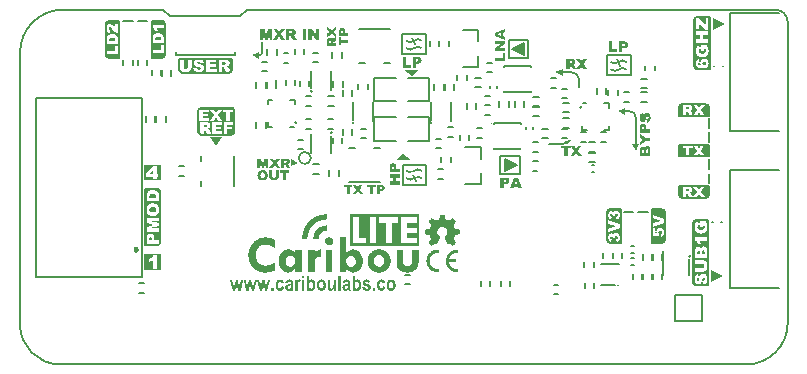
<source format=gto>
G04*
G04 #@! TF.GenerationSoftware,Altium Limited,CircuitStudio,1.5.2 (30)*
G04*
G04 Layer_Color=65535*
%FSLAX25Y25*%
%MOIN*%
G70*
G01*
G75*
%ADD47C,0.00800*%
%ADD48C,0.00400*%
%ADD52C,0.00600*%
%ADD53C,0.00500*%
%ADD97C,0.00394*%
%ADD98C,0.01575*%
%ADD99C,0.00787*%
G36*
X1264076Y782281D02*
X1254476D01*
Y786081D01*
X1264076D01*
Y782281D01*
D02*
G37*
G36*
X1263976Y768781D02*
X1254376D01*
Y772581D01*
X1263976D01*
Y768781D01*
D02*
G37*
G36*
X1264476Y797981D02*
X1259487D01*
Y814981D01*
X1264476D01*
Y797981D01*
D02*
G37*
G36*
X1196376Y810285D02*
X1195792Y810110D01*
Y808866D01*
X1196376Y808691D01*
Y807570D01*
X1192825Y808899D01*
Y810104D01*
X1196376Y811439D01*
Y810285D01*
D02*
G37*
G36*
X1264076Y725981D02*
X1259087D01*
Y747281D01*
X1264076D01*
Y725981D01*
D02*
G37*
G36*
X1081176Y739481D02*
X1076476D01*
Y757781D01*
X1081176D01*
Y739481D01*
D02*
G37*
G36*
X1104876Y796881D02*
X1087876D01*
Y801281D01*
X1104876D01*
Y796881D01*
D02*
G37*
G36*
X1234676Y739981D02*
X1230476D01*
Y751081D01*
X1234676D01*
Y739981D01*
D02*
G37*
G36*
X1263976Y755081D02*
X1254376D01*
Y758881D01*
X1263976D01*
Y755081D01*
D02*
G37*
G36*
X1249316Y740081D02*
X1245476D01*
Y751181D01*
X1249316D01*
Y740081D01*
D02*
G37*
G36*
X1196376Y806164D02*
X1194419Y804829D01*
X1196376D01*
Y803799D01*
X1192825D01*
Y804816D01*
X1194794Y806164D01*
X1192825D01*
Y807201D01*
X1196376D01*
Y806164D01*
D02*
G37*
G36*
X1161376Y761682D02*
X1159937D01*
Y760476D01*
X1161376D01*
Y759381D01*
X1157825D01*
Y760476D01*
X1159062D01*
Y761682D01*
X1157825D01*
Y762783D01*
X1161376D01*
Y761682D01*
D02*
G37*
G36*
X1159004Y766509D02*
X1159049D01*
X1159101Y766496D01*
X1159218Y766477D01*
X1159354Y766438D01*
X1159496Y766379D01*
X1159568Y766341D01*
X1159632Y766302D01*
X1159697Y766250D01*
X1159756Y766192D01*
Y766185D01*
X1159768Y766179D01*
X1159781Y766159D01*
X1159801Y766133D01*
X1159827Y766094D01*
X1159853Y766055D01*
X1159879Y766004D01*
X1159905Y765945D01*
X1159931Y765880D01*
X1159956Y765809D01*
X1159982Y765725D01*
X1160008Y765634D01*
X1160028Y765537D01*
X1160041Y765433D01*
X1160047Y765323D01*
X1160054Y765200D01*
Y764604D01*
X1161376D01*
Y763502D01*
X1157825D01*
Y765323D01*
Y765330D01*
Y765349D01*
Y765382D01*
X1157831Y765420D01*
Y765472D01*
X1157837Y765531D01*
X1157857Y765660D01*
X1157896Y765803D01*
X1157948Y765952D01*
X1158012Y766094D01*
X1158058Y766159D01*
X1158110Y766218D01*
Y766224D01*
X1158123Y766230D01*
X1158142Y766243D01*
X1158162Y766263D01*
X1158226Y766315D01*
X1158317Y766366D01*
X1158434Y766418D01*
X1158570Y766470D01*
X1158732Y766503D01*
X1158816Y766516D01*
X1158965D01*
X1159004Y766509D01*
D02*
G37*
G36*
X1147826Y757746D02*
X1148864Y756181D01*
X1147809D01*
X1147204Y757158D01*
X1146605Y756181D01*
X1145556D01*
X1146605Y757763D01*
X1145650Y759223D01*
X1146688D01*
X1147221Y758285D01*
X1147748Y759223D01*
X1148775D01*
X1147826Y757746D01*
D02*
G37*
G36*
X1153226Y758473D02*
X1152266D01*
Y756181D01*
X1151328D01*
Y758473D01*
X1150368D01*
Y759223D01*
X1153226D01*
Y758473D01*
D02*
G37*
G36*
X1155291Y759217D02*
X1155335D01*
X1155385Y759211D01*
X1155496Y759195D01*
X1155618Y759161D01*
X1155746Y759117D01*
X1155868Y759061D01*
X1155923Y759023D01*
X1155973Y758978D01*
X1155979D01*
X1155984Y758967D01*
X1155995Y758951D01*
X1156012Y758934D01*
X1156056Y758878D01*
X1156101Y758801D01*
X1156145Y758701D01*
X1156190Y758584D01*
X1156217Y758446D01*
X1156229Y758373D01*
Y758290D01*
Y758285D01*
Y758268D01*
Y758246D01*
X1156223Y758212D01*
Y758174D01*
X1156212Y758129D01*
X1156195Y758029D01*
X1156162Y757913D01*
X1156112Y757791D01*
X1156079Y757729D01*
X1156045Y757674D01*
X1156001Y757619D01*
X1155951Y757569D01*
X1155945D01*
X1155940Y757557D01*
X1155923Y757546D01*
X1155901Y757530D01*
X1155868Y757508D01*
X1155834Y757485D01*
X1155790Y757463D01*
X1155740Y757441D01*
X1155685Y757419D01*
X1155624Y757397D01*
X1155552Y757374D01*
X1155474Y757352D01*
X1155390Y757336D01*
X1155302Y757324D01*
X1155207Y757319D01*
X1155102Y757313D01*
X1154591D01*
Y756181D01*
X1153648D01*
Y759223D01*
X1155257D01*
X1155291Y759217D01*
D02*
G37*
G36*
X1236199Y807126D02*
X1236250D01*
X1236309Y807119D01*
X1236438Y807100D01*
X1236581Y807061D01*
X1236730Y807009D01*
X1236872Y806944D01*
X1236937Y806899D01*
X1236996Y806847D01*
X1237002D01*
X1237008Y806834D01*
X1237021Y806815D01*
X1237041Y806795D01*
X1237093Y806730D01*
X1237144Y806640D01*
X1237196Y806523D01*
X1237248Y806387D01*
X1237281Y806225D01*
X1237294Y806141D01*
Y806044D01*
Y806037D01*
Y806018D01*
Y805992D01*
X1237287Y805953D01*
Y805907D01*
X1237274Y805856D01*
X1237255Y805739D01*
X1237216Y805603D01*
X1237158Y805460D01*
X1237119Y805389D01*
X1237080Y805324D01*
X1237028Y805259D01*
X1236970Y805201D01*
X1236963D01*
X1236957Y805188D01*
X1236937Y805175D01*
X1236911Y805156D01*
X1236872Y805130D01*
X1236833Y805104D01*
X1236782Y805078D01*
X1236723Y805052D01*
X1236658Y805026D01*
X1236587Y805000D01*
X1236503Y804974D01*
X1236412Y804948D01*
X1236315Y804929D01*
X1236211Y804916D01*
X1236101Y804910D01*
X1235978Y804903D01*
X1235382D01*
Y803581D01*
X1234280D01*
Y807132D01*
X1236160D01*
X1236199Y807126D01*
D02*
G37*
G36*
X1196376Y800481D02*
X1192825D01*
Y801576D01*
X1195501D01*
Y803293D01*
X1196376D01*
Y800481D01*
D02*
G37*
G36*
X1232071Y804456D02*
X1233788D01*
Y803581D01*
X1230976D01*
Y807132D01*
X1232071D01*
Y804456D01*
D02*
G37*
G36*
X1163271Y799256D02*
X1164988D01*
Y798381D01*
X1162176D01*
Y801932D01*
X1163271D01*
Y799256D01*
D02*
G37*
G36*
X1167398Y801926D02*
X1167450D01*
X1167509Y801919D01*
X1167638Y801900D01*
X1167781Y801861D01*
X1167930Y801809D01*
X1168072Y801744D01*
X1168137Y801699D01*
X1168196Y801647D01*
X1168202D01*
X1168209Y801634D01*
X1168221Y801615D01*
X1168241Y801595D01*
X1168293Y801530D01*
X1168344Y801440D01*
X1168396Y801323D01*
X1168448Y801187D01*
X1168481Y801025D01*
X1168494Y800941D01*
Y800844D01*
Y800837D01*
Y800818D01*
Y800792D01*
X1168487Y800753D01*
Y800707D01*
X1168474Y800656D01*
X1168455Y800539D01*
X1168416Y800403D01*
X1168357Y800260D01*
X1168319Y800189D01*
X1168280Y800124D01*
X1168228Y800059D01*
X1168170Y800001D01*
X1168163D01*
X1168157Y799988D01*
X1168137Y799975D01*
X1168111Y799956D01*
X1168072Y799930D01*
X1168034Y799904D01*
X1167982Y799878D01*
X1167923Y799852D01*
X1167859Y799826D01*
X1167787Y799800D01*
X1167703Y799774D01*
X1167612Y799748D01*
X1167515Y799729D01*
X1167411Y799716D01*
X1167301Y799710D01*
X1167178Y799703D01*
X1166582D01*
Y798381D01*
X1165480D01*
Y801932D01*
X1167360D01*
X1167398Y801926D01*
D02*
G37*
G36*
X1171135Y731415D02*
Y731415D01*
X1171140Y731419D01*
X1171135Y731415D01*
D02*
G37*
G36*
X1157475Y731550D02*
X1157473Y731551D01*
Y731551D01*
X1157475Y731550D01*
D02*
G37*
G36*
X1151371Y731264D02*
X1151370Y731264D01*
X1151371Y731264D01*
Y731264D01*
D02*
G37*
G36*
X1166021Y730721D02*
X1166021D01*
X1166020Y730723D01*
X1166021Y730721D01*
D02*
G37*
G36*
X1157132Y731256D02*
Y731256D01*
X1157128Y731260D01*
X1157132Y731256D01*
D02*
G37*
G36*
X1157501Y731714D02*
Y731714D01*
X1157499Y731715D01*
X1157501Y731714D01*
D02*
G37*
G36*
X1178462Y732146D02*
X1178462D01*
X1178464Y732148D01*
X1178462Y732146D01*
D02*
G37*
G36*
X1157565Y731670D02*
X1157560Y731673D01*
Y731673D01*
X1157565Y731670D01*
D02*
G37*
G36*
X1151126Y731579D02*
X1151121Y731575D01*
X1151126Y731579D01*
Y731579D01*
D02*
G37*
G36*
X1157415Y731594D02*
Y731594D01*
X1157406Y731601D01*
X1157415Y731594D01*
D02*
G37*
G36*
X1166070Y730648D02*
X1166061Y730662D01*
X1166061D01*
X1166070Y730648D01*
D02*
G37*
G36*
X1081476Y760881D02*
X1076076D01*
Y766024D01*
X1081476D01*
Y760881D01*
D02*
G37*
G36*
X1105876Y780181D02*
Y776281D01*
X1094276D01*
Y780181D01*
Y784881D01*
X1105876D01*
Y780181D01*
D02*
G37*
G36*
X1081576Y730981D02*
X1076076D01*
Y736131D01*
X1081576D01*
Y730981D01*
D02*
G37*
G36*
X1082676Y801881D02*
X1078576D01*
Y813881D01*
X1082676D01*
Y801881D01*
D02*
G37*
G36*
X1067476D02*
X1063276D01*
Y813881D01*
X1067476D01*
Y801881D01*
D02*
G37*
G36*
X1138766Y730239D02*
X1136603D01*
Y737683D01*
X1138766D01*
Y730239D01*
D02*
G37*
G36*
X1165285Y730268D02*
X1165284Y730271D01*
X1165284D01*
X1165285Y730268D01*
D02*
G37*
G36*
X1146530Y730227D02*
X1146530D01*
X1146526Y730240D01*
X1146530Y730227D01*
D02*
G37*
G36*
X1268976Y728781D02*
X1264976Y726781D01*
Y730781D01*
X1268976Y728781D01*
D02*
G37*
G36*
X1146746Y730224D02*
X1146743Y730232D01*
X1146743D01*
X1146746Y730224D01*
D02*
G37*
G36*
X1145434Y758473D02*
X1144474D01*
Y756181D01*
X1143536D01*
Y758473D01*
X1142576D01*
Y759223D01*
X1145434D01*
Y758473D01*
D02*
G37*
G36*
X1112608Y724081D02*
X1111861D01*
X1111343Y726412D01*
X1110832Y724081D01*
X1110078D01*
X1109138Y727707D01*
X1109900D01*
X1110455Y725324D01*
X1110973Y727707D01*
X1111720D01*
X1112224Y725324D01*
X1112801Y727707D01*
X1113578D01*
X1112608Y724081D01*
D02*
G37*
G36*
X1117071D02*
X1116323D01*
X1115805Y726412D01*
X1115295Y724081D01*
X1114540D01*
X1113600Y727707D01*
X1114362D01*
X1114917Y725324D01*
X1115435Y727707D01*
X1116183D01*
X1116686Y725324D01*
X1117263Y727707D01*
X1118040D01*
X1117071Y724081D01*
D02*
G37*
G36*
X1108146D02*
X1107399D01*
X1106881Y726412D01*
X1106370Y724081D01*
X1105615D01*
X1104676Y727707D01*
X1105438D01*
X1105993Y725324D01*
X1106511Y727707D01*
X1107258D01*
X1107761Y725324D01*
X1108339Y727707D01*
X1109116D01*
X1108146Y724081D01*
D02*
G37*
G36*
X1152983D02*
X1152198D01*
Y725043D01*
X1152983D01*
Y724081D01*
D02*
G37*
G36*
X1139922D02*
X1139182D01*
Y724621D01*
X1139174Y724607D01*
X1139152Y724570D01*
X1139115Y724518D01*
X1139071Y724451D01*
X1139004Y724377D01*
X1138930Y724303D01*
X1138849Y724229D01*
X1138753Y724162D01*
X1138738Y724155D01*
X1138708Y724140D01*
X1138656Y724111D01*
X1138582Y724081D01*
X1138501Y724052D01*
X1138405Y724022D01*
X1138301Y724007D01*
X1138198Y724000D01*
X1138146D01*
X1138094Y724007D01*
X1138027Y724022D01*
X1137946Y724037D01*
X1137857Y724059D01*
X1137761Y724096D01*
X1137672Y724148D01*
X1137665Y724155D01*
X1137635Y724177D01*
X1137591Y724214D01*
X1137546Y724259D01*
X1137487Y724325D01*
X1137435Y724399D01*
X1137376Y724488D01*
X1137332Y724584D01*
X1137324Y724599D01*
X1137317Y724636D01*
X1137295Y724703D01*
X1137280Y724799D01*
X1137258Y724910D01*
X1137236Y725050D01*
X1137228Y725221D01*
X1137221Y725406D01*
Y727707D01*
X1138013D01*
Y726042D01*
Y726035D01*
Y726013D01*
Y725976D01*
Y725924D01*
Y725872D01*
Y725805D01*
X1138020Y725657D01*
Y725502D01*
X1138027Y725354D01*
Y725287D01*
X1138035Y725228D01*
Y725176D01*
X1138042Y725132D01*
Y725125D01*
X1138050Y725102D01*
X1138057Y725065D01*
X1138079Y725021D01*
X1138124Y724925D01*
X1138161Y724880D01*
X1138198Y724836D01*
X1138205Y724828D01*
X1138220Y724821D01*
X1138249Y724806D01*
X1138279Y724784D01*
X1138323Y724762D01*
X1138375Y724747D01*
X1138434Y724740D01*
X1138494Y724732D01*
X1138531D01*
X1138568Y724740D01*
X1138612Y724747D01*
X1138671Y724762D01*
X1138730Y724791D01*
X1138797Y724821D01*
X1138856Y724865D01*
X1138864Y724873D01*
X1138886Y724888D01*
X1138908Y724925D01*
X1138945Y724962D01*
X1138982Y725013D01*
X1139019Y725073D01*
X1139049Y725147D01*
X1139071Y725221D01*
Y725228D01*
X1139078Y725265D01*
X1139086Y725295D01*
X1139093Y725324D01*
Y725369D01*
X1139100Y725421D01*
X1139108Y725480D01*
X1139115Y725546D01*
Y725628D01*
X1139123Y725716D01*
Y725813D01*
X1139130Y725924D01*
Y726042D01*
Y726175D01*
Y727707D01*
X1139922D01*
Y724081D01*
D02*
G37*
G36*
X1127882Y727781D02*
X1127949Y727766D01*
X1128030Y727744D01*
X1128119Y727707D01*
X1128208Y727663D01*
X1128304Y727603D01*
X1128052Y726767D01*
X1128045Y726775D01*
X1128023Y726790D01*
X1127986Y726819D01*
X1127934Y726849D01*
X1127882Y726878D01*
X1127815Y726908D01*
X1127756Y726923D01*
X1127690Y726930D01*
X1127660D01*
X1127630Y726923D01*
X1127593Y726915D01*
X1127549Y726900D01*
X1127497Y726878D01*
X1127453Y726849D01*
X1127401Y726804D01*
X1127394Y726797D01*
X1127379Y726782D01*
X1127357Y726753D01*
X1127334Y726708D01*
X1127305Y726649D01*
X1127275Y726568D01*
X1127246Y726479D01*
X1127223Y726368D01*
Y726353D01*
X1127216Y726331D01*
Y726308D01*
X1127209Y726271D01*
Y726220D01*
X1127201Y726168D01*
Y726101D01*
X1127194Y726027D01*
X1127186Y725946D01*
Y725850D01*
X1127179Y725739D01*
Y725620D01*
X1127172Y725494D01*
Y725354D01*
Y725199D01*
Y724081D01*
X1126380D01*
Y727707D01*
X1127112D01*
Y727197D01*
X1127120Y727204D01*
X1127142Y727248D01*
X1127179Y727308D01*
X1127223Y727389D01*
X1127275Y727463D01*
X1127334Y727544D01*
X1127386Y727618D01*
X1127445Y727670D01*
X1127453Y727677D01*
X1127475Y727692D01*
X1127505Y727707D01*
X1127542Y727729D01*
X1127593Y727751D01*
X1127653Y727774D01*
X1127719Y727781D01*
X1127786Y727788D01*
X1127830D01*
X1127882Y727781D01*
D02*
G37*
G36*
X1129436Y728195D02*
X1128644D01*
Y729083D01*
X1129436D01*
Y728195D01*
D02*
G37*
G36*
X1150245Y727781D02*
X1150297Y727774D01*
X1150430Y727759D01*
X1150570Y727729D01*
X1150718Y727692D01*
X1150859Y727633D01*
X1150985Y727559D01*
X1151000Y727552D01*
X1151037Y727515D01*
X1151088Y727463D01*
X1151155Y727382D01*
X1151229Y727278D01*
X1151303Y727152D01*
X1151370Y727004D01*
X1151421Y726826D01*
X1150681Y726664D01*
Y726671D01*
X1150674Y726686D01*
X1150667Y726701D01*
X1150659Y726730D01*
X1150622Y726804D01*
X1150570Y726886D01*
X1150496Y726960D01*
X1150400Y727034D01*
X1150341Y727063D01*
X1150267Y727078D01*
X1150193Y727093D01*
X1150112Y727100D01*
X1150067D01*
X1150015Y727093D01*
X1149949D01*
X1149816Y727063D01*
X1149749Y727041D01*
X1149697Y727011D01*
X1149690D01*
X1149682Y726997D01*
X1149638Y726952D01*
X1149601Y726886D01*
X1149586Y726841D01*
X1149579Y726797D01*
Y726790D01*
Y726775D01*
X1149586Y726753D01*
X1149594Y726730D01*
X1149608Y726693D01*
X1149623Y726664D01*
X1149653Y726627D01*
X1149690Y726597D01*
X1149697D01*
X1149719Y726582D01*
X1149756Y726560D01*
X1149816Y726538D01*
X1149860Y726523D01*
X1149912Y726501D01*
X1149964Y726479D01*
X1150030Y726456D01*
X1150104Y726434D01*
X1150186Y726412D01*
X1150282Y726382D01*
X1150385Y726353D01*
X1150393D01*
X1150415Y726345D01*
X1150445Y726331D01*
X1150489Y726323D01*
X1150548Y726301D01*
X1150607Y726279D01*
X1150748Y726227D01*
X1150896Y726160D01*
X1151044Y726087D01*
X1151177Y726005D01*
X1151229Y725953D01*
X1151281Y725909D01*
X1151288Y725894D01*
X1151318Y725857D01*
X1151355Y725805D01*
X1151399Y725724D01*
X1151444Y725620D01*
X1151481Y725502D01*
X1151510Y725361D01*
X1151518Y725206D01*
Y725199D01*
Y725184D01*
Y725154D01*
X1151510Y725117D01*
Y725073D01*
X1151495Y725021D01*
X1151473Y724902D01*
X1151429Y724762D01*
X1151362Y724621D01*
X1151325Y724547D01*
X1151273Y724473D01*
X1151222Y724407D01*
X1151155Y724340D01*
X1151148D01*
X1151140Y724325D01*
X1151118Y724310D01*
X1151088Y724288D01*
X1151051Y724259D01*
X1151007Y724229D01*
X1150955Y724199D01*
X1150896Y724170D01*
X1150755Y724111D01*
X1150585Y724052D01*
X1150385Y724015D01*
X1150282Y724007D01*
X1150163Y724000D01*
X1150112D01*
X1150067Y724007D01*
X1150015D01*
X1149964Y724015D01*
X1149830Y724037D01*
X1149682Y724066D01*
X1149520Y724118D01*
X1149364Y724185D01*
X1149216Y724281D01*
X1149209D01*
X1149201Y724296D01*
X1149157Y724333D01*
X1149098Y724399D01*
X1149024Y724496D01*
X1148942Y724614D01*
X1148861Y724754D01*
X1148794Y724925D01*
X1148743Y725117D01*
X1149534Y725265D01*
Y725258D01*
X1149542Y725243D01*
X1149549Y725213D01*
X1149557Y725176D01*
X1149594Y725087D01*
X1149653Y724984D01*
X1149727Y724873D01*
X1149779Y724828D01*
X1149838Y724784D01*
X1149904Y724747D01*
X1149986Y724718D01*
X1150067Y724703D01*
X1150163Y724695D01*
X1150208D01*
X1150260Y724703D01*
X1150319Y724710D01*
X1150459Y724740D01*
X1150526Y724762D01*
X1150585Y724799D01*
X1150593Y724806D01*
X1150607Y724821D01*
X1150630Y724843D01*
X1150659Y724880D01*
X1150681Y724917D01*
X1150704Y724969D01*
X1150718Y725021D01*
X1150726Y725087D01*
Y725095D01*
Y725110D01*
X1150718Y725154D01*
X1150696Y725213D01*
X1150659Y725273D01*
X1150644Y725287D01*
X1150630Y725295D01*
X1150600Y725310D01*
X1150570Y725332D01*
X1150526Y725354D01*
X1150474Y725369D01*
X1150408Y725391D01*
X1150400D01*
X1150363Y725406D01*
X1150319Y725413D01*
X1150252Y725435D01*
X1150171Y725457D01*
X1150082Y725487D01*
X1149986Y725517D01*
X1149890Y725546D01*
X1149675Y725628D01*
X1149475Y725709D01*
X1149379Y725746D01*
X1149298Y725791D01*
X1149231Y725835D01*
X1149172Y725879D01*
X1149157Y725894D01*
X1149120Y725931D01*
X1149068Y725998D01*
X1149009Y726087D01*
X1148950Y726197D01*
X1148898Y726338D01*
X1148861Y726494D01*
X1148854Y726582D01*
X1148846Y726671D01*
Y726679D01*
Y726693D01*
Y726723D01*
X1148854Y726753D01*
Y726797D01*
X1148861Y726849D01*
X1148883Y726960D01*
X1148928Y727093D01*
X1148979Y727226D01*
X1149061Y727359D01*
X1149105Y727419D01*
X1149164Y727478D01*
X1149172Y727485D01*
X1149179Y727493D01*
X1149201Y727507D01*
X1149224Y727529D01*
X1149298Y727574D01*
X1149401Y727633D01*
X1149534Y727692D01*
X1149697Y727737D01*
X1149882Y727774D01*
X1150097Y727788D01*
X1150193D01*
X1150245Y727781D01*
D02*
G37*
G36*
X1121385D02*
X1121429D01*
X1121481Y727774D01*
X1121599Y727751D01*
X1121733Y727722D01*
X1121881Y727670D01*
X1122014Y727603D01*
X1122147Y727507D01*
X1122154D01*
X1122162Y727493D01*
X1122199Y727456D01*
X1122258Y727389D01*
X1122332Y727293D01*
X1122413Y727174D01*
X1122487Y727026D01*
X1122532Y726937D01*
X1122561Y726841D01*
X1122598Y726745D01*
X1122628Y726634D01*
X1121851Y726464D01*
Y726471D01*
X1121844Y726486D01*
Y726516D01*
X1121829Y726553D01*
X1121799Y726642D01*
X1121747Y726753D01*
X1121681Y726856D01*
X1121585Y726945D01*
X1121525Y726982D01*
X1121466Y727011D01*
X1121392Y727026D01*
X1121311Y727034D01*
X1121266D01*
X1121207Y727019D01*
X1121148Y727004D01*
X1121074Y726974D01*
X1120993Y726930D01*
X1120919Y726863D01*
X1120845Y726782D01*
X1120837Y726767D01*
X1120815Y726738D01*
X1120785Y726671D01*
X1120756Y726590D01*
X1120726Y726471D01*
X1120711Y726405D01*
X1120697Y726331D01*
X1120682Y726249D01*
X1120674Y726160D01*
X1120667Y726057D01*
Y725953D01*
Y725946D01*
Y725924D01*
Y725894D01*
Y725850D01*
X1120674Y725798D01*
Y725739D01*
X1120689Y725598D01*
X1120711Y725450D01*
X1120741Y725295D01*
X1120778Y725162D01*
X1120808Y725095D01*
X1120837Y725043D01*
X1120845Y725036D01*
X1120867Y725006D01*
X1120911Y724962D01*
X1120963Y724917D01*
X1121030Y724865D01*
X1121118Y724828D01*
X1121207Y724799D01*
X1121318Y724784D01*
X1121355D01*
X1121392Y724791D01*
X1121444Y724806D01*
X1121496Y724821D01*
X1121562Y724843D01*
X1121622Y724880D01*
X1121673Y724932D01*
X1121681Y724939D01*
X1121696Y724962D01*
X1121725Y724999D01*
X1121755Y725058D01*
X1121792Y725132D01*
X1121829Y725221D01*
X1121858Y725339D01*
X1121888Y725472D01*
X1122665Y725310D01*
Y725295D01*
X1122650Y725250D01*
X1122635Y725191D01*
X1122606Y725102D01*
X1122576Y725006D01*
X1122532Y724895D01*
X1122473Y724777D01*
X1122399Y724658D01*
X1122317Y724533D01*
X1122221Y724414D01*
X1122110Y724303D01*
X1121984Y724207D01*
X1121836Y724118D01*
X1121673Y724059D01*
X1121488Y724015D01*
X1121392Y724007D01*
X1121289Y724000D01*
X1121259D01*
X1121222Y724007D01*
X1121170D01*
X1121111Y724015D01*
X1121037Y724029D01*
X1120882Y724066D01*
X1120793Y724096D01*
X1120704Y724133D01*
X1120615Y724177D01*
X1120526Y724229D01*
X1120438Y724296D01*
X1120356Y724370D01*
X1120275Y724451D01*
X1120208Y724547D01*
Y724555D01*
X1120193Y724570D01*
X1120179Y724607D01*
X1120156Y724644D01*
X1120127Y724703D01*
X1120097Y724762D01*
X1120068Y724836D01*
X1120038Y724925D01*
X1120001Y725013D01*
X1119971Y725117D01*
X1119942Y725228D01*
X1119912Y725347D01*
X1119875Y725598D01*
X1119868Y725739D01*
X1119860Y725879D01*
Y725887D01*
Y725924D01*
Y725968D01*
X1119868Y726035D01*
X1119875Y726109D01*
X1119883Y726197D01*
X1119890Y726301D01*
X1119912Y726405D01*
X1119957Y726634D01*
X1120023Y726871D01*
X1120068Y726989D01*
X1120127Y727100D01*
X1120186Y727204D01*
X1120253Y727300D01*
X1120260Y727308D01*
X1120275Y727322D01*
X1120297Y727345D01*
X1120327Y727374D01*
X1120364Y727411D01*
X1120415Y727456D01*
X1120467Y727500D01*
X1120534Y727544D01*
X1120608Y727589D01*
X1120682Y727633D01*
X1120859Y727714D01*
X1120963Y727744D01*
X1121067Y727766D01*
X1121178Y727781D01*
X1121296Y727788D01*
X1121348D01*
X1121385Y727781D01*
D02*
G37*
G36*
X1155144D02*
X1155188D01*
X1155240Y727774D01*
X1155358Y727751D01*
X1155491Y727722D01*
X1155639Y727670D01*
X1155773Y727603D01*
X1155906Y727507D01*
X1155913D01*
X1155921Y727493D01*
X1155958Y727456D01*
X1156017Y727389D01*
X1156091Y727293D01*
X1156172Y727174D01*
X1156246Y727026D01*
X1156291Y726937D01*
X1156320Y726841D01*
X1156357Y726745D01*
X1156387Y726634D01*
X1155610Y726464D01*
Y726471D01*
X1155602Y726486D01*
Y726516D01*
X1155588Y726553D01*
X1155558Y726642D01*
X1155506Y726753D01*
X1155440Y726856D01*
X1155343Y726945D01*
X1155284Y726982D01*
X1155225Y727011D01*
X1155151Y727026D01*
X1155070Y727034D01*
X1155025D01*
X1154966Y727019D01*
X1154907Y727004D01*
X1154833Y726974D01*
X1154751Y726930D01*
X1154677Y726863D01*
X1154603Y726782D01*
X1154596Y726767D01*
X1154574Y726738D01*
X1154544Y726671D01*
X1154515Y726590D01*
X1154485Y726471D01*
X1154470Y726405D01*
X1154455Y726331D01*
X1154441Y726249D01*
X1154433Y726160D01*
X1154426Y726057D01*
Y725953D01*
Y725946D01*
Y725924D01*
Y725894D01*
Y725850D01*
X1154433Y725798D01*
Y725739D01*
X1154448Y725598D01*
X1154470Y725450D01*
X1154500Y725295D01*
X1154537Y725162D01*
X1154566Y725095D01*
X1154596Y725043D01*
X1154603Y725036D01*
X1154626Y725006D01*
X1154670Y724962D01*
X1154722Y724917D01*
X1154788Y724865D01*
X1154877Y724828D01*
X1154966Y724799D01*
X1155077Y724784D01*
X1155114D01*
X1155151Y724791D01*
X1155203Y724806D01*
X1155255Y724821D01*
X1155321Y724843D01*
X1155380Y724880D01*
X1155432Y724932D01*
X1155440Y724939D01*
X1155454Y724962D01*
X1155484Y724999D01*
X1155514Y725058D01*
X1155551Y725132D01*
X1155588Y725221D01*
X1155617Y725339D01*
X1155647Y725472D01*
X1156424Y725310D01*
Y725295D01*
X1156409Y725250D01*
X1156394Y725191D01*
X1156365Y725102D01*
X1156335Y725006D01*
X1156291Y724895D01*
X1156231Y724777D01*
X1156157Y724658D01*
X1156076Y724533D01*
X1155980Y724414D01*
X1155869Y724303D01*
X1155743Y724207D01*
X1155595Y724118D01*
X1155432Y724059D01*
X1155247Y724015D01*
X1155151Y724007D01*
X1155047Y724000D01*
X1155018D01*
X1154981Y724007D01*
X1154929D01*
X1154870Y724015D01*
X1154796Y724029D01*
X1154640Y724066D01*
X1154552Y724096D01*
X1154463Y724133D01*
X1154374Y724177D01*
X1154285Y724229D01*
X1154196Y724296D01*
X1154115Y724370D01*
X1154034Y724451D01*
X1153967Y724547D01*
Y724555D01*
X1153952Y724570D01*
X1153937Y724607D01*
X1153915Y724644D01*
X1153886Y724703D01*
X1153856Y724762D01*
X1153826Y724836D01*
X1153797Y724925D01*
X1153760Y725013D01*
X1153730Y725117D01*
X1153701Y725228D01*
X1153671Y725347D01*
X1153634Y725598D01*
X1153627Y725739D01*
X1153619Y725879D01*
Y725887D01*
Y725924D01*
Y725968D01*
X1153627Y726035D01*
X1153634Y726109D01*
X1153641Y726197D01*
X1153649Y726301D01*
X1153671Y726405D01*
X1153715Y726634D01*
X1153782Y726871D01*
X1153826Y726989D01*
X1153886Y727100D01*
X1153945Y727204D01*
X1154011Y727300D01*
X1154019Y727308D01*
X1154034Y727322D01*
X1154056Y727345D01*
X1154085Y727374D01*
X1154122Y727411D01*
X1154174Y727456D01*
X1154226Y727500D01*
X1154293Y727544D01*
X1154367Y727589D01*
X1154441Y727633D01*
X1154618Y727714D01*
X1154722Y727744D01*
X1154825Y727766D01*
X1154936Y727781D01*
X1155055Y727788D01*
X1155107D01*
X1155144Y727781D01*
D02*
G37*
G36*
X1143659D02*
X1143770Y727774D01*
X1143888Y727751D01*
X1144014Y727729D01*
X1144140Y727692D01*
X1144243Y727648D01*
X1144258Y727640D01*
X1144288Y727626D01*
X1144332Y727589D01*
X1144391Y727544D01*
X1144451Y727493D01*
X1144517Y727426D01*
X1144576Y727352D01*
X1144621Y727263D01*
X1144628Y727248D01*
X1144643Y727219D01*
X1144658Y727152D01*
X1144673Y727115D01*
X1144680Y727063D01*
X1144695Y727011D01*
X1144702Y726945D01*
X1144710Y726878D01*
X1144724Y726797D01*
X1144732Y726708D01*
Y726612D01*
X1144739Y726508D01*
Y726390D01*
X1144732Y725273D01*
Y725265D01*
Y725250D01*
Y725228D01*
Y725199D01*
Y725110D01*
X1144739Y725006D01*
Y724895D01*
X1144747Y724777D01*
X1144754Y724666D01*
X1144769Y724570D01*
Y724562D01*
X1144776Y724533D01*
X1144784Y724481D01*
X1144798Y724422D01*
X1144821Y724347D01*
X1144843Y724266D01*
X1144872Y724177D01*
X1144909Y724081D01*
X1144132D01*
X1144029Y724473D01*
X1144021Y724466D01*
X1143992Y724436D01*
X1143955Y724392D01*
X1143896Y724340D01*
X1143829Y724281D01*
X1143755Y724222D01*
X1143674Y724170D01*
X1143592Y724118D01*
X1143585Y724111D01*
X1143555Y724103D01*
X1143503Y724081D01*
X1143444Y724059D01*
X1143370Y724037D01*
X1143289Y724022D01*
X1143200Y724007D01*
X1143104Y724000D01*
X1143059D01*
X1143030Y724007D01*
X1142948Y724015D01*
X1142852Y724037D01*
X1142741Y724074D01*
X1142623Y724118D01*
X1142504Y724192D01*
X1142393Y724288D01*
X1142379Y724303D01*
X1142349Y724340D01*
X1142305Y724407D01*
X1142260Y724496D01*
X1142208Y724607D01*
X1142164Y724740D01*
X1142134Y724895D01*
X1142120Y725065D01*
Y725080D01*
Y725117D01*
X1142127Y725176D01*
X1142134Y725250D01*
X1142149Y725332D01*
X1142164Y725421D01*
X1142194Y725509D01*
X1142231Y725598D01*
X1142238Y725605D01*
X1142253Y725635D01*
X1142275Y725679D01*
X1142312Y725731D01*
X1142356Y725791D01*
X1142408Y725850D01*
X1142467Y725909D01*
X1142541Y725961D01*
X1142549Y725968D01*
X1142578Y725983D01*
X1142630Y726013D01*
X1142704Y726042D01*
X1142793Y726087D01*
X1142904Y726124D01*
X1143045Y726168D01*
X1143200Y726212D01*
X1143207D01*
X1143222Y726220D01*
X1143252Y726227D01*
X1143289Y726234D01*
X1143333Y726242D01*
X1143385Y726257D01*
X1143503Y726286D01*
X1143629Y726323D01*
X1143755Y726368D01*
X1143873Y726405D01*
X1143925Y726427D01*
X1143970Y726449D01*
Y726464D01*
Y726494D01*
Y726545D01*
X1143962Y726612D01*
Y726671D01*
X1143955Y726738D01*
X1143940Y726790D01*
X1143925Y726834D01*
Y726841D01*
X1143918Y726849D01*
X1143888Y726893D01*
X1143836Y726937D01*
X1143762Y726989D01*
X1143755D01*
X1143740Y726997D01*
X1143718Y727011D01*
X1143681Y727026D01*
X1143637Y727034D01*
X1143585Y727048D01*
X1143518Y727056D01*
X1143407D01*
X1143370Y727048D01*
X1143326Y727041D01*
X1143215Y727019D01*
X1143163Y726989D01*
X1143111Y726960D01*
X1143104Y726952D01*
X1143089Y726937D01*
X1143067Y726915D01*
X1143045Y726878D01*
X1143015Y726834D01*
X1142978Y726767D01*
X1142948Y726693D01*
X1142919Y726605D01*
X1142208Y726753D01*
Y726760D01*
X1142216Y726775D01*
X1142223Y726804D01*
X1142231Y726841D01*
X1142245Y726886D01*
X1142268Y726937D01*
X1142312Y727056D01*
X1142364Y727189D01*
X1142438Y727315D01*
X1142527Y727441D01*
X1142630Y727544D01*
X1142645Y727552D01*
X1142689Y727581D01*
X1142756Y727618D01*
X1142852Y727670D01*
X1142971Y727714D01*
X1143119Y727751D01*
X1143296Y727781D01*
X1143489Y727788D01*
X1143570D01*
X1143659Y727781D01*
D02*
G37*
G36*
X1135193D02*
X1135252Y727774D01*
X1135326Y727759D01*
X1135400Y727744D01*
X1135482Y727722D01*
X1135571Y727692D01*
X1135667Y727648D01*
X1135756Y727603D01*
X1135852Y727552D01*
X1135948Y727485D01*
X1136037Y727411D01*
X1136118Y727322D01*
X1136200Y727226D01*
X1136207Y727219D01*
X1136214Y727204D01*
X1136237Y727167D01*
X1136266Y727130D01*
X1136296Y727071D01*
X1136333Y727011D01*
X1136370Y726937D01*
X1136407Y726849D01*
X1136444Y726760D01*
X1136481Y726656D01*
X1136518Y726553D01*
X1136547Y726434D01*
X1136599Y726183D01*
X1136607Y726050D01*
X1136614Y725909D01*
Y725902D01*
Y725887D01*
Y725857D01*
Y725813D01*
X1136607Y725768D01*
Y725709D01*
X1136584Y725576D01*
X1136562Y725421D01*
X1136525Y725250D01*
X1136473Y725073D01*
X1136399Y724902D01*
Y724895D01*
X1136392Y724880D01*
X1136377Y724858D01*
X1136362Y724828D01*
X1136311Y724747D01*
X1136251Y724651D01*
X1136170Y724540D01*
X1136074Y724422D01*
X1135963Y724318D01*
X1135837Y724222D01*
X1135830D01*
X1135822Y724214D01*
X1135778Y724185D01*
X1135704Y724155D01*
X1135615Y724111D01*
X1135497Y724074D01*
X1135371Y724037D01*
X1135230Y724007D01*
X1135075Y724000D01*
X1135008D01*
X1134964Y724007D01*
X1134912Y724015D01*
X1134845Y724029D01*
X1134771Y724044D01*
X1134690Y724066D01*
X1134520Y724125D01*
X1134431Y724162D01*
X1134335Y724214D01*
X1134246Y724273D01*
X1134150Y724340D01*
X1134061Y724414D01*
X1133980Y724503D01*
X1133972Y724510D01*
X1133957Y724525D01*
X1133943Y724555D01*
X1133913Y724599D01*
X1133876Y724651D01*
X1133839Y724710D01*
X1133802Y724784D01*
X1133765Y724873D01*
X1133721Y724969D01*
X1133684Y725073D01*
X1133647Y725191D01*
X1133610Y725324D01*
X1133580Y725457D01*
X1133565Y725613D01*
X1133550Y725768D01*
X1133543Y725939D01*
Y725946D01*
Y725961D01*
Y725990D01*
Y726027D01*
X1133550Y726079D01*
X1133558Y726131D01*
X1133573Y726257D01*
X1133595Y726412D01*
X1133632Y726575D01*
X1133684Y726738D01*
X1133750Y726908D01*
Y726915D01*
X1133758Y726930D01*
X1133772Y726952D01*
X1133787Y726982D01*
X1133839Y727056D01*
X1133898Y727152D01*
X1133980Y727263D01*
X1134076Y727367D01*
X1134187Y727478D01*
X1134305Y727566D01*
X1134313D01*
X1134320Y727574D01*
X1134364Y727603D01*
X1134438Y727640D01*
X1134527Y727677D01*
X1134646Y727722D01*
X1134771Y727751D01*
X1134919Y727781D01*
X1135075Y727788D01*
X1135141D01*
X1135193Y727781D01*
D02*
G37*
G36*
X1146271Y727278D02*
X1146278Y727293D01*
X1146301Y727322D01*
X1146338Y727367D01*
X1146389Y727419D01*
X1146449Y727478D01*
X1146515Y727544D01*
X1146582Y727603D01*
X1146663Y727655D01*
X1146671Y727663D01*
X1146700Y727677D01*
X1146745Y727700D01*
X1146804Y727722D01*
X1146870Y727744D01*
X1146952Y727766D01*
X1147041Y727781D01*
X1147129Y727788D01*
X1147181D01*
X1147218Y727781D01*
X1147263Y727774D01*
X1147314Y727766D01*
X1147440Y727729D01*
X1147581Y727670D01*
X1147647Y727633D01*
X1147729Y727589D01*
X1147803Y727529D01*
X1147877Y727463D01*
X1147951Y727389D01*
X1148017Y727308D01*
X1148025Y727300D01*
X1148032Y727285D01*
X1148054Y727256D01*
X1148077Y727219D01*
X1148099Y727167D01*
X1148136Y727108D01*
X1148165Y727041D01*
X1148202Y726952D01*
X1148232Y726863D01*
X1148269Y726760D01*
X1148299Y726642D01*
X1148321Y726516D01*
X1148350Y726382D01*
X1148365Y726234D01*
X1148373Y726079D01*
X1148380Y725909D01*
Y725902D01*
Y725872D01*
Y725820D01*
X1148373Y725761D01*
X1148365Y725679D01*
X1148358Y725591D01*
X1148350Y725494D01*
X1148336Y725391D01*
X1148291Y725162D01*
X1148225Y724925D01*
X1148180Y724814D01*
X1148128Y724695D01*
X1148069Y724592D01*
X1148003Y724496D01*
X1147995Y724488D01*
X1147988Y724473D01*
X1147966Y724451D01*
X1147936Y724422D01*
X1147862Y724340D01*
X1147758Y724251D01*
X1147625Y724155D01*
X1147485Y724081D01*
X1147403Y724044D01*
X1147314Y724022D01*
X1147226Y724007D01*
X1147137Y724000D01*
X1147092D01*
X1147041Y724007D01*
X1146974Y724022D01*
X1146900Y724037D01*
X1146811Y724066D01*
X1146722Y724103D01*
X1146626Y724155D01*
X1146619Y724162D01*
X1146589Y724185D01*
X1146537Y724222D01*
X1146486Y724273D01*
X1146419Y724333D01*
X1146345Y724414D01*
X1146278Y724503D01*
X1146212Y724607D01*
Y724081D01*
X1145479D01*
Y729083D01*
X1146271D01*
Y727278D01*
D02*
G37*
G36*
X1130990D02*
X1130997Y727293D01*
X1131020Y727322D01*
X1131057Y727367D01*
X1131108Y727419D01*
X1131168Y727478D01*
X1131234Y727544D01*
X1131301Y727603D01*
X1131382Y727655D01*
X1131390Y727663D01*
X1131419Y727677D01*
X1131464Y727700D01*
X1131523Y727722D01*
X1131589Y727744D01*
X1131671Y727766D01*
X1131760Y727781D01*
X1131848Y727788D01*
X1131900D01*
X1131937Y727781D01*
X1131982Y727774D01*
X1132033Y727766D01*
X1132159Y727729D01*
X1132300Y727670D01*
X1132366Y727633D01*
X1132448Y727589D01*
X1132522Y727529D01*
X1132596Y727463D01*
X1132670Y727389D01*
X1132736Y727308D01*
X1132744Y727300D01*
X1132751Y727285D01*
X1132773Y727256D01*
X1132796Y727219D01*
X1132818Y727167D01*
X1132855Y727108D01*
X1132884Y727041D01*
X1132921Y726952D01*
X1132951Y726863D01*
X1132988Y726760D01*
X1133018Y726642D01*
X1133040Y726516D01*
X1133069Y726382D01*
X1133084Y726234D01*
X1133092Y726079D01*
X1133099Y725909D01*
Y725902D01*
Y725872D01*
Y725820D01*
X1133092Y725761D01*
X1133084Y725679D01*
X1133077Y725591D01*
X1133069Y725494D01*
X1133055Y725391D01*
X1133010Y725162D01*
X1132944Y724925D01*
X1132899Y724814D01*
X1132847Y724695D01*
X1132788Y724592D01*
X1132722Y724496D01*
X1132714Y724488D01*
X1132707Y724473D01*
X1132685Y724451D01*
X1132655Y724422D01*
X1132581Y724340D01*
X1132477Y724251D01*
X1132344Y724155D01*
X1132204Y724081D01*
X1132122Y724044D01*
X1132033Y724022D01*
X1131945Y724007D01*
X1131856Y724000D01*
X1131811D01*
X1131760Y724007D01*
X1131693Y724022D01*
X1131619Y724037D01*
X1131530Y724066D01*
X1131441Y724103D01*
X1131345Y724155D01*
X1131338Y724162D01*
X1131308Y724185D01*
X1131256Y724222D01*
X1131205Y724273D01*
X1131138Y724333D01*
X1131064Y724414D01*
X1130997Y724503D01*
X1130931Y724607D01*
Y724081D01*
X1130198D01*
Y729083D01*
X1130990D01*
Y727278D01*
D02*
G37*
G36*
X1141783Y807679D02*
X1144076D01*
Y806741D01*
X1141783D01*
Y805781D01*
X1141034D01*
Y808639D01*
X1141783D01*
Y807679D01*
D02*
G37*
G36*
X1142044Y811636D02*
X1142083D01*
X1142128Y811625D01*
X1142227Y811609D01*
X1142344Y811575D01*
X1142466Y811525D01*
X1142527Y811492D01*
X1142583Y811459D01*
X1142638Y811414D01*
X1142688Y811364D01*
Y811359D01*
X1142699Y811353D01*
X1142710Y811337D01*
X1142727Y811314D01*
X1142749Y811281D01*
X1142771Y811248D01*
X1142793Y811203D01*
X1142816Y811154D01*
X1142838Y811098D01*
X1142860Y811037D01*
X1142882Y810965D01*
X1142904Y810887D01*
X1142921Y810804D01*
X1142932Y810715D01*
X1142938Y810621D01*
X1142943Y810515D01*
Y810005D01*
X1144076D01*
Y809061D01*
X1141034D01*
Y810621D01*
Y810626D01*
Y810643D01*
Y810671D01*
X1141040Y810704D01*
Y810748D01*
X1141045Y810798D01*
X1141062Y810909D01*
X1141095Y811031D01*
X1141140Y811159D01*
X1141195Y811281D01*
X1141234Y811337D01*
X1141278Y811387D01*
Y811392D01*
X1141290Y811398D01*
X1141306Y811409D01*
X1141323Y811425D01*
X1141378Y811470D01*
X1141456Y811514D01*
X1141556Y811559D01*
X1141672Y811603D01*
X1141811Y811631D01*
X1141883Y811642D01*
X1142011D01*
X1142044Y811636D01*
D02*
G37*
G36*
X1129436Y724081D02*
X1128644D01*
Y727707D01*
X1129436D01*
Y724081D01*
D02*
G37*
G36*
X1141528D02*
X1140736D01*
Y729083D01*
X1141528D01*
Y724081D01*
D02*
G37*
G36*
X1124559Y727781D02*
X1124670Y727774D01*
X1124789Y727751D01*
X1124915Y727729D01*
X1125040Y727692D01*
X1125144Y727648D01*
X1125159Y727640D01*
X1125188Y727626D01*
X1125233Y727589D01*
X1125292Y727544D01*
X1125351Y727493D01*
X1125418Y727426D01*
X1125477Y727352D01*
X1125521Y727263D01*
X1125529Y727248D01*
X1125544Y727219D01*
X1125558Y727152D01*
X1125573Y727115D01*
X1125581Y727063D01*
X1125595Y727011D01*
X1125603Y726945D01*
X1125610Y726878D01*
X1125625Y726797D01*
X1125632Y726708D01*
Y726612D01*
X1125640Y726508D01*
Y726390D01*
X1125632Y725273D01*
Y725265D01*
Y725250D01*
Y725228D01*
Y725199D01*
Y725110D01*
X1125640Y725006D01*
Y724895D01*
X1125647Y724777D01*
X1125655Y724666D01*
X1125669Y724570D01*
Y724562D01*
X1125677Y724533D01*
X1125684Y724481D01*
X1125699Y724422D01*
X1125721Y724347D01*
X1125743Y724266D01*
X1125773Y724177D01*
X1125810Y724081D01*
X1125033D01*
X1124929Y724473D01*
X1124922Y724466D01*
X1124892Y724436D01*
X1124855Y724392D01*
X1124796Y724340D01*
X1124730Y724281D01*
X1124656Y724222D01*
X1124574Y724170D01*
X1124493Y724118D01*
X1124485Y724111D01*
X1124456Y724103D01*
X1124404Y724081D01*
X1124345Y724059D01*
X1124271Y724037D01*
X1124189Y724022D01*
X1124101Y724007D01*
X1124004Y724000D01*
X1123960D01*
X1123930Y724007D01*
X1123849Y724015D01*
X1123753Y724037D01*
X1123642Y724074D01*
X1123523Y724118D01*
X1123405Y724192D01*
X1123294Y724288D01*
X1123279Y724303D01*
X1123250Y724340D01*
X1123205Y724407D01*
X1123161Y724496D01*
X1123109Y724607D01*
X1123065Y724740D01*
X1123035Y724895D01*
X1123020Y725065D01*
Y725080D01*
Y725117D01*
X1123028Y725176D01*
X1123035Y725250D01*
X1123050Y725332D01*
X1123065Y725421D01*
X1123094Y725509D01*
X1123131Y725598D01*
X1123139Y725605D01*
X1123153Y725635D01*
X1123176Y725679D01*
X1123213Y725731D01*
X1123257Y725791D01*
X1123309Y725850D01*
X1123368Y725909D01*
X1123442Y725961D01*
X1123449Y725968D01*
X1123479Y725983D01*
X1123531Y726013D01*
X1123605Y726042D01*
X1123694Y726087D01*
X1123805Y726124D01*
X1123945Y726168D01*
X1124101Y726212D01*
X1124108D01*
X1124123Y726220D01*
X1124152Y726227D01*
X1124189Y726234D01*
X1124234Y726242D01*
X1124286Y726257D01*
X1124404Y726286D01*
X1124530Y726323D01*
X1124656Y726368D01*
X1124774Y726405D01*
X1124826Y726427D01*
X1124870Y726449D01*
Y726464D01*
Y726494D01*
Y726545D01*
X1124863Y726612D01*
Y726671D01*
X1124855Y726738D01*
X1124841Y726790D01*
X1124826Y726834D01*
Y726841D01*
X1124818Y726849D01*
X1124789Y726893D01*
X1124737Y726937D01*
X1124663Y726989D01*
X1124656D01*
X1124641Y726997D01*
X1124619Y727011D01*
X1124582Y727026D01*
X1124537Y727034D01*
X1124485Y727048D01*
X1124419Y727056D01*
X1124308D01*
X1124271Y727048D01*
X1124226Y727041D01*
X1124115Y727019D01*
X1124064Y726989D01*
X1124012Y726960D01*
X1124004Y726952D01*
X1123990Y726937D01*
X1123967Y726915D01*
X1123945Y726878D01*
X1123916Y726834D01*
X1123879Y726767D01*
X1123849Y726693D01*
X1123819Y726605D01*
X1123109Y726753D01*
Y726760D01*
X1123116Y726775D01*
X1123124Y726804D01*
X1123131Y726841D01*
X1123146Y726886D01*
X1123168Y726937D01*
X1123213Y727056D01*
X1123264Y727189D01*
X1123338Y727315D01*
X1123427Y727441D01*
X1123531Y727544D01*
X1123546Y727552D01*
X1123590Y727581D01*
X1123657Y727618D01*
X1123753Y727670D01*
X1123871Y727714D01*
X1124019Y727751D01*
X1124197Y727781D01*
X1124389Y727788D01*
X1124471D01*
X1124559Y727781D01*
D02*
G37*
G36*
X1158444D02*
X1158503Y727774D01*
X1158577Y727759D01*
X1158651Y727744D01*
X1158733Y727722D01*
X1158821Y727692D01*
X1158918Y727648D01*
X1159006Y727603D01*
X1159103Y727552D01*
X1159199Y727485D01*
X1159288Y727411D01*
X1159369Y727322D01*
X1159450Y727226D01*
X1159458Y727219D01*
X1159465Y727204D01*
X1159487Y727167D01*
X1159517Y727130D01*
X1159547Y727071D01*
X1159584Y727011D01*
X1159621Y726937D01*
X1159658Y726849D01*
X1159695Y726760D01*
X1159732Y726656D01*
X1159769Y726553D01*
X1159798Y726434D01*
X1159850Y726183D01*
X1159857Y726050D01*
X1159865Y725909D01*
Y725902D01*
Y725887D01*
Y725857D01*
Y725813D01*
X1159857Y725768D01*
Y725709D01*
X1159835Y725576D01*
X1159813Y725421D01*
X1159776Y725250D01*
X1159724Y725073D01*
X1159650Y724902D01*
Y724895D01*
X1159643Y724880D01*
X1159628Y724858D01*
X1159613Y724828D01*
X1159561Y724747D01*
X1159502Y724651D01*
X1159421Y724540D01*
X1159325Y724422D01*
X1159214Y724318D01*
X1159088Y724222D01*
X1159080D01*
X1159073Y724214D01*
X1159029Y724185D01*
X1158955Y724155D01*
X1158866Y724111D01*
X1158747Y724074D01*
X1158622Y724037D01*
X1158481Y724007D01*
X1158326Y724000D01*
X1158259D01*
X1158215Y724007D01*
X1158163Y724015D01*
X1158096Y724029D01*
X1158022Y724044D01*
X1157941Y724066D01*
X1157771Y724125D01*
X1157682Y724162D01*
X1157586Y724214D01*
X1157497Y724273D01*
X1157401Y724340D01*
X1157312Y724414D01*
X1157230Y724503D01*
X1157223Y724510D01*
X1157208Y724525D01*
X1157193Y724555D01*
X1157164Y724599D01*
X1157127Y724651D01*
X1157090Y724710D01*
X1157053Y724784D01*
X1157016Y724873D01*
X1156971Y724969D01*
X1156934Y725073D01*
X1156897Y725191D01*
X1156860Y725324D01*
X1156831Y725457D01*
X1156816Y725613D01*
X1156801Y725768D01*
X1156794Y725939D01*
Y725946D01*
Y725961D01*
Y725990D01*
Y726027D01*
X1156801Y726079D01*
X1156809Y726131D01*
X1156823Y726257D01*
X1156846Y726412D01*
X1156883Y726575D01*
X1156934Y726738D01*
X1157001Y726908D01*
Y726915D01*
X1157008Y726930D01*
X1157023Y726952D01*
X1157038Y726982D01*
X1157090Y727056D01*
X1157149Y727152D01*
X1157230Y727263D01*
X1157327Y727367D01*
X1157438Y727478D01*
X1157556Y727566D01*
X1157563D01*
X1157571Y727574D01*
X1157615Y727603D01*
X1157689Y727640D01*
X1157778Y727677D01*
X1157896Y727722D01*
X1158022Y727751D01*
X1158170Y727781D01*
X1158326Y727788D01*
X1158392D01*
X1158444Y727781D01*
D02*
G37*
G36*
X1119224Y724081D02*
X1118440D01*
Y725043D01*
X1119224D01*
Y724081D01*
D02*
G37*
G36*
X1120160Y766476D02*
X1121284Y764781D01*
X1120142D01*
X1119487Y765839D01*
X1118838Y764781D01*
X1117702D01*
X1118838Y766494D01*
X1117805Y768075D01*
X1118928D01*
X1119505Y767059D01*
X1120076Y768075D01*
X1121188D01*
X1120160Y766476D01*
D02*
G37*
G36*
X1125351Y811226D02*
X1125468Y811219D01*
X1125591Y811213D01*
X1125720Y811193D01*
X1125843Y811174D01*
X1125954Y811141D01*
X1125966Y811135D01*
X1125999Y811122D01*
X1126051Y811102D01*
X1126109Y811070D01*
X1126180Y811025D01*
X1126252Y810966D01*
X1126323Y810902D01*
X1126388Y810817D01*
X1126394Y810804D01*
X1126414Y810779D01*
X1126440Y810727D01*
X1126472Y810655D01*
X1126504Y810571D01*
X1126530Y810474D01*
X1126550Y810364D01*
X1126556Y810241D01*
Y810228D01*
Y810189D01*
X1126550Y810137D01*
X1126543Y810066D01*
X1126524Y809988D01*
X1126504Y809904D01*
X1126472Y809813D01*
X1126427Y809729D01*
X1126420Y809722D01*
X1126407Y809696D01*
X1126375Y809657D01*
X1126336Y809606D01*
X1126284Y809554D01*
X1126226Y809496D01*
X1126155Y809437D01*
X1126077Y809385D01*
X1126070Y809379D01*
X1126051Y809372D01*
X1126018Y809353D01*
X1125980Y809334D01*
X1125921Y809314D01*
X1125856Y809288D01*
X1125779Y809269D01*
X1125694Y809243D01*
X1125701D01*
X1125727Y809230D01*
X1125759Y809217D01*
X1125805Y809204D01*
X1125895Y809159D01*
X1125941Y809139D01*
X1125980Y809113D01*
X1125992Y809107D01*
X1126005Y809094D01*
X1126025Y809074D01*
X1126051Y809048D01*
X1126077Y809016D01*
X1126116Y808977D01*
X1126155Y808925D01*
X1126161Y808919D01*
X1126174Y808899D01*
X1126193Y808873D01*
X1126219Y808848D01*
X1126271Y808770D01*
X1126291Y808737D01*
X1126310Y808705D01*
X1126848Y807681D01*
X1125604D01*
X1125014Y808763D01*
X1125008Y808770D01*
X1124994Y808796D01*
X1124975Y808834D01*
X1124949Y808873D01*
X1124884Y808964D01*
X1124846Y809003D01*
X1124813Y809035D01*
X1124807Y809042D01*
X1124794Y809048D01*
X1124768Y809061D01*
X1124735Y809081D01*
X1124697Y809094D01*
X1124651Y809107D01*
X1124599Y809113D01*
X1124541Y809120D01*
X1124450D01*
Y807681D01*
X1123349D01*
Y811232D01*
X1125306D01*
X1125351Y811226D01*
D02*
G37*
G36*
X1117384Y764781D02*
X1116548D01*
Y767293D01*
X1115905Y764781D01*
X1115148D01*
X1114511Y767293D01*
Y764781D01*
X1113676D01*
Y768075D01*
X1115016D01*
X1115527Y766067D01*
X1116043Y768075D01*
X1117384D01*
Y764781D01*
D02*
G37*
G36*
X1120897Y762209D02*
Y762203D01*
Y762197D01*
Y762161D01*
X1120891Y762107D01*
X1120885Y762035D01*
X1120873Y761945D01*
X1120855Y761855D01*
X1120831Y761759D01*
X1120801Y761656D01*
X1120795Y761644D01*
X1120783Y761614D01*
X1120765Y761566D01*
X1120729Y761506D01*
X1120693Y761434D01*
X1120639Y761356D01*
X1120585Y761278D01*
X1120513Y761206D01*
X1120507Y761200D01*
X1120477Y761176D01*
X1120441Y761139D01*
X1120393Y761097D01*
X1120333Y761055D01*
X1120260Y761013D01*
X1120188Y760971D01*
X1120110Y760935D01*
X1120104D01*
X1120098Y760929D01*
X1120080Y760923D01*
X1120056Y760917D01*
X1119996Y760899D01*
X1119906Y760881D01*
X1119804Y760863D01*
X1119683Y760845D01*
X1119545Y760833D01*
X1119395Y760827D01*
X1119305D01*
X1119239Y760833D01*
X1119160D01*
X1119070Y760845D01*
X1118974Y760851D01*
X1118866Y760863D01*
X1118854D01*
X1118818Y760869D01*
X1118764Y760875D01*
X1118704Y760893D01*
X1118626Y760905D01*
X1118548Y760929D01*
X1118469Y760959D01*
X1118391Y760989D01*
X1118385Y760995D01*
X1118361Y761007D01*
X1118325Y761031D01*
X1118277Y761061D01*
X1118223Y761103D01*
X1118163Y761152D01*
X1118103Y761206D01*
X1118043Y761272D01*
X1118037Y761278D01*
X1118019Y761302D01*
X1117989Y761344D01*
X1117959Y761392D01*
X1117922Y761446D01*
X1117886Y761512D01*
X1117850Y761584D01*
X1117826Y761656D01*
Y761662D01*
X1117820Y761668D01*
Y761686D01*
X1117814Y761711D01*
X1117796Y761771D01*
X1117784Y761843D01*
X1117766Y761927D01*
X1117748Y762023D01*
X1117742Y762119D01*
X1117736Y762209D01*
Y764175D01*
X1118752D01*
Y762167D01*
Y762155D01*
Y762125D01*
X1118758Y762071D01*
X1118770Y762011D01*
X1118788Y761945D01*
X1118812Y761879D01*
X1118848Y761807D01*
X1118896Y761747D01*
X1118902Y761740D01*
X1118926Y761723D01*
X1118956Y761698D01*
X1119004Y761674D01*
X1119064Y761644D01*
X1119137Y761620D01*
X1119221Y761602D01*
X1119317Y761596D01*
X1119359D01*
X1119407Y761602D01*
X1119467Y761614D01*
X1119533Y761632D01*
X1119605Y761656D01*
X1119671Y761692D01*
X1119732Y761740D01*
X1119738Y761747D01*
X1119755Y761771D01*
X1119780Y761801D01*
X1119810Y761849D01*
X1119834Y761909D01*
X1119858Y761987D01*
X1119876Y762071D01*
X1119882Y762167D01*
Y764175D01*
X1120897D01*
Y762209D01*
D02*
G37*
G36*
X1123484Y768069D02*
X1123592Y768063D01*
X1123706Y768056D01*
X1123827Y768039D01*
X1123941Y768020D01*
X1124043Y767990D01*
X1124055Y767984D01*
X1124085Y767972D01*
X1124133Y767954D01*
X1124187Y767924D01*
X1124253Y767882D01*
X1124319Y767828D01*
X1124385Y767768D01*
X1124446Y767690D01*
X1124452Y767678D01*
X1124469Y767654D01*
X1124494Y767606D01*
X1124524Y767540D01*
X1124554Y767461D01*
X1124578Y767371D01*
X1124596Y767269D01*
X1124602Y767155D01*
Y767143D01*
Y767107D01*
X1124596Y767059D01*
X1124590Y766993D01*
X1124572Y766921D01*
X1124554Y766843D01*
X1124524Y766758D01*
X1124482Y766680D01*
X1124476Y766674D01*
X1124463Y766650D01*
X1124434Y766614D01*
X1124397Y766566D01*
X1124349Y766518D01*
X1124295Y766464D01*
X1124229Y766410D01*
X1124157Y766362D01*
X1124151Y766356D01*
X1124133Y766350D01*
X1124103Y766332D01*
X1124067Y766314D01*
X1124013Y766296D01*
X1123953Y766272D01*
X1123881Y766254D01*
X1123802Y766229D01*
X1123808D01*
X1123833Y766218D01*
X1123862Y766206D01*
X1123905Y766193D01*
X1123989Y766151D01*
X1124031Y766133D01*
X1124067Y766109D01*
X1124079Y766103D01*
X1124091Y766091D01*
X1124109Y766073D01*
X1124133Y766049D01*
X1124157Y766019D01*
X1124193Y765983D01*
X1124229Y765935D01*
X1124235Y765929D01*
X1124247Y765911D01*
X1124265Y765887D01*
X1124289Y765863D01*
X1124337Y765791D01*
X1124355Y765761D01*
X1124373Y765731D01*
X1124872Y764781D01*
X1123718D01*
X1123171Y765785D01*
X1123165Y765791D01*
X1123153Y765815D01*
X1123135Y765851D01*
X1123111Y765887D01*
X1123051Y765971D01*
X1123015Y766007D01*
X1122985Y766037D01*
X1122979Y766043D01*
X1122967Y766049D01*
X1122943Y766061D01*
X1122913Y766079D01*
X1122877Y766091D01*
X1122835Y766103D01*
X1122787Y766109D01*
X1122733Y766115D01*
X1122649D01*
Y764781D01*
X1121627D01*
Y768075D01*
X1123442D01*
X1123484Y768069D01*
D02*
G37*
G36*
X1121768Y809508D02*
X1122979Y807681D01*
X1121748D01*
X1121042Y808822D01*
X1120342Y807681D01*
X1119117D01*
X1120342Y809528D01*
X1119227Y811232D01*
X1120439D01*
X1121061Y810137D01*
X1121677Y811232D01*
X1122876D01*
X1121768Y809508D01*
D02*
G37*
G36*
X1140076Y810926D02*
X1139099Y810321D01*
X1140076Y809721D01*
Y808673D01*
Y807613D01*
X1139149Y807107D01*
X1139143Y807102D01*
X1139121Y807091D01*
X1139088Y807074D01*
X1139054Y807052D01*
X1138977Y806996D01*
X1138943Y806963D01*
X1138916Y806935D01*
X1138910Y806930D01*
X1138904Y806919D01*
X1138893Y806896D01*
X1138877Y806869D01*
X1138866Y806835D01*
X1138855Y806797D01*
X1138849Y806752D01*
X1138844Y806702D01*
Y806625D01*
X1140076D01*
Y805681D01*
X1137034D01*
Y807246D01*
Y807252D01*
Y807268D01*
Y807291D01*
Y807318D01*
Y807357D01*
X1137040Y807396D01*
X1137045Y807496D01*
X1137051Y807601D01*
X1137068Y807712D01*
X1137084Y807818D01*
X1137112Y807912D01*
X1137117Y807923D01*
X1137129Y807951D01*
X1137145Y807995D01*
X1137173Y808045D01*
X1137212Y808106D01*
X1137262Y808167D01*
X1137317Y808228D01*
X1137389Y808284D01*
X1137401Y808290D01*
X1137423Y808306D01*
X1137467Y808328D01*
X1137528Y808356D01*
X1137600Y808384D01*
X1137683Y808406D01*
X1137778Y808423D01*
X1137883Y808428D01*
X1137928D01*
X1137972Y808423D01*
X1138033Y808417D01*
X1138100Y808401D01*
X1138172Y808384D01*
X1138250Y808356D01*
X1138322Y808317D01*
X1138327Y808312D01*
X1138350Y808301D01*
X1138383Y808273D01*
X1138427Y808240D01*
X1138472Y808195D01*
X1138522Y808145D01*
X1138571Y808084D01*
X1138616Y808018D01*
X1138622Y808012D01*
X1138627Y807995D01*
X1138644Y807968D01*
X1138660Y807934D01*
X1138677Y807884D01*
X1138699Y807829D01*
X1138716Y807762D01*
X1138738Y807690D01*
Y807696D01*
X1138749Y807718D01*
X1138760Y807746D01*
X1138771Y807784D01*
X1138810Y807862D01*
X1138827Y807901D01*
X1138849Y807934D01*
X1138855Y807946D01*
X1138866Y807957D01*
X1138882Y807973D01*
X1138904Y807995D01*
X1138932Y808018D01*
X1138966Y808051D01*
X1139010Y808084D01*
X1139015Y808090D01*
X1139032Y808101D01*
X1139054Y808117D01*
X1139077Y808140D01*
X1139143Y808184D01*
X1139171Y808201D01*
X1139199Y808217D01*
X1140071Y808676D01*
X1138494Y809721D01*
X1137034Y808767D01*
Y809805D01*
X1137972Y810338D01*
X1137034Y810865D01*
Y811891D01*
X1138511Y810942D01*
X1140076Y811980D01*
Y810926D01*
D02*
G37*
G36*
X1134190Y807681D02*
X1133153D01*
X1131818Y809638D01*
Y807681D01*
X1130788D01*
Y811232D01*
X1131805D01*
X1133153Y809262D01*
Y811232D01*
X1134190D01*
Y807681D01*
D02*
G37*
G36*
X1129997D02*
X1128895D01*
Y811232D01*
X1129997D01*
Y807681D01*
D02*
G37*
G36*
X1118774D02*
X1117873D01*
Y810390D01*
X1117180Y807681D01*
X1116363D01*
X1115676Y810390D01*
Y807681D01*
X1114776D01*
Y811232D01*
X1116221D01*
X1116771Y809068D01*
X1117329Y811232D01*
X1118774D01*
Y807681D01*
D02*
G37*
G36*
X1124431Y763363D02*
X1123392D01*
Y760881D01*
X1122376D01*
Y763363D01*
X1121336D01*
Y764175D01*
X1124431D01*
Y763363D01*
D02*
G37*
G36*
X1243745Y783308D02*
X1243830Y783295D01*
X1243927Y783276D01*
X1244037Y783237D01*
X1244147Y783192D01*
X1244257Y783127D01*
X1244270Y783120D01*
X1244302Y783095D01*
X1244354Y783049D01*
X1244419Y782991D01*
X1244491Y782913D01*
X1244562Y782822D01*
X1244627Y782719D01*
X1244691Y782596D01*
Y782589D01*
X1244698Y782583D01*
X1244704Y782563D01*
X1244711Y782537D01*
X1244724Y782505D01*
X1244737Y782459D01*
X1244750Y782414D01*
X1244763Y782362D01*
X1244789Y782239D01*
X1244814Y782090D01*
X1244827Y781928D01*
X1244834Y781740D01*
Y781727D01*
Y781701D01*
Y781656D01*
X1244827Y781591D01*
X1244821Y781520D01*
X1244814Y781436D01*
X1244808Y781345D01*
X1244789Y781241D01*
X1244750Y781034D01*
X1244691Y780827D01*
X1244652Y780729D01*
X1244601Y780639D01*
X1244549Y780554D01*
X1244491Y780483D01*
X1244484Y780477D01*
X1244471Y780470D01*
X1244452Y780451D01*
X1244426Y780431D01*
X1244393Y780405D01*
X1244354Y780373D01*
X1244302Y780340D01*
X1244251Y780308D01*
X1244121Y780237D01*
X1243966Y780172D01*
X1243797Y780127D01*
X1243700Y780107D01*
X1243603Y780094D01*
X1243531Y781138D01*
X1243544D01*
X1243577Y781144D01*
X1243622Y781150D01*
X1243674Y781170D01*
X1243804Y781209D01*
X1243868Y781241D01*
X1243920Y781274D01*
X1243927Y781280D01*
X1243953Y781306D01*
X1243985Y781345D01*
X1244024Y781397D01*
X1244069Y781468D01*
X1244102Y781552D01*
X1244128Y781649D01*
X1244134Y781760D01*
Y781773D01*
Y781799D01*
X1244128Y781837D01*
X1244121Y781896D01*
X1244108Y781954D01*
X1244089Y782012D01*
X1244063Y782071D01*
X1244030Y782123D01*
X1244024Y782129D01*
X1244011Y782142D01*
X1243985Y782161D01*
X1243959Y782187D01*
X1243920Y782213D01*
X1243875Y782233D01*
X1243823Y782246D01*
X1243771Y782252D01*
X1243745D01*
X1243719Y782246D01*
X1243687Y782239D01*
X1243648Y782220D01*
X1243609Y782200D01*
X1243564Y782168D01*
X1243525Y782129D01*
X1243519Y782123D01*
X1243505Y782103D01*
X1243486Y782064D01*
X1243460Y782012D01*
X1243428Y781935D01*
X1243389Y781837D01*
X1243369Y781779D01*
X1243357Y781714D01*
X1243337Y781643D01*
X1243318Y781565D01*
Y781559D01*
X1243311Y781533D01*
X1243298Y781494D01*
X1243292Y781449D01*
X1243272Y781390D01*
X1243253Y781319D01*
X1243233Y781248D01*
X1243207Y781170D01*
X1243143Y780995D01*
X1243071Y780827D01*
X1242987Y780671D01*
X1242942Y780600D01*
X1242890Y780535D01*
X1242883D01*
X1242877Y780522D01*
X1242844Y780490D01*
X1242786Y780438D01*
X1242702Y780386D01*
X1242605Y780328D01*
X1242488Y780276D01*
X1242358Y780243D01*
X1242287Y780237D01*
X1242210Y780230D01*
X1242164D01*
X1242106Y780237D01*
X1242041Y780250D01*
X1241963Y780269D01*
X1241873Y780295D01*
X1241782Y780334D01*
X1241691Y780386D01*
X1241678Y780392D01*
X1241652Y780418D01*
X1241607Y780457D01*
X1241549Y780509D01*
X1241490Y780574D01*
X1241425Y780658D01*
X1241367Y780755D01*
X1241309Y780865D01*
Y780872D01*
X1241302Y780878D01*
X1241296Y780898D01*
X1241289Y780924D01*
X1241276Y780956D01*
X1241263Y780995D01*
X1241251Y781040D01*
X1241238Y781092D01*
X1241225Y781150D01*
X1241212Y781222D01*
X1241186Y781371D01*
X1241173Y781546D01*
X1241166Y781740D01*
Y781747D01*
Y781773D01*
Y781805D01*
X1241173Y781850D01*
Y781909D01*
X1241179Y781974D01*
X1241186Y782045D01*
X1241199Y782123D01*
X1241231Y782291D01*
X1241276Y782466D01*
X1241341Y782628D01*
X1241380Y782706D01*
X1241425Y782777D01*
Y782784D01*
X1241438Y782790D01*
X1241471Y782835D01*
X1241536Y782894D01*
X1241620Y782965D01*
X1241672Y783004D01*
X1241730Y783036D01*
X1241801Y783075D01*
X1241873Y783108D01*
X1241950Y783140D01*
X1242035Y783166D01*
X1242132Y783185D01*
X1242229Y783205D01*
X1242287Y782168D01*
X1242274D01*
X1242248Y782161D01*
X1242203Y782148D01*
X1242151Y782129D01*
X1242099Y782103D01*
X1242041Y782077D01*
X1241983Y782038D01*
X1241937Y781993D01*
X1241931Y781986D01*
X1241918Y781967D01*
X1241905Y781941D01*
X1241879Y781902D01*
X1241860Y781850D01*
X1241847Y781786D01*
X1241834Y781714D01*
X1241827Y781630D01*
Y781624D01*
Y781598D01*
X1241834Y781565D01*
X1241840Y781520D01*
X1241860Y781423D01*
X1241885Y781377D01*
X1241911Y781339D01*
X1241918Y781332D01*
X1241924Y781325D01*
X1241963Y781293D01*
X1242028Y781261D01*
X1242067Y781254D01*
X1242106Y781248D01*
X1242119D01*
X1242158Y781261D01*
X1242210Y781280D01*
X1242235Y781300D01*
X1242261Y781325D01*
Y781332D01*
X1242274Y781345D01*
X1242287Y781364D01*
X1242307Y781403D01*
X1242326Y781449D01*
X1242346Y781513D01*
X1242371Y781591D01*
X1242391Y781688D01*
Y781695D01*
X1242397Y781721D01*
X1242404Y781760D01*
X1242417Y781805D01*
X1242430Y781863D01*
X1242449Y781935D01*
X1242469Y782012D01*
X1242488Y782090D01*
X1242533Y782259D01*
X1242592Y782434D01*
X1242650Y782589D01*
X1242676Y782660D01*
X1242708Y782725D01*
Y782732D01*
X1242715Y782738D01*
X1242734Y782777D01*
X1242767Y782829D01*
X1242812Y782900D01*
X1242871Y782971D01*
X1242935Y783049D01*
X1243013Y783120D01*
X1243097Y783179D01*
X1243110Y783185D01*
X1243136Y783198D01*
X1243188Y783224D01*
X1243253Y783250D01*
X1243331Y783276D01*
X1243415Y783302D01*
X1243519Y783315D01*
X1243622Y783321D01*
X1243680D01*
X1243745Y783308D01*
D02*
G37*
G36*
X1196694Y761726D02*
X1196745D01*
X1196804Y761719D01*
X1196933Y761700D01*
X1197076Y761661D01*
X1197225Y761609D01*
X1197368Y761544D01*
X1197432Y761499D01*
X1197491Y761447D01*
X1197497D01*
X1197504Y761434D01*
X1197517Y761415D01*
X1197536Y761395D01*
X1197588Y761330D01*
X1197640Y761240D01*
X1197692Y761123D01*
X1197743Y760987D01*
X1197776Y760825D01*
X1197789Y760741D01*
Y760643D01*
Y760637D01*
Y760618D01*
Y760592D01*
X1197782Y760553D01*
Y760507D01*
X1197769Y760456D01*
X1197750Y760339D01*
X1197711Y760203D01*
X1197653Y760060D01*
X1197614Y759989D01*
X1197575Y759924D01*
X1197523Y759859D01*
X1197465Y759801D01*
X1197458D01*
X1197452Y759788D01*
X1197432Y759775D01*
X1197406Y759756D01*
X1197368Y759730D01*
X1197329Y759704D01*
X1197277Y759678D01*
X1197219Y759652D01*
X1197154Y759626D01*
X1197083Y759600D01*
X1196998Y759574D01*
X1196908Y759548D01*
X1196810Y759529D01*
X1196707Y759516D01*
X1196597Y759510D01*
X1196473Y759503D01*
X1195877D01*
Y758181D01*
X1194776D01*
Y761732D01*
X1196655D01*
X1196694Y761726D01*
D02*
G37*
G36*
X1242404Y779705D02*
X1242449D01*
X1242501Y779693D01*
X1242618Y779673D01*
X1242754Y779634D01*
X1242896Y779576D01*
X1242968Y779537D01*
X1243032Y779498D01*
X1243097Y779446D01*
X1243156Y779388D01*
Y779382D01*
X1243169Y779375D01*
X1243182Y779356D01*
X1243201Y779330D01*
X1243227Y779291D01*
X1243253Y779252D01*
X1243279Y779200D01*
X1243305Y779142D01*
X1243331Y779077D01*
X1243357Y779006D01*
X1243382Y778921D01*
X1243408Y778831D01*
X1243428Y778733D01*
X1243441Y778630D01*
X1243447Y778520D01*
X1243454Y778397D01*
Y777800D01*
X1244776D01*
Y776699D01*
X1241225D01*
Y778520D01*
Y778526D01*
Y778546D01*
Y778578D01*
X1241231Y778617D01*
Y778669D01*
X1241238Y778727D01*
X1241257Y778857D01*
X1241296Y778999D01*
X1241348Y779148D01*
X1241413Y779291D01*
X1241458Y779356D01*
X1241510Y779414D01*
Y779420D01*
X1241523Y779427D01*
X1241542Y779440D01*
X1241562Y779459D01*
X1241626Y779511D01*
X1241717Y779563D01*
X1241834Y779615D01*
X1241970Y779667D01*
X1242132Y779699D01*
X1242216Y779712D01*
X1242365D01*
X1242404Y779705D01*
D02*
G37*
G36*
X1243868Y772260D02*
X1243933Y772254D01*
X1244011Y772234D01*
X1244095Y772215D01*
X1244179Y772182D01*
X1244264Y772137D01*
X1244270Y772130D01*
X1244302Y772111D01*
X1244341Y772085D01*
X1244387Y772046D01*
X1244445Y771994D01*
X1244503Y771930D01*
X1244562Y771858D01*
X1244614Y771780D01*
Y771774D01*
X1244627Y771755D01*
X1244639Y771722D01*
X1244659Y771677D01*
X1244678Y771619D01*
X1244698Y771547D01*
X1244711Y771463D01*
X1244730Y771366D01*
Y771359D01*
Y771353D01*
X1244737Y771333D01*
Y771307D01*
X1244743Y771243D01*
X1244750Y771165D01*
X1244763Y771081D01*
X1244769Y771003D01*
X1244776Y770932D01*
Y770873D01*
Y768981D01*
X1241225D01*
Y771035D01*
Y771042D01*
Y771061D01*
Y771087D01*
X1241231Y771119D01*
Y771165D01*
X1241238Y771210D01*
X1241257Y771327D01*
X1241289Y771456D01*
X1241335Y771586D01*
X1241399Y771709D01*
X1241484Y771826D01*
Y771832D01*
X1241497Y771839D01*
X1241529Y771871D01*
X1241581Y771916D01*
X1241659Y771968D01*
X1241749Y772014D01*
X1241853Y772059D01*
X1241976Y772091D01*
X1242041Y772104D01*
X1242164D01*
X1242222Y772091D01*
X1242294Y772079D01*
X1242378Y772053D01*
X1242469Y772020D01*
X1242559Y771968D01*
X1242650Y771904D01*
X1242657Y771897D01*
X1242676Y771878D01*
X1242702Y771852D01*
X1242734Y771806D01*
X1242773Y771755D01*
X1242812Y771690D01*
X1242851Y771612D01*
X1242890Y771521D01*
Y771528D01*
X1242896Y771541D01*
Y771560D01*
X1242909Y771586D01*
X1242929Y771651D01*
X1242961Y771735D01*
X1243007Y771826D01*
X1243065Y771923D01*
X1243130Y772007D01*
X1243207Y772085D01*
X1243220Y772091D01*
X1243246Y772111D01*
X1243298Y772143D01*
X1243363Y772176D01*
X1243441Y772208D01*
X1243538Y772240D01*
X1243648Y772260D01*
X1243771Y772266D01*
X1243816D01*
X1243868Y772260D01*
D02*
G37*
G36*
X1243292Y774969D02*
X1244776D01*
Y773867D01*
X1243292D01*
X1241225Y772480D01*
Y773699D01*
X1242417Y774411D01*
X1241225Y775131D01*
Y776349D01*
X1243292Y774969D01*
D02*
G37*
G36*
X1222473Y799643D02*
X1223597Y797948D01*
X1222455D01*
X1221800Y799006D01*
X1221151Y797948D01*
X1218867D01*
X1218320Y798951D01*
X1218314Y798957D01*
X1218302Y798982D01*
X1218284Y799018D01*
X1218260Y799054D01*
X1218200Y799138D01*
X1218164Y799174D01*
X1218134Y799204D01*
X1218128Y799210D01*
X1218116Y799216D01*
X1218092Y799228D01*
X1218062Y799246D01*
X1218026Y799258D01*
X1217984Y799270D01*
X1217935Y799276D01*
X1217881Y799282D01*
X1217797D01*
Y797948D01*
X1216776D01*
Y801241D01*
X1218591D01*
X1218633Y801235D01*
X1218741Y801229D01*
X1218855Y801223D01*
X1218975Y801205D01*
X1219089Y801187D01*
X1219192Y801157D01*
X1219204Y801151D01*
X1219234Y801139D01*
X1219282Y801121D01*
X1219336Y801091D01*
X1219402Y801049D01*
X1219468Y800995D01*
X1219534Y800935D01*
X1219594Y800857D01*
X1219600Y800845D01*
X1219618Y800821D01*
X1219642Y800772D01*
X1219672Y800706D01*
X1219703Y800628D01*
X1219726Y800538D01*
X1219744Y800436D01*
X1219750Y800322D01*
Y800310D01*
Y800274D01*
X1219744Y800226D01*
X1219738Y800159D01*
X1219720Y800087D01*
X1219703Y800009D01*
X1219672Y799925D01*
X1219630Y799847D01*
X1219624Y799841D01*
X1219612Y799817D01*
X1219582Y799781D01*
X1219546Y799733D01*
X1219498Y799685D01*
X1219444Y799631D01*
X1219378Y799577D01*
X1219306Y799528D01*
X1219300Y799522D01*
X1219282Y799516D01*
X1219252Y799498D01*
X1219216Y799480D01*
X1219162Y799462D01*
X1219102Y799438D01*
X1219029Y799420D01*
X1218951Y799396D01*
X1218957D01*
X1218981Y799384D01*
X1219011Y799372D01*
X1219053Y799360D01*
X1219137Y799318D01*
X1219180Y799300D01*
X1219216Y799276D01*
X1219228Y799270D01*
X1219240Y799258D01*
X1219258Y799240D01*
X1219282Y799216D01*
X1219306Y799186D01*
X1219342Y799150D01*
X1219378Y799102D01*
X1219384Y799096D01*
X1219396Y799078D01*
X1219414Y799054D01*
X1219438Y799030D01*
X1219486Y798957D01*
X1219504Y798927D01*
X1219522Y798897D01*
X1220018Y797953D01*
X1221151Y799661D01*
X1220117Y801241D01*
X1221241D01*
X1221818Y800226D01*
X1222389Y801241D01*
X1223501D01*
X1222473Y799643D01*
D02*
G37*
G36*
X1115609Y764223D02*
X1115681Y764217D01*
X1115759Y764205D01*
X1115849Y764193D01*
X1115939Y764175D01*
X1116041Y764150D01*
X1116144Y764120D01*
X1116252Y764084D01*
X1116354Y764042D01*
X1116456Y763988D01*
X1116558Y763928D01*
X1116648Y763862D01*
X1116739Y763784D01*
X1116745Y763778D01*
X1116757Y763766D01*
X1116781Y763736D01*
X1116811Y763706D01*
X1116841Y763658D01*
X1116883Y763604D01*
X1116925Y763538D01*
X1116967Y763465D01*
X1117009Y763381D01*
X1117045Y763291D01*
X1117087Y763189D01*
X1117117Y763081D01*
X1117147Y762960D01*
X1117171Y762834D01*
X1117183Y762696D01*
X1117189Y762552D01*
Y762546D01*
Y762528D01*
Y762498D01*
Y762456D01*
X1117183Y762408D01*
X1117177Y762348D01*
X1117171Y762287D01*
X1117165Y762215D01*
X1117141Y762065D01*
X1117105Y761909D01*
X1117057Y761753D01*
X1116991Y761602D01*
Y761596D01*
X1116985Y761584D01*
X1116973Y761566D01*
X1116955Y761542D01*
X1116913Y761476D01*
X1116847Y761392D01*
X1116769Y761302D01*
X1116672Y761206D01*
X1116564Y761116D01*
X1116432Y761031D01*
X1116426D01*
X1116414Y761025D01*
X1116396Y761013D01*
X1116366Y761001D01*
X1116330Y760983D01*
X1116288Y760965D01*
X1116240Y760947D01*
X1116180Y760929D01*
X1116113Y760911D01*
X1116047Y760893D01*
X1115891Y760857D01*
X1115711Y760833D01*
X1115512Y760827D01*
X1115422D01*
X1115374Y760833D01*
X1115320Y760839D01*
X1115260D01*
X1115188Y760851D01*
X1115044Y760869D01*
X1114893Y760899D01*
X1114737Y760941D01*
X1114593Y761001D01*
X1114587D01*
X1114575Y761007D01*
X1114557Y761019D01*
X1114533Y761037D01*
X1114467Y761079D01*
X1114383Y761139D01*
X1114286Y761212D01*
X1114190Y761314D01*
X1114088Y761428D01*
X1113998Y761560D01*
Y761566D01*
X1113986Y761578D01*
X1113980Y761602D01*
X1113962Y761632D01*
X1113944Y761668D01*
X1113926Y761711D01*
X1113908Y761765D01*
X1113890Y761825D01*
X1113866Y761891D01*
X1113848Y761963D01*
X1113830Y762041D01*
X1113812Y762131D01*
X1113788Y762318D01*
X1113776Y762522D01*
Y762534D01*
Y762558D01*
X1113782Y762600D01*
Y762654D01*
X1113788Y762720D01*
X1113800Y762798D01*
X1113812Y762888D01*
X1113830Y762979D01*
X1113854Y763081D01*
X1113884Y763183D01*
X1113920Y763285D01*
X1113962Y763393D01*
X1114016Y763495D01*
X1114076Y763598D01*
X1114142Y763688D01*
X1114220Y763778D01*
X1114226Y763784D01*
X1114244Y763796D01*
X1114268Y763820D01*
X1114305Y763850D01*
X1114353Y763880D01*
X1114407Y763922D01*
X1114473Y763964D01*
X1114545Y764006D01*
X1114629Y764048D01*
X1114725Y764084D01*
X1114827Y764126D01*
X1114942Y764156D01*
X1115062Y764187D01*
X1115194Y764211D01*
X1115332Y764223D01*
X1115476Y764229D01*
X1115555D01*
X1115609Y764223D01*
D02*
G37*
G36*
X1220761Y770676D02*
X1221885Y768981D01*
X1220743D01*
X1220088Y770039D01*
X1219439Y768981D01*
X1218303D01*
X1219439Y770694D01*
X1218405Y772275D01*
X1219529D01*
X1220106Y771259D01*
X1220677Y772275D01*
X1221789D01*
X1220761Y770676D01*
D02*
G37*
G36*
X1201878Y758181D02*
X1200724D01*
X1200549Y758764D01*
X1199305D01*
X1199130Y758181D01*
X1198009D01*
X1199337Y761732D01*
X1200543D01*
X1201878Y758181D01*
D02*
G37*
G36*
X1218171Y771463D02*
X1217131D01*
Y768981D01*
X1216115D01*
Y771463D01*
X1215076D01*
Y772275D01*
X1218171D01*
Y771463D01*
D02*
G37*
G36*
X1138834Y739782D02*
Y739782D01*
X1138826Y739788D01*
X1138834Y739782D01*
D02*
G37*
G36*
X1138897Y739742D02*
X1138894Y739744D01*
Y739744D01*
X1138897Y739742D01*
D02*
G37*
G36*
X1136471Y741283D02*
Y741283D01*
X1136470Y741284D01*
X1136471Y741283D01*
D02*
G37*
G36*
X1136544Y741234D02*
X1136531Y741243D01*
Y741243D01*
X1136544Y741234D01*
D02*
G37*
G36*
X1136565Y739713D02*
Y739713D01*
X1136573Y739718D01*
X1136565Y739713D01*
D02*
G37*
G36*
X1172537Y736243D02*
X1172532Y736253D01*
X1172532D01*
X1172537Y736243D01*
D02*
G37*
G36*
X1167620Y738786D02*
X1144606D01*
Y749624D01*
X1167620D01*
Y738786D01*
D02*
G37*
G36*
X1150934Y736091D02*
Y736091D01*
X1150930Y736093D01*
X1150934Y736091D01*
D02*
G37*
G36*
X1138052Y739188D02*
X1138052D01*
X1138050Y739195D01*
X1138052Y739188D01*
D02*
G37*
G36*
X1177050Y743585D02*
X1177045Y743585D01*
Y743585D01*
X1177050Y743585D01*
D02*
G37*
G36*
X1135161Y743309D02*
X1135153Y743319D01*
X1135153Y743319D01*
X1135161Y743309D01*
D02*
G37*
G36*
X1176485Y744750D02*
X1176489Y744754D01*
X1176489D01*
X1176485Y744750D01*
D02*
G37*
G36*
X1176970Y743586D02*
Y743586D01*
X1176963Y743587D01*
X1176970Y743586D01*
D02*
G37*
G36*
X1134867Y743020D02*
X1134860Y743026D01*
Y743026D01*
X1134867Y743020D01*
D02*
G37*
G36*
X1137351Y741818D02*
X1137349Y741829D01*
X1137349D01*
X1137351Y741818D01*
D02*
G37*
G36*
X1116419Y741800D02*
X1116419Y741802D01*
X1116419Y741802D01*
X1116419D01*
X1116494Y741801D01*
X1116568Y741799D01*
X1116568D01*
X1116642Y741796D01*
X1116716Y741792D01*
X1116791Y741788D01*
X1116864Y741783D01*
X1116939Y741776D01*
X1117013Y741769D01*
X1117086Y741762D01*
X1117161Y741753D01*
X1117234Y741744D01*
X1117308Y741733D01*
X1117308D01*
X1117381Y741722D01*
X1117380Y741713D01*
X1117599Y741669D01*
Y741669D01*
X1118179Y741554D01*
X1118510Y741441D01*
X1118515Y741457D01*
X1118538Y741449D01*
X1118562Y741441D01*
X1118562Y741441D01*
X1118585Y741434D01*
X1118585D01*
X1118609Y741426D01*
X1118632Y741418D01*
X1118632Y741418D01*
X1118656Y741410D01*
X1118656D01*
X1118679Y741402D01*
X1118679Y741402D01*
X1118703Y741394D01*
X1118726Y741386D01*
X1118749Y741378D01*
X1118773Y741369D01*
X1118796Y741361D01*
X1118796D01*
X1118820Y741353D01*
X1118843Y741344D01*
X1118843Y741344D01*
X1118866Y741336D01*
X1118866D01*
X1118889Y741327D01*
X1118889Y741327D01*
X1118913Y741319D01*
X1118936Y741310D01*
X1118959Y741301D01*
X1118982Y741293D01*
X1118982Y741293D01*
X1119006Y741284D01*
X1119029Y741275D01*
X1119052Y741266D01*
X1119075Y741257D01*
X1119075Y741257D01*
X1119098Y741248D01*
X1119098D01*
X1119122Y741239D01*
X1119122D01*
X1119145Y741230D01*
X1119145D01*
X1119168Y741221D01*
X1119168Y741221D01*
X1119191Y741212D01*
X1119191D01*
X1119214Y741203D01*
X1119237Y741194D01*
X1119237D01*
X1119260Y741185D01*
X1119260Y741185D01*
X1119283Y741175D01*
X1119307Y741166D01*
X1119330Y741157D01*
X1119353Y741148D01*
X1119376Y741138D01*
X1119399Y741129D01*
X1119399D01*
X1119422Y741120D01*
X1119422Y741120D01*
X1119445Y741110D01*
X1119445D01*
X1119468Y741101D01*
X1119491Y741092D01*
X1119491Y741092D01*
X1119514Y741082D01*
X1119514D01*
X1119537Y741073D01*
X1119561Y741063D01*
X1119584Y741054D01*
X1119606Y741045D01*
Y738337D01*
X1119602Y738339D01*
X1119587Y738348D01*
X1119587D01*
X1119587Y738348D01*
X1119572Y738356D01*
X1119557Y738365D01*
X1119541Y738373D01*
X1119541Y738373D01*
X1119526Y738382D01*
X1119526D01*
X1119511Y738390D01*
X1119511Y738390D01*
X1119496Y738399D01*
X1119496Y738399D01*
X1119481Y738407D01*
X1119481Y738407D01*
X1119466Y738416D01*
X1119466D01*
X1119466Y738416D01*
X1119450Y738424D01*
X1119435Y738433D01*
X1119435D01*
X1119420Y738441D01*
X1119420D01*
X1119420Y738441D01*
X1119405Y738450D01*
X1119390Y738458D01*
X1119390D01*
X1119390Y738458D01*
X1119374Y738467D01*
X1119374D01*
X1119359Y738475D01*
X1119359D01*
X1119359Y738475D01*
X1119344Y738483D01*
X1119344D01*
X1119344Y738483D01*
X1119329Y738492D01*
X1119329D01*
X1119329Y738492D01*
X1119314Y738500D01*
X1119314D01*
X1119314Y738500D01*
X1119298Y738509D01*
X1119298D01*
X1119298Y738509D01*
X1119283Y738517D01*
X1119283D01*
X1119283Y738517D01*
X1119268Y738525D01*
X1119268D01*
X1119268Y738525D01*
X1119253Y738534D01*
X1119253D01*
X1119253Y738534D01*
X1119238Y738542D01*
X1119237Y738542D01*
X1119222Y738550D01*
X1119222D01*
X1119222Y738550D01*
X1119207Y738559D01*
X1119207D01*
X1119207Y738559D01*
X1119192Y738567D01*
X1119176Y738575D01*
X1119176D01*
X1119176Y738575D01*
X1119161Y738584D01*
X1119161Y738584D01*
X1119146Y738592D01*
X1119146D01*
X1119146Y738592D01*
X1119131Y738600D01*
X1119130D01*
X1119130Y738600D01*
X1119115Y738608D01*
X1119115Y738608D01*
X1119100Y738617D01*
X1119100D01*
X1119100Y738617D01*
X1119084Y738625D01*
X1119084Y738625D01*
X1119069Y738633D01*
X1119069D01*
X1119069Y738633D01*
X1119054Y738641D01*
X1119054D01*
X1119054Y738641D01*
X1119038Y738649D01*
X1119038D01*
X1119038Y738649D01*
X1119023Y738657D01*
X1119023D01*
X1119023Y738657D01*
X1119008Y738665D01*
X1119008D01*
X1119008Y738665D01*
X1118992Y738673D01*
X1118992D01*
X1118992Y738673D01*
X1118977Y738682D01*
X1118977D01*
X1118977Y738682D01*
X1118961Y738690D01*
X1118961D01*
X1118961Y738690D01*
X1118946Y738698D01*
X1118946D01*
X1118946Y738698D01*
X1118931Y738706D01*
X1118930D01*
X1118930Y738706D01*
X1118915Y738714D01*
X1118915D01*
X1118915Y738714D01*
X1118900Y738722D01*
X1118900D01*
X1118900Y738722D01*
X1118884Y738729D01*
X1118884D01*
X1118884Y738729D01*
X1118869Y738737D01*
X1118869D01*
X1118869Y738737D01*
X1118853Y738745D01*
X1118853D01*
X1118853Y738745D01*
X1118838Y738753D01*
X1118837D01*
X1118837Y738753D01*
X1118822Y738761D01*
X1118822D01*
X1118822Y738761D01*
X1118806Y738769D01*
X1118806D01*
X1118806Y738769D01*
X1118791Y738776D01*
X1118791D01*
X1118791Y738776D01*
X1118775Y738784D01*
X1118775D01*
X1118775Y738784D01*
X1118760Y738792D01*
X1118760D01*
X1118760Y738792D01*
X1118744Y738799D01*
X1118744D01*
X1118744Y738800D01*
X1118728Y738807D01*
X1118728D01*
X1118728Y738807D01*
X1118713Y738815D01*
X1118713D01*
X1118713Y738815D01*
X1118697Y738822D01*
X1118697D01*
X1118697Y738823D01*
X1118681Y738830D01*
X1118681D01*
X1118681Y738830D01*
X1118666Y738837D01*
X1118666D01*
X1118666Y738838D01*
X1118650Y738845D01*
X1118650D01*
X1118650Y738845D01*
X1118634Y738853D01*
X1118634D01*
X1118634Y738853D01*
X1118618Y738860D01*
X1118618D01*
X1118618Y738860D01*
X1118603Y738867D01*
X1118603D01*
X1118603Y738867D01*
X1118587Y738875D01*
X1118587D01*
X1118587Y738875D01*
X1118571Y738882D01*
X1118571D01*
X1118571Y738882D01*
X1118555Y738889D01*
X1118555D01*
X1118555Y738889D01*
X1118540Y738897D01*
X1118539D01*
X1118539Y738897D01*
X1118524Y738904D01*
X1118524D01*
X1118524Y738904D01*
X1118508Y738911D01*
X1118508D01*
X1118508Y738911D01*
X1118492Y738918D01*
X1118492D01*
X1118492Y738918D01*
X1118476Y738925D01*
X1118476D01*
X1118476Y738926D01*
X1118444Y738940D01*
X1118444D01*
X1118444Y738940D01*
X1118396Y738961D01*
X1118396D01*
X1118396Y738961D01*
X1118348Y738981D01*
X1118348D01*
X1118348Y738981D01*
X1118300Y739001D01*
X1118300D01*
X1118299Y739001D01*
X1118251Y739021D01*
X1118251D01*
X1118251Y739021D01*
X1118203Y739041D01*
X1118202D01*
X1118202Y739041D01*
X1118154Y739060D01*
X1118154D01*
X1118154Y739060D01*
X1118105Y739079D01*
X1118105D01*
X1118105Y739079D01*
X1118056Y739097D01*
X1118056Y739097D01*
X1118056Y739097D01*
X1118007Y739115D01*
X1118007Y739115D01*
X1118006Y739115D01*
X1117957Y739132D01*
X1117957Y739132D01*
X1117957Y739132D01*
X1117908Y739150D01*
X1117908Y739150D01*
X1117907Y739150D01*
X1117858Y739166D01*
X1117858Y739166D01*
X1117858Y739166D01*
X1117808Y739183D01*
X1117808Y739183D01*
X1117808Y739183D01*
X1117758Y739198D01*
X1117758Y739198D01*
X1117758Y739198D01*
X1117708Y739214D01*
X1117708Y739214D01*
X1117708Y739214D01*
X1117658Y739229D01*
X1117658Y739229D01*
X1117657Y739229D01*
X1117607Y739243D01*
X1117607Y739243D01*
X1117607Y739243D01*
X1117557Y739257D01*
X1117557Y739257D01*
X1117556Y739257D01*
X1117506Y739271D01*
X1117506Y739271D01*
X1117506Y739271D01*
X1117455Y739284D01*
X1117455Y739284D01*
X1117455Y739284D01*
X1117404Y739297D01*
X1117404Y739297D01*
X1117404Y739297D01*
X1117353Y739309D01*
X1117353Y739309D01*
X1117353Y739309D01*
X1117319Y739317D01*
X1117319Y739317D01*
X1117319Y739317D01*
X1117285Y739324D01*
X1117285Y739324D01*
X1117284Y739324D01*
X1117251Y739331D01*
X1117250Y739331D01*
X1117250Y739331D01*
X1117216Y739338D01*
X1117216Y739338D01*
X1117216Y739339D01*
X1117182Y739345D01*
X1117182Y739345D01*
X1117182Y739345D01*
X1117147Y739352D01*
X1117147Y739352D01*
X1117147Y739352D01*
X1117113Y739358D01*
X1117113Y739358D01*
X1117113Y739358D01*
X1117078Y739364D01*
X1117078Y739364D01*
X1117078Y739364D01*
X1117044Y739370D01*
X1117044Y739370D01*
X1117044Y739370D01*
X1117009Y739376D01*
X1117009Y739376D01*
X1117009Y739376D01*
X1116975Y739381D01*
X1116975Y739381D01*
X1116974Y739381D01*
X1116940Y739386D01*
X1116940Y739386D01*
X1116940Y739386D01*
X1116905Y739391D01*
X1116905Y739391D01*
X1116905Y739391D01*
X1116870Y739396D01*
X1116870Y739396D01*
X1116870Y739396D01*
X1116836Y739400D01*
X1116835Y739400D01*
X1116835Y739400D01*
X1116801Y739404D01*
X1116801Y739404D01*
X1116800Y739404D01*
X1116766Y739408D01*
X1116766Y739408D01*
X1116766Y739408D01*
X1116731Y739411D01*
X1116731Y739411D01*
X1116731Y739411D01*
X1116696Y739414D01*
X1116696Y739414D01*
X1116696Y739414D01*
X1116661Y739417D01*
X1116661Y739417D01*
X1116661Y739417D01*
X1116626Y739420D01*
X1116626Y739420D01*
X1116626Y739420D01*
X1116591Y739422D01*
X1116591Y739422D01*
X1116591Y739422D01*
X1116556Y739424D01*
X1116556Y739424D01*
X1116556Y739424D01*
X1116521Y739426D01*
X1116521Y739425D01*
X1116521Y739426D01*
X1116486Y739427D01*
X1116486Y739427D01*
X1116486Y739427D01*
X1116451Y739428D01*
X1116451Y739428D01*
X1116451Y739428D01*
X1116416Y739429D01*
X1116416Y739428D01*
X1116416Y739429D01*
X1116381Y739429D01*
X1116381Y739429D01*
X1116381Y739442D01*
X1116360Y739444D01*
X1116328Y739441D01*
X1116328Y739429D01*
X1116328Y739429D01*
X1116276Y739428D01*
X1116275Y739428D01*
X1116275Y739428D01*
X1116223Y739426D01*
X1116222Y739426D01*
X1116222Y739426D01*
X1116170Y739424D01*
X1116170Y739424D01*
X1116169Y739424D01*
X1116117Y739421D01*
X1116117Y739421D01*
X1116117Y739421D01*
X1116065Y739417D01*
X1116065Y739417D01*
X1116064Y739417D01*
X1116012Y739412D01*
X1116012Y739412D01*
X1116012Y739412D01*
X1115960Y739407D01*
X1115959Y739406D01*
X1115959Y739406D01*
X1115907Y739400D01*
X1115907Y739400D01*
X1115907Y739400D01*
X1115855Y739393D01*
X1115855Y739393D01*
X1115854Y739393D01*
X1115803Y739385D01*
X1115803Y739385D01*
X1115802Y739385D01*
X1115751Y739376D01*
X1115751Y739376D01*
X1115750Y739376D01*
X1115699Y739366D01*
X1115699Y739366D01*
X1115698Y739366D01*
X1115647Y739356D01*
X1115647Y739356D01*
X1115647Y739356D01*
X1115596Y739344D01*
X1115595Y739344D01*
X1115594Y739348D01*
X1115544Y739332D01*
X1115544Y739332D01*
X1115493Y739317D01*
X1115493Y739316D01*
X1115493Y739317D01*
X1115421Y739295D01*
X1115419Y739296D01*
X1115409Y739291D01*
X1115409Y739291D01*
X1115409D01*
X1115409Y739291D01*
X1115407Y739291D01*
X1115336Y739269D01*
X1115336Y739269D01*
X1115336Y739269D01*
X1115325Y739266D01*
X1115325Y739265D01*
X1115325D01*
X1115324Y739266D01*
X1115257Y739245D01*
X1115257Y739245D01*
X1115189Y739225D01*
X1115189Y739225D01*
X1115135Y739208D01*
X1115122Y739201D01*
X1115127Y739190D01*
X1115122Y739201D01*
X1115060Y739168D01*
X1115060Y739168D01*
X1115013Y739143D01*
X1115014Y739140D01*
X1115013Y739143D01*
X1114966Y739118D01*
X1114967Y739117D01*
X1114966Y739117D01*
X1114957Y739112D01*
X1114956Y739112D01*
X1114956Y739112D01*
X1114920Y739093D01*
X1114920Y739093D01*
X1114920Y739093D01*
X1114920D01*
X1114920Y739093D01*
X1114909Y739088D01*
X1114908Y739087D01*
X1114874Y739068D01*
X1114873Y739068D01*
X1114863Y739064D01*
X1114862Y739062D01*
X1114826Y739043D01*
X1114827Y739042D01*
X1114826Y739043D01*
X1114818Y739038D01*
X1114818Y739038D01*
X1114818Y739038D01*
X1114780Y739018D01*
X1114780Y739018D01*
X1114669Y738959D01*
X1114656Y738948D01*
X1114656Y738948D01*
X1114615Y738914D01*
X1114615Y738915D01*
X1114574Y738881D01*
X1114575Y738879D01*
X1114575D01*
X1114574Y738881D01*
X1114533Y738847D01*
X1114533Y738847D01*
X1114533D01*
X1114533Y738847D01*
X1114532Y738847D01*
X1114528Y738845D01*
X1114527Y738843D01*
X1114495Y738816D01*
X1114491Y738815D01*
X1114492Y738814D01*
X1114491Y738815D01*
X1114487Y738813D01*
X1114485Y738808D01*
X1114455Y738784D01*
X1114450Y738781D01*
X1114451Y738780D01*
X1114451D01*
X1114450Y738781D01*
X1114447Y738780D01*
X1114445Y738775D01*
X1114413Y738749D01*
X1114410Y738747D01*
X1114410Y738747D01*
X1114410Y738747D01*
X1114407Y738746D01*
X1114405Y738743D01*
X1114356Y738702D01*
X1114356Y738702D01*
X1114301Y738657D01*
X1114305Y738653D01*
X1114305D01*
X1114301Y738657D01*
X1114246Y738612D01*
X1114246Y738612D01*
X1114246Y738612D01*
X1114201Y738557D01*
X1114201Y738557D01*
X1114156Y738502D01*
X1114157Y738501D01*
X1114156Y738503D01*
X1114104Y738440D01*
X1114100Y738438D01*
X1114099Y738435D01*
X1114097Y738431D01*
X1114050Y738373D01*
X1114044Y738371D01*
X1114043Y738367D01*
X1114041Y738363D01*
X1113992Y738303D01*
X1113991Y738302D01*
X1113990Y738300D01*
X1113988Y738298D01*
X1113988Y738298D01*
X1113932Y738230D01*
X1113937Y738227D01*
Y738227D01*
X1113932Y738230D01*
X1113866Y738150D01*
X1113865Y738147D01*
X1113868Y738146D01*
X1113865Y738148D01*
X1113815Y738054D01*
X1113820Y738051D01*
X1113815Y738054D01*
X1113762Y737954D01*
X1113761Y737954D01*
X1113760Y737952D01*
X1113757Y737945D01*
X1113757Y737945D01*
X1113696Y737832D01*
X1113695Y737832D01*
X1113692Y737825D01*
X1113690Y737821D01*
X1113691Y737821D01*
X1113690Y737821D01*
X1113632Y737712D01*
X1113634Y737711D01*
X1113634Y737711D01*
X1113620Y737680D01*
X1113620Y737679D01*
X1113620Y737679D01*
X1113605Y737647D01*
X1113605Y737647D01*
X1113605Y737647D01*
X1113591Y737615D01*
Y737615D01*
X1113591Y737615D01*
X1113578Y737583D01*
Y737583D01*
X1113577Y737582D01*
X1113564Y737550D01*
Y737550D01*
X1113564Y737550D01*
X1113551Y737518D01*
Y737517D01*
X1113551Y737517D01*
X1113539Y737485D01*
X1113539Y737485D01*
X1113539Y737485D01*
X1113526Y737452D01*
X1113526Y737452D01*
X1113526Y737452D01*
X1113514Y737419D01*
X1113514Y737419D01*
X1113514Y737419D01*
X1113503Y737386D01*
X1113503Y737386D01*
X1113503Y737386D01*
X1113491Y737353D01*
X1113491Y737353D01*
X1113491Y737352D01*
X1113480Y737319D01*
X1113480Y737319D01*
X1113480Y737319D01*
X1113470Y737286D01*
X1113470Y737286D01*
X1113469Y737286D01*
X1113459Y737252D01*
X1113459Y737252D01*
X1113459Y737252D01*
X1113449Y737219D01*
X1113449Y737219D01*
X1113449Y737218D01*
X1113439Y737185D01*
X1113439Y737185D01*
X1113439Y737185D01*
X1113430Y737151D01*
X1113430Y737151D01*
X1113430Y737151D01*
X1113420Y737117D01*
X1113420Y737117D01*
X1113420Y737117D01*
X1113412Y737083D01*
X1113412Y737083D01*
X1113411Y737083D01*
X1113403Y737049D01*
X1113403Y737049D01*
X1113403Y737049D01*
X1113395Y737015D01*
X1113395Y737015D01*
X1113394Y737015D01*
X1113386Y736981D01*
X1113386Y736981D01*
X1113386Y736981D01*
X1113379Y736947D01*
X1113379Y736947D01*
X1113379Y736946D01*
X1113371Y736912D01*
X1113371Y736912D01*
X1113371Y736912D01*
X1113364Y736878D01*
X1113364Y736878D01*
X1113364Y736878D01*
X1113357Y736844D01*
X1113357Y736844D01*
X1113357Y736843D01*
X1113347Y736792D01*
X1113347Y736792D01*
X1113347Y736792D01*
X1113338Y736740D01*
X1113338Y736740D01*
X1113338Y736740D01*
X1113329Y736689D01*
X1113329Y736689D01*
X1113329Y736688D01*
X1113321Y736637D01*
X1113321Y736637D01*
X1113321Y736636D01*
X1113314Y736585D01*
X1113314Y736585D01*
X1113313Y736584D01*
X1113307Y736533D01*
X1113307Y736532D01*
X1113307Y736532D01*
X1113300Y736481D01*
X1113300Y736480D01*
X1113300Y736480D01*
X1113295Y736428D01*
X1113295Y736428D01*
X1113295Y736428D01*
X1113291Y736394D01*
X1113291Y736393D01*
X1113291Y736393D01*
X1113288Y736359D01*
X1113288Y736359D01*
X1113288Y736358D01*
X1113285Y736324D01*
X1113285Y736324D01*
X1113285Y736324D01*
X1113282Y736289D01*
X1113282Y736289D01*
X1113282Y736289D01*
X1113279Y736254D01*
X1113279Y736254D01*
X1113279Y736254D01*
X1113277Y736219D01*
X1113277Y736219D01*
X1113277Y736219D01*
X1113275Y736184D01*
X1113275Y736184D01*
X1113275Y736184D01*
X1113273Y736149D01*
X1113273Y736149D01*
X1113273Y736149D01*
X1113271Y736114D01*
X1113271Y736114D01*
X1113271Y736114D01*
X1113270Y736079D01*
X1113270Y736079D01*
X1113270Y736079D01*
X1113268Y736044D01*
X1113268Y736044D01*
X1113268Y736044D01*
X1113268Y736009D01*
X1113268Y736009D01*
X1113268Y736009D01*
X1113267Y735974D01*
X1113267Y735974D01*
X1113267Y735974D01*
X1113266Y735939D01*
X1113266Y735939D01*
X1113266Y735939D01*
X1113266Y735904D01*
X1113266Y735904D01*
X1113266Y735904D01*
X1113266Y735869D01*
X1113266Y735869D01*
X1113266Y735869D01*
X1113266Y735800D01*
X1113266Y735799D01*
X1113266Y735799D01*
X1113266Y735782D01*
X1113266Y735782D01*
X1113266Y735782D01*
X1113266Y735764D01*
X1113266Y735764D01*
X1113266Y735764D01*
X1113267Y735747D01*
X1113267Y735747D01*
X1113267Y735747D01*
X1113267Y735729D01*
X1113267Y735729D01*
X1113267Y735729D01*
X1113268Y735694D01*
X1113268Y735694D01*
X1113268Y735694D01*
X1113269Y735659D01*
X1113269Y735659D01*
X1113269Y735659D01*
X1113271Y735624D01*
X1113271Y735624D01*
X1113271Y735624D01*
X1113272Y735589D01*
X1113272Y735589D01*
X1113272Y735589D01*
X1113274Y735554D01*
X1113274Y735554D01*
X1113274Y735554D01*
X1113276Y735519D01*
X1113276Y735519D01*
X1113276Y735519D01*
X1113279Y735485D01*
X1113279Y735484D01*
X1113279Y735484D01*
X1113281Y735450D01*
X1113281Y735449D01*
X1113281Y735449D01*
X1113284Y735415D01*
X1113284Y735415D01*
X1113284Y735414D01*
X1113287Y735380D01*
X1113287Y735380D01*
X1113287Y735379D01*
X1113291Y735345D01*
X1113291Y735345D01*
X1113291Y735345D01*
X1113294Y735310D01*
X1113294Y735310D01*
X1113294Y735310D01*
X1113298Y735275D01*
X1113298Y735275D01*
X1113298Y735275D01*
X1113302Y735240D01*
X1113302Y735240D01*
X1113302Y735240D01*
X1113307Y735206D01*
X1113307Y735206D01*
X1113307Y735205D01*
X1113312Y735171D01*
X1113312Y735171D01*
X1113312Y735171D01*
X1113317Y735136D01*
X1113317Y735136D01*
X1113317Y735136D01*
X1113322Y735102D01*
X1113322Y735102D01*
X1113322Y735101D01*
X1113328Y735067D01*
X1113328Y735067D01*
X1113328Y735067D01*
X1113334Y735033D01*
X1113334Y735032D01*
X1113334Y735032D01*
X1113340Y734998D01*
X1113340Y734998D01*
X1113340Y734998D01*
X1113346Y734964D01*
X1113346Y734963D01*
X1113346Y734963D01*
X1113353Y734929D01*
X1113353Y734929D01*
X1113353Y734929D01*
X1113361Y734895D01*
X1113361Y734895D01*
X1113361Y734894D01*
X1113368Y734860D01*
X1113368Y734860D01*
X1113368Y734860D01*
X1113380Y734809D01*
X1113380Y734809D01*
X1113380Y734809D01*
X1113393Y734758D01*
X1113393Y734758D01*
X1113393Y734758D01*
X1113406Y734707D01*
X1113406Y734707D01*
X1113406Y734706D01*
X1113420Y734656D01*
X1113420Y734656D01*
X1113420Y734656D01*
X1113435Y734606D01*
X1113435Y734605D01*
X1113435Y734605D01*
X1113451Y734555D01*
X1113451Y734555D01*
X1113451Y734555D01*
X1113467Y734505D01*
X1113468Y734505D01*
X1113468Y734505D01*
X1113485Y734455D01*
X1113485Y734455D01*
X1113485Y734455D01*
X1113503Y734406D01*
X1113503Y734405D01*
X1113503Y734405D01*
X1113522Y734356D01*
X1113522Y734356D01*
Y734356D01*
X1113541Y734307D01*
X1113542Y734307D01*
Y734307D01*
X1113562Y734259D01*
X1113562Y734258D01*
X1113562Y734258D01*
X1113583Y734210D01*
X1113583Y734210D01*
X1113583Y734210D01*
X1113605Y734162D01*
X1113605Y734162D01*
X1113605Y734162D01*
X1113628Y734115D01*
X1113628Y734114D01*
X1113628Y734114D01*
X1113651Y734067D01*
X1113657Y734063D01*
X1113818Y733762D01*
X1113866Y733703D01*
X1113866Y733703D01*
X1114198Y733298D01*
X1114244Y733260D01*
X1114247Y733263D01*
X1114244Y733260D01*
X1114337Y733184D01*
X1114338Y733183D01*
X1114340Y733182D01*
X1114340Y733182D01*
X1114340Y733182D01*
X1114340Y733182D01*
X1114415Y733120D01*
X1114417Y733115D01*
X1114421Y733113D01*
X1114426Y733111D01*
X1114484Y733064D01*
X1114485Y733061D01*
X1114490Y733059D01*
X1114490Y733059D01*
X1114558Y733003D01*
X1114560Y733006D01*
X1114560D01*
X1114558Y733003D01*
X1114613Y732958D01*
X1114613Y732958D01*
X1114646Y732931D01*
X1114671Y732918D01*
X1114671Y732918D01*
X1114733Y732884D01*
X1114734Y732884D01*
X1114796Y732851D01*
X1114796Y732851D01*
X1114867Y732813D01*
X1114872Y732807D01*
X1114903Y732791D01*
X1114903Y732791D01*
X1114903Y732790D01*
X1114934Y732774D01*
X1114935Y732774D01*
X1114935Y732774D01*
X1114966Y732759D01*
X1114966Y732759D01*
X1114966Y732758D01*
X1114997Y732743D01*
X1114998Y732743D01*
X1114998Y732743D01*
X1115029Y732728D01*
X1115029Y732728D01*
X1115030Y732728D01*
X1115061Y732714D01*
X1115061Y732714D01*
X1115062Y732713D01*
X1115093Y732699D01*
X1115094Y732699D01*
X1115094Y732699D01*
X1115126Y732685D01*
X1115126D01*
X1115126Y732685D01*
X1115158Y732672D01*
X1115159D01*
X1115159Y732672D01*
X1115191Y732659D01*
X1115191D01*
X1115191Y732658D01*
X1115224Y732646D01*
X1115224Y732646D01*
X1115224Y732646D01*
X1115257Y732633D01*
X1115257Y732633D01*
X1115257Y732633D01*
X1115290Y732621D01*
X1115290Y732621D01*
X1115290Y732621D01*
X1115323Y732610D01*
X1115323Y732610D01*
X1115324Y732610D01*
X1115357Y732598D01*
X1115357Y732598D01*
X1115357Y732598D01*
X1115407Y732582D01*
X1115407Y732582D01*
X1115407Y732582D01*
X1115457Y732567D01*
X1115458Y732567D01*
X1115458Y732566D01*
X1115508Y732552D01*
X1115508Y732552D01*
X1115509Y732552D01*
X1115559Y732538D01*
X1115559Y732538D01*
X1115559Y732538D01*
X1115610Y732525D01*
X1115610Y732525D01*
X1115610Y732523D01*
X1115695Y732498D01*
X1115695Y732502D01*
X1115694Y732497D01*
X1115769Y732475D01*
X1115780Y732474D01*
X1115783Y732489D01*
X1115783D01*
X1115780Y732474D01*
X1115868Y732465D01*
X1115868Y732465D01*
X1115973Y732454D01*
Y732454D01*
X1116074Y732444D01*
X1116078Y732443D01*
X1116082Y732441D01*
X1116086Y732443D01*
X1116178Y732434D01*
X1116182Y732432D01*
X1116183Y732434D01*
X1116183D01*
X1116182Y732432D01*
X1116185Y732431D01*
X1116190Y732433D01*
X1116287Y732423D01*
X1116288Y732425D01*
X1116288D01*
X1116287Y732423D01*
X1116410Y732411D01*
X1116410Y732420D01*
X1116410Y732411D01*
X1116496Y732403D01*
X1116551Y732408D01*
X1116551Y732419D01*
X1116551Y732419D01*
X1116603Y732420D01*
X1116603Y732420D01*
X1116603Y732420D01*
X1116656Y732422D01*
X1116656Y732422D01*
X1116656Y732422D01*
X1116708Y732424D01*
X1116708Y732424D01*
X1116709Y732424D01*
X1116761Y732427D01*
X1116761Y732427D01*
X1116761Y732427D01*
X1116813Y732431D01*
X1116813Y732431D01*
X1116814Y732431D01*
X1116866Y732436D01*
X1116866Y732436D01*
X1116866Y732436D01*
X1116901Y732439D01*
X1116901Y732439D01*
X1116901Y732439D01*
X1116935Y732443D01*
X1116936Y732443D01*
X1116936Y732443D01*
X1116970Y732447D01*
X1116970Y732447D01*
X1116971Y732447D01*
X1117005Y732451D01*
X1117005Y732451D01*
X1117005Y732451D01*
X1117040Y732455D01*
X1117040Y732456D01*
X1117040Y732455D01*
X1117074Y732460D01*
X1117075Y732460D01*
X1117075Y732460D01*
X1117109Y732465D01*
X1117109Y732465D01*
X1117109Y732465D01*
X1117144Y732471D01*
X1117144Y732471D01*
X1117144Y732471D01*
X1117179Y732476D01*
X1117179Y732476D01*
X1117179Y732476D01*
X1117213Y732482D01*
X1117213Y732482D01*
X1117213Y732482D01*
X1117247Y732488D01*
X1117248Y732488D01*
X1117248Y732488D01*
X1117282Y732495D01*
X1117282Y732495D01*
X1117282Y732495D01*
X1117316Y732501D01*
X1117317Y732501D01*
X1117317Y732501D01*
X1117351Y732508D01*
X1117351Y732508D01*
X1117351Y732508D01*
X1117385Y732515D01*
X1117385Y732515D01*
X1117385Y732515D01*
X1117419Y732523D01*
X1117419Y732523D01*
X1117420Y732523D01*
X1117453Y732530D01*
X1117454Y732530D01*
X1117454Y732530D01*
X1117488Y732538D01*
X1117488Y732538D01*
X1117488Y732538D01*
X1117522Y732546D01*
X1117522Y732546D01*
X1117522Y732546D01*
X1117556Y732555D01*
X1117556Y732555D01*
X1117556Y732555D01*
X1117590Y732563D01*
X1117590Y732563D01*
X1117590Y732563D01*
X1117624Y732572D01*
X1117624Y732572D01*
X1117624Y732572D01*
X1117657Y732581D01*
X1117657Y732581D01*
X1117658Y732581D01*
X1117691Y732590D01*
X1117691Y732590D01*
X1117691Y732590D01*
X1117725Y732599D01*
X1117725Y732600D01*
X1117725Y732600D01*
X1117758Y732609D01*
X1117758Y732609D01*
X1117759Y732609D01*
X1117792Y732619D01*
X1117792Y732619D01*
X1117792Y732619D01*
X1117825Y732629D01*
X1117826Y732629D01*
X1117826Y732629D01*
X1117859Y732639D01*
X1117859Y732640D01*
X1117859Y732640D01*
X1117892Y732650D01*
X1117892Y732650D01*
X1117892Y732650D01*
X1117925Y732661D01*
X1117926Y732661D01*
X1117926Y732661D01*
X1117959Y732671D01*
X1117959Y732672D01*
X1117959Y732671D01*
X1117992Y732683D01*
X1117992Y732683D01*
X1117992Y732683D01*
X1118025Y732694D01*
X1118025Y732694D01*
X1118025Y732694D01*
X1118058Y732705D01*
X1118058Y732705D01*
X1118058Y732705D01*
X1118091Y732717D01*
X1118091Y732717D01*
X1118091Y732717D01*
X1118124Y732729D01*
X1118124Y732729D01*
X1118124D01*
X1118157Y732741D01*
X1118157Y732741D01*
X1118157D01*
X1118189Y732753D01*
X1118190Y732753D01*
X1118190D01*
X1118222Y732765D01*
X1118222Y732765D01*
X1118222D01*
X1118255Y732778D01*
X1118255Y732778D01*
X1118255D01*
X1118287Y732791D01*
X1118287Y732791D01*
X1118287D01*
X1118320Y732803D01*
X1118320Y732803D01*
X1118320D01*
X1118352Y732816D01*
X1118352Y732817D01*
X1118352D01*
X1118384Y732830D01*
X1118384Y732830D01*
X1118385D01*
X1118417Y732843D01*
X1118417Y732843D01*
X1118417D01*
X1118449Y732857D01*
X1118449Y732857D01*
X1118449D01*
X1118481Y732870D01*
X1118481Y732870D01*
X1118481D01*
X1118513Y732884D01*
X1118513Y732884D01*
X1118513D01*
X1118529Y732891D01*
X1118529Y732891D01*
X1118529D01*
X1118545Y732898D01*
X1118545Y732898D01*
X1118545D01*
X1118561Y732905D01*
X1118561Y732905D01*
X1118561D01*
X1118577Y732912D01*
X1118577Y732912D01*
X1118577D01*
X1118593Y732919D01*
X1118593Y732919D01*
X1118593D01*
X1118609Y732926D01*
X1118609Y732926D01*
X1118609D01*
X1118625Y732933D01*
X1118625Y732934D01*
X1118625D01*
X1118641Y732941D01*
X1118641Y732941D01*
X1118641D01*
X1118656Y732948D01*
X1118656Y732948D01*
X1118656D01*
X1118672Y732955D01*
X1118672Y732955D01*
X1118672D01*
X1118688Y732962D01*
X1118688Y732962D01*
X1118688D01*
X1118704Y732970D01*
X1118704Y732970D01*
X1118704D01*
X1118720Y732977D01*
X1118720Y732977D01*
X1118720D01*
X1118735Y732984D01*
X1118735Y732984D01*
X1118736D01*
X1118751Y732992D01*
X1118751Y732992D01*
X1118751D01*
X1118767Y732999D01*
X1118767Y732999D01*
X1118767D01*
X1118783Y733007D01*
X1118783Y733007D01*
X1118783D01*
X1118798Y733014D01*
X1118798Y733014D01*
X1118814Y733022D01*
X1118814Y733022D01*
X1118814D01*
X1118830Y733029D01*
X1118830Y733029D01*
X1118830D01*
X1118845Y733037D01*
X1118845Y733037D01*
X1118845D01*
X1118861Y733045D01*
X1118861Y733045D01*
X1118861D01*
X1118877Y733052D01*
X1118877Y733052D01*
X1118877D01*
X1118892Y733060D01*
X1118892Y733060D01*
X1118892D01*
X1118908Y733068D01*
X1118908Y733068D01*
X1118908D01*
X1118923Y733075D01*
X1118923Y733075D01*
X1118923D01*
X1118939Y733083D01*
X1118939Y733083D01*
X1118939D01*
X1118955Y733091D01*
X1118955Y733091D01*
X1118955D01*
X1118970Y733099D01*
X1118970Y733099D01*
X1118970D01*
X1118986Y733106D01*
X1118986Y733106D01*
X1118986D01*
X1119001Y733114D01*
X1119001Y733114D01*
X1119001D01*
X1119017Y733122D01*
X1119017Y733122D01*
X1119017D01*
X1119032Y733130D01*
X1119032Y733130D01*
X1119032D01*
X1119048Y733138D01*
X1119048Y733138D01*
X1119063Y733146D01*
X1119063Y733146D01*
X1119063D01*
X1119079Y733153D01*
X1119079Y733153D01*
X1119079D01*
X1119094Y733161D01*
X1119094Y733161D01*
X1119094D01*
X1119110Y733169D01*
X1119110Y733169D01*
X1119110D01*
X1119125Y733177D01*
X1119125Y733177D01*
X1119125D01*
X1119141Y733185D01*
X1119141Y733185D01*
X1119141D01*
X1119156Y733193D01*
X1119156Y733193D01*
X1119156D01*
X1119172Y733201D01*
X1119172Y733201D01*
X1119172D01*
X1119187Y733209D01*
X1119187Y733209D01*
X1119187D01*
X1119202Y733217D01*
X1119202Y733217D01*
X1119202D01*
X1119218Y733225D01*
X1119218Y733225D01*
X1119218D01*
X1119233Y733234D01*
X1119233Y733234D01*
X1119233D01*
X1119249Y733242D01*
X1119264Y733250D01*
X1119264Y733250D01*
X1119264D01*
X1119279Y733258D01*
X1119279Y733258D01*
X1119279D01*
X1119295Y733266D01*
X1119295D01*
X1119310Y733274D01*
X1119310Y733274D01*
X1119310D01*
X1119325Y733282D01*
X1119325Y733282D01*
X1119325D01*
X1119341Y733290D01*
X1119341Y733290D01*
X1119341D01*
X1119356Y733299D01*
X1119356Y733299D01*
X1119371Y733307D01*
X1119371Y733307D01*
X1119372D01*
X1119387Y733315D01*
X1119387Y733315D01*
X1119387D01*
X1119402Y733323D01*
X1119402Y733323D01*
X1119417Y733331D01*
X1119417Y733331D01*
X1119433Y733340D01*
X1119433Y733340D01*
X1119433D01*
X1119448Y733348D01*
X1119448D01*
X1119463Y733356D01*
X1119463Y733356D01*
X1119463D01*
X1119479Y733364D01*
X1119479Y733364D01*
X1119494Y733372D01*
X1119494Y733372D01*
X1119494D01*
X1119509Y733381D01*
X1119524Y733389D01*
X1119524D01*
X1119540Y733397D01*
X1119540Y733397D01*
X1119555Y733405D01*
X1119570Y733414D01*
X1119570Y733414D01*
X1119586Y733422D01*
X1119586D01*
X1119601Y733430D01*
X1119601Y733430D01*
X1119606Y733433D01*
Y730745D01*
X1119585Y730739D01*
X1119561Y730731D01*
X1119561D01*
X1119538Y730724D01*
X1119538Y730724D01*
X1119538D01*
X1119514Y730716D01*
X1119514D01*
X1119490Y730709D01*
X1119490D01*
X1119466Y730701D01*
X1119466Y730701D01*
X1119443Y730694D01*
X1119443Y730694D01*
X1119419Y730686D01*
X1119419D01*
X1119395Y730679D01*
X1119395Y730679D01*
X1119371Y730672D01*
X1119347Y730664D01*
X1119324Y730657D01*
X1119300Y730650D01*
X1119276Y730642D01*
X1119252Y730635D01*
X1119252D01*
X1119229Y730627D01*
X1119205Y730620D01*
X1119181Y730613D01*
X1119181D01*
X1119157Y730606D01*
X1119134Y730598D01*
X1119134D01*
X1119110Y730591D01*
X1119086Y730584D01*
X1119086Y730584D01*
X1119062Y730577D01*
X1119062D01*
X1119038Y730569D01*
X1119038Y730569D01*
X1119015Y730562D01*
X1118991Y730555D01*
X1118967Y730548D01*
X1118967Y730548D01*
X1118943Y730541D01*
X1118943D01*
X1118919Y730534D01*
X1118919Y730534D01*
X1118895Y730527D01*
X1118872Y730520D01*
X1118848Y730513D01*
X1118848D01*
X1118824Y730506D01*
X1118800Y730499D01*
X1118800D01*
X1118776Y730492D01*
X1118776Y730492D01*
X1118752Y730485D01*
X1118752Y730485D01*
X1118728Y730479D01*
X1118728D01*
X1118705Y730472D01*
X1118680Y730465D01*
X1118657Y730458D01*
X1118657Y730458D01*
X1118633Y730452D01*
X1118633D01*
X1118609Y730445D01*
X1118609D01*
X1118585Y730439D01*
X1118585Y730439D01*
X1118561Y730432D01*
X1118561D01*
X1118537Y730426D01*
X1118537Y730426D01*
X1118513Y730419D01*
X1118489Y730413D01*
X1118489Y730413D01*
X1118465Y730406D01*
X1118465D01*
X1118441Y730400D01*
X1118441D01*
X1118417Y730394D01*
X1118393Y730388D01*
X1118369Y730381D01*
X1118321Y730369D01*
X1118272Y730357D01*
X1118272Y730357D01*
X1118224Y730345D01*
X1118176Y730334D01*
X1118128Y730323D01*
X1118079Y730311D01*
X1118031Y730300D01*
X1118031Y730300D01*
X1117983Y730290D01*
X1117934Y730279D01*
X1117934D01*
X1117885Y730269D01*
X1117885D01*
X1117837Y730259D01*
X1117788Y730249D01*
X1117788Y730249D01*
X1117740Y730239D01*
X1117740D01*
X1117691Y730230D01*
X1117642Y730221D01*
X1117642D01*
X1117593Y730212D01*
X1117593D01*
X1117544Y730203D01*
X1117544D01*
X1117496Y730195D01*
X1117495D01*
X1117446Y730187D01*
X1117397Y730179D01*
X1117348Y730171D01*
X1117299Y730164D01*
X1117250Y730157D01*
X1117250D01*
X1117226Y730153D01*
X1117226D01*
X1117201Y730150D01*
X1117176Y730147D01*
X1117176D01*
X1117152Y730143D01*
X1117152D01*
X1117127Y730140D01*
X1117127D01*
X1117103Y730137D01*
X1117103Y730137D01*
X1117078Y730134D01*
X1117078D01*
X1117053Y730131D01*
X1117053Y730131D01*
X1117029Y730128D01*
X1117029Y730128D01*
X1117004Y730125D01*
X1117004D01*
X1116980Y730123D01*
X1116979D01*
X1116955Y730120D01*
X1116955Y730120D01*
X1116930Y730118D01*
X1116905Y730115D01*
X1116905D01*
X1116881Y730113D01*
X1116856Y730110D01*
X1116831Y730108D01*
X1116807Y730106D01*
X1116807D01*
X1116782Y730104D01*
X1116757Y730102D01*
X1116733Y730100D01*
X1116708Y730098D01*
X1116683Y730096D01*
X1116658Y730095D01*
X1116634Y730093D01*
X1116634Y730093D01*
X1116609Y730092D01*
X1116584Y730090D01*
X1116584D01*
X1116560Y730089D01*
X1116535Y730088D01*
X1116535Y730088D01*
X1116510Y730087D01*
X1116461Y730085D01*
X1116411Y730083D01*
X1116362Y730082D01*
X1116362D01*
X1116312Y730082D01*
X1116263Y730081D01*
X1116263Y730081D01*
X1116263Y730081D01*
X1116262D01*
X1116262Y730081D01*
X1116255Y730081D01*
X1116114Y730092D01*
X1116114Y730083D01*
X1116114D01*
X1116114Y730092D01*
X1115991Y730101D01*
X1115990Y730087D01*
X1115991Y730101D01*
X1115867Y730111D01*
X1115744Y730121D01*
X1115742Y730103D01*
X1115744Y730121D01*
X1115645Y730129D01*
Y730129D01*
X1115547Y730136D01*
X1115545Y730124D01*
X1115547Y730136D01*
X1115448Y730144D01*
X1115448Y730144D01*
X1115378Y730150D01*
X1115349Y730157D01*
X1115349Y730157D01*
X1115253Y730180D01*
X1115251Y730169D01*
X1115253Y730180D01*
X1115156Y730203D01*
X1115153Y730188D01*
X1115156Y730203D01*
X1115060Y730227D01*
X1114964Y730250D01*
X1114960Y730231D01*
X1114960D01*
X1114964Y730250D01*
X1114868Y730273D01*
X1114868Y730273D01*
X1114594Y730338D01*
X1114145Y730524D01*
X1114137Y730507D01*
X1114137Y730507D01*
X1114145Y730524D01*
X1113860Y730643D01*
X1113406Y730921D01*
X1113397Y730908D01*
X1113335Y730949D01*
X1113335D01*
X1113274Y730991D01*
X1113213Y731034D01*
X1113153Y731077D01*
X1113093Y731121D01*
X1113034Y731167D01*
X1113034D01*
X1112976Y731212D01*
Y731212D01*
X1112918Y731259D01*
X1112861Y731307D01*
X1112804Y731355D01*
X1112748Y731404D01*
X1112693Y731454D01*
X1112638Y731504D01*
X1112584Y731555D01*
X1112530Y731607D01*
X1112530D01*
X1112477Y731660D01*
X1112425Y731713D01*
X1112373Y731766D01*
X1112379Y731772D01*
X1112298Y731866D01*
X1112288Y731857D01*
X1112222Y731931D01*
X1112156Y732006D01*
X1112093Y732081D01*
X1112030Y732158D01*
X1111968Y732236D01*
X1111908Y732315D01*
X1111849Y732395D01*
Y732395D01*
X1111791Y732476D01*
X1111735Y732558D01*
X1111735D01*
X1111680Y732640D01*
X1111693Y732648D01*
X1111641Y732733D01*
X1111590Y732817D01*
X1111573Y732807D01*
X1111590Y732817D01*
X1111538Y732901D01*
X1111538Y732901D01*
X1111486Y732985D01*
X1111396Y733134D01*
X1111392Y733132D01*
X1111396Y733133D01*
X1111391Y733142D01*
X1111318Y733316D01*
X1111305Y733310D01*
X1111318Y733316D01*
X1111233Y733522D01*
X1111233Y733522D01*
X1111119Y733796D01*
X1111107Y733792D01*
Y733792D01*
X1111119Y733796D01*
X1111054Y733953D01*
X1110949Y734391D01*
X1110933Y734387D01*
X1110916Y734459D01*
X1110900Y734532D01*
X1110885Y734605D01*
X1110871Y734677D01*
X1110857Y734751D01*
X1110845Y734824D01*
X1110834Y734897D01*
X1110823Y734971D01*
X1110814Y735045D01*
Y735045D01*
X1110805Y735119D01*
X1110797Y735192D01*
Y735192D01*
X1110790Y735267D01*
X1110783Y735341D01*
Y735341D01*
X1110778Y735415D01*
X1110773Y735490D01*
X1110770Y735564D01*
X1110767Y735639D01*
Y735639D01*
X1110764Y735713D01*
X1110763Y735787D01*
Y735787D01*
X1110762Y735862D01*
X1110766Y735862D01*
X1110763Y735897D01*
X1110771Y736011D01*
X1110763Y736011D01*
X1110764Y736086D01*
X1110767Y736160D01*
X1110770Y736235D01*
X1110774Y736309D01*
Y736309D01*
X1110778Y736384D01*
X1110784Y736458D01*
Y736458D01*
X1110790Y736532D01*
X1110790Y736532D01*
X1110797Y736606D01*
Y736606D01*
X1110805Y736680D01*
X1110814Y736754D01*
X1110824Y736828D01*
X1110834Y736901D01*
Y736901D01*
X1110846Y736975D01*
Y736975D01*
X1110858Y737048D01*
X1110858Y737048D01*
X1110871Y737122D01*
Y737122D01*
X1110885Y737194D01*
X1110900Y737267D01*
X1110916Y737340D01*
X1110932Y737412D01*
X1110949Y737408D01*
X1111030Y737745D01*
X1111030Y737745D01*
X1111059Y737865D01*
X1111154Y738095D01*
X1111139Y738101D01*
Y738101D01*
X1111154Y738095D01*
X1111249Y738324D01*
X1111325Y738507D01*
X1111311Y738513D01*
X1111325Y738507D01*
X1111391Y738667D01*
X1111391Y738667D01*
X1111400Y738689D01*
X1111479Y738817D01*
X1111479Y738817D01*
X1111569Y738965D01*
X1111569Y738965D01*
X1111621Y739049D01*
X1111672Y739133D01*
X1111659Y739142D01*
X1111712Y739225D01*
X1111767Y739307D01*
X1111824Y739389D01*
X1111882Y739469D01*
X1111942Y739549D01*
X1112002Y739627D01*
X1112064Y739705D01*
X1112064D01*
X1112127Y739782D01*
X1112192Y739857D01*
X1112257Y739932D01*
X1112324Y740006D01*
X1112392Y740078D01*
X1112461Y740149D01*
X1112513Y740203D01*
X1112567Y740255D01*
X1112620Y740307D01*
X1112675Y740358D01*
X1112729Y740408D01*
X1112785Y740458D01*
X1112841Y740507D01*
X1112898Y740555D01*
X1112955Y740602D01*
X1113013Y740649D01*
X1113071Y740695D01*
X1113071Y740695D01*
X1113130Y740740D01*
X1113130D01*
X1113190Y740785D01*
X1113250Y740828D01*
X1113311Y740871D01*
X1113372Y740913D01*
X1113434Y740954D01*
X1113496Y740994D01*
X1113496D01*
X1113560Y741034D01*
X1113569Y741019D01*
X1113913Y741230D01*
X1114660Y741539D01*
X1115046Y741632D01*
Y741632D01*
X1115142Y741655D01*
X1115138Y741673D01*
X1115142Y741655D01*
X1115238Y741678D01*
X1115235Y741694D01*
X1115238Y741678D01*
X1115335Y741702D01*
X1115335Y741702D01*
X1115431Y741725D01*
X1115431Y741729D01*
X1115431Y741725D01*
X1115460Y741732D01*
X1115530Y741737D01*
X1115530Y741737D01*
X1115629Y741745D01*
X1115627Y741757D01*
X1115627D01*
X1115629Y741745D01*
X1115727Y741753D01*
X1115726Y741767D01*
X1115825Y741777D01*
X1115923Y741786D01*
X1116023Y741792D01*
X1116121Y741797D01*
X1116221Y741800D01*
X1116320Y741802D01*
X1116320Y741800D01*
X1116369Y741804D01*
X1116419Y741800D01*
D02*
G37*
G36*
X1173932Y742958D02*
Y742958D01*
X1173944Y742964D01*
X1173932Y742958D01*
D02*
G37*
G36*
X1137663Y741858D02*
X1137675Y741860D01*
X1137706Y741856D01*
X1137706Y741863D01*
X1137732Y741863D01*
X1137758Y741861D01*
X1137757Y741849D01*
X1137782Y741845D01*
X1137783Y741860D01*
X1137800Y741858D01*
X1137800D01*
X1137818Y741857D01*
X1137835Y741855D01*
X1137851Y741853D01*
X1137868Y741851D01*
X1137886Y741849D01*
X1137903Y741846D01*
X1137903D01*
X1137920Y741843D01*
X1137936Y741840D01*
X1137953Y741837D01*
X1137970Y741834D01*
X1137986Y741830D01*
X1137984Y741819D01*
X1138009Y741815D01*
X1138009Y741815D01*
X1138033Y741812D01*
X1138035Y741811D01*
Y741811D01*
X1138090Y741789D01*
X1138094Y741804D01*
X1138090Y741789D01*
X1138175Y741753D01*
X1138183Y741772D01*
X1138175Y741753D01*
X1138339Y741685D01*
X1138367Y741664D01*
X1138372Y741673D01*
X1138387Y741664D01*
X1138401Y741654D01*
X1138416Y741645D01*
X1138416D01*
X1138430Y741635D01*
X1138444Y741625D01*
X1138444D01*
X1138457Y741616D01*
X1138472Y741605D01*
X1138485Y741595D01*
X1138498Y741585D01*
X1138498Y741585D01*
X1138512Y741574D01*
X1138525Y741563D01*
X1138539Y741552D01*
X1138552Y741541D01*
X1138564Y741530D01*
X1138577Y741518D01*
X1138590Y741507D01*
X1138603Y741495D01*
X1138615Y741483D01*
X1138627Y741471D01*
X1138628Y741471D01*
X1138624Y741468D01*
X1138634Y741460D01*
X1138653Y741436D01*
X1138658Y741441D01*
X1138670Y741428D01*
X1138682Y741416D01*
X1138693Y741403D01*
X1138693Y741403D01*
X1138704Y741390D01*
X1138704Y741390D01*
X1138716Y741377D01*
X1138716D01*
X1138727Y741364D01*
Y741364D01*
X1138738Y741351D01*
Y741351D01*
X1138749Y741338D01*
X1138759Y741324D01*
X1138770Y741311D01*
X1138780Y741297D01*
Y741297D01*
X1138790Y741283D01*
X1138790D01*
X1138800Y741269D01*
Y741269D01*
X1138810Y741255D01*
X1138820Y741241D01*
X1138829Y741227D01*
X1138838Y741213D01*
Y741213D01*
X1138847Y741198D01*
X1138856Y741183D01*
X1138849Y741179D01*
X1138860Y741164D01*
X1138937Y740978D01*
X1138937D01*
X1138963Y740915D01*
X1138978Y740920D01*
X1138963Y740915D01*
X1138983Y740868D01*
X1138983Y740868D01*
X1138986Y740861D01*
X1138989Y740835D01*
X1138999Y740837D01*
X1139003Y740820D01*
X1139003Y740820D01*
X1139006Y740804D01*
X1139010Y740787D01*
X1139013Y740770D01*
X1139016Y740753D01*
X1139019Y740736D01*
X1139022Y740720D01*
X1139024Y740703D01*
X1139026Y740686D01*
X1139028Y740669D01*
X1139030Y740652D01*
Y740652D01*
X1139032Y740635D01*
Y740635D01*
X1139033Y740617D01*
X1139034Y740600D01*
X1139035Y740583D01*
X1139036Y740566D01*
X1139037Y740549D01*
X1139037Y740532D01*
X1139037Y740506D01*
X1139037Y740480D01*
X1139036Y740454D01*
X1139035Y740429D01*
X1139023Y740429D01*
X1139020Y740404D01*
X1139020D01*
X1139016Y740379D01*
X1139033Y740377D01*
Y740377D01*
X1139016Y740379D01*
X1139013Y740353D01*
X1139031Y740352D01*
X1139013Y740353D01*
X1139010Y740328D01*
X1139006Y740303D01*
X1139003Y740278D01*
X1139005Y740278D01*
X1139003Y740278D01*
X1139000Y740253D01*
X1139017Y740250D01*
X1139000Y740253D01*
X1138996Y740228D01*
X1138996Y740228D01*
X1138993Y740202D01*
X1138993Y740202D01*
X1138990Y740177D01*
X1138990Y740177D01*
X1138986Y740152D01*
X1138995Y740149D01*
Y740149D01*
X1138986Y740152D01*
X1138985Y740145D01*
X1138958Y740080D01*
X1138966Y740078D01*
X1138958Y740080D01*
X1138858Y739837D01*
X1138837Y739811D01*
X1138837Y739810D01*
X1138822Y739790D01*
X1138822Y739790D01*
X1138807Y739770D01*
X1138818Y739762D01*
X1138809Y739748D01*
X1138799Y739734D01*
X1138799Y739734D01*
X1138789Y739720D01*
X1138779Y739706D01*
X1138769Y739693D01*
X1138758Y739679D01*
Y739679D01*
X1138748Y739666D01*
X1138748Y739666D01*
X1138737Y739652D01*
X1138726Y739639D01*
X1138715Y739626D01*
X1138703Y739613D01*
X1138686Y739594D01*
X1138669Y739574D01*
X1138651Y739556D01*
X1138646Y739561D01*
X1138633Y739543D01*
X1138603Y739520D01*
X1138608Y739514D01*
X1138589Y739496D01*
X1138570Y739478D01*
X1138558Y739467D01*
X1138544Y739456D01*
X1138544D01*
X1138531Y739445D01*
X1138518Y739434D01*
X1138505Y739424D01*
X1138491Y739413D01*
X1138478Y739403D01*
X1138463Y739392D01*
X1138450Y739382D01*
X1138436Y739372D01*
X1138422Y739363D01*
Y739363D01*
X1138408Y739354D01*
X1138393Y739344D01*
X1138386Y739355D01*
X1138366Y739339D01*
X1138366Y739339D01*
X1138346Y739324D01*
X1138351Y739315D01*
X1138351D01*
X1138346Y739324D01*
X1138339Y739319D01*
X1138104Y739221D01*
X1138104Y739221D01*
X1138049Y739198D01*
X1138049Y739198D01*
X1138033Y739192D01*
X1138000Y739187D01*
X1138002Y739175D01*
X1138002D01*
X1138000Y739187D01*
X1137974Y739184D01*
X1137977Y739172D01*
X1137961Y739168D01*
X1137943Y739165D01*
X1137927Y739162D01*
X1137910Y739159D01*
X1137893Y739156D01*
X1137876Y739154D01*
X1137859Y739151D01*
X1137842Y739149D01*
X1137825Y739148D01*
X1137808Y739146D01*
X1137791Y739144D01*
X1137774Y739143D01*
X1137773Y739157D01*
X1137747Y739154D01*
X1137748Y739142D01*
X1137722Y739141D01*
X1137696Y739140D01*
X1137696Y739147D01*
X1137675Y739144D01*
X1137636Y739149D01*
X1137636Y739141D01*
X1137611Y739142D01*
X1137585Y739143D01*
X1137568Y739144D01*
X1137551Y739145D01*
X1137533Y739147D01*
X1137533D01*
X1137516Y739149D01*
X1137500Y739150D01*
X1137483Y739153D01*
X1137465Y739155D01*
X1137449Y739158D01*
X1137431Y739160D01*
X1137431D01*
X1137415Y739163D01*
X1137398Y739166D01*
X1137381Y739170D01*
X1137364Y739174D01*
X1137348Y739178D01*
X1137350Y739187D01*
X1137325Y739191D01*
X1137325Y739191D01*
X1137318Y739192D01*
X1137262Y739215D01*
X1137257Y739200D01*
X1137257D01*
X1137261Y739215D01*
X1137191Y739244D01*
X1137012Y739319D01*
X1136991Y739335D01*
X1136985Y739325D01*
X1136991Y739334D01*
X1136970Y739350D01*
X1136970Y739350D01*
X1136950Y739365D01*
X1136947Y739361D01*
X1136950Y739365D01*
X1136930Y739381D01*
X1136920Y739367D01*
X1136930Y739381D01*
X1136910Y739396D01*
X1136907Y739393D01*
X1136910Y739396D01*
X1136890Y739412D01*
X1136878Y739397D01*
X1136878D01*
X1136890Y739412D01*
X1136870Y739427D01*
Y739427D01*
X1136849Y739443D01*
X1136829Y739458D01*
X1136818Y739445D01*
X1136818D01*
X1136829Y739458D01*
X1136809Y739474D01*
X1136799Y739463D01*
X1136780Y739479D01*
X1136761Y739497D01*
X1136742Y739514D01*
X1136724Y739532D01*
X1136727Y739536D01*
X1136719Y739542D01*
X1136689Y739582D01*
X1136682Y739575D01*
X1136664Y739594D01*
Y739594D01*
X1136647Y739614D01*
X1136630Y739633D01*
X1136614Y739653D01*
X1136627Y739663D01*
X1136611Y739683D01*
X1136596Y739704D01*
X1136592Y739701D01*
X1136596Y739704D01*
X1136580Y739724D01*
X1136580D01*
X1136565Y739744D01*
X1136565Y739744D01*
X1136544Y739771D01*
X1136531Y739762D01*
X1136544Y739771D01*
X1136523Y739798D01*
X1136524Y739798D01*
X1136503Y739825D01*
X1136503Y739825D01*
X1136490Y739842D01*
X1136488Y739846D01*
X1136483Y739843D01*
X1136474Y739858D01*
X1136466Y739873D01*
X1136458Y739888D01*
X1136450Y739904D01*
X1136443Y739919D01*
X1136435Y739935D01*
X1136428Y739950D01*
X1136428Y739950D01*
X1136421Y739965D01*
X1136414Y739982D01*
X1136408Y739997D01*
X1136401Y740013D01*
X1136395Y740029D01*
X1136390Y740045D01*
X1136384Y740061D01*
X1136379Y740077D01*
Y740077D01*
X1136374Y740093D01*
X1136369Y740109D01*
X1136364Y740126D01*
X1136360Y740142D01*
X1136356Y740159D01*
X1136354Y740167D01*
X1136352Y740175D01*
X1136351Y740183D01*
X1136349Y740192D01*
X1136347Y740200D01*
X1136346Y740208D01*
X1136344Y740217D01*
X1136344Y740217D01*
X1136343Y740225D01*
X1136341Y740233D01*
Y740233D01*
X1136340Y740242D01*
X1136340Y740242D01*
X1136338Y740250D01*
X1136337Y740259D01*
Y740259D01*
X1136336Y740267D01*
Y740267D01*
X1136335Y740276D01*
X1136333Y740284D01*
X1136333Y740293D01*
X1136333Y740293D01*
X1136331Y740301D01*
X1136330Y740310D01*
X1136330Y740310D01*
X1136329Y740318D01*
X1136328Y740327D01*
Y740327D01*
X1136327Y740335D01*
X1136327Y740344D01*
X1136327Y740344D01*
X1136326Y740353D01*
X1136326Y740353D01*
X1136325Y740361D01*
X1136324Y740370D01*
X1136323Y740379D01*
X1136323Y740387D01*
Y740387D01*
X1136322Y740396D01*
X1136321Y740405D01*
Y740405D01*
X1136320Y740413D01*
Y740413D01*
X1136320Y740422D01*
X1136320Y740422D01*
X1136319Y740431D01*
Y740431D01*
X1136318Y740440D01*
Y740440D01*
X1136318Y740448D01*
X1136318Y740448D01*
X1136317Y740457D01*
Y740457D01*
X1136317Y740466D01*
Y740466D01*
X1136316Y740475D01*
X1136315Y740483D01*
X1136316Y740483D01*
X1136315Y740492D01*
Y740492D01*
X1136314Y740501D01*
X1136314Y740501D01*
X1136314Y740501D01*
X1136314Y740507D01*
X1136315Y740522D01*
Y740522D01*
X1136316Y740531D01*
Y740531D01*
X1136316Y740540D01*
Y740540D01*
X1136317Y740549D01*
X1136317Y740557D01*
Y740557D01*
X1136318Y740566D01*
X1136319Y740575D01*
Y740575D01*
X1136319Y740584D01*
X1136319Y740584D01*
X1136320Y740592D01*
Y740592D01*
X1136321Y740601D01*
X1136321Y740610D01*
Y740610D01*
X1136322Y740618D01*
X1136323Y740627D01*
Y740627D01*
X1136324Y740636D01*
Y740636D01*
X1136324Y740644D01*
X1136324Y740644D01*
X1136325Y740653D01*
Y740653D01*
X1136326Y740662D01*
Y740662D01*
X1136327Y740670D01*
Y740670D01*
X1136328Y740679D01*
Y740679D01*
X1136329Y740687D01*
X1136330Y740696D01*
X1136331Y740704D01*
X1136331Y740704D01*
X1136332Y740713D01*
Y740713D01*
X1136333Y740722D01*
X1136334Y740730D01*
X1136335Y740738D01*
X1136335Y740738D01*
X1136337Y740747D01*
X1136338Y740755D01*
X1136339Y740764D01*
X1136340Y740772D01*
X1136342Y740781D01*
Y740781D01*
X1136343Y740789D01*
X1136343Y740789D01*
X1136345Y740798D01*
X1136347Y740806D01*
X1136348Y740814D01*
Y740814D01*
X1136350Y740822D01*
Y740822D01*
X1136351Y740830D01*
X1136353Y740839D01*
X1136355Y740847D01*
X1136357Y740855D01*
Y740856D01*
X1136359Y740863D01*
X1136359Y740863D01*
X1136364Y740880D01*
X1136368Y740896D01*
X1136373Y740912D01*
X1136378Y740928D01*
X1136378Y740928D01*
X1136383Y740944D01*
X1136389Y740961D01*
X1136395Y740977D01*
X1136401Y740993D01*
X1136407Y741008D01*
X1136413Y741024D01*
X1136420Y741040D01*
X1136427Y741055D01*
X1136434Y741071D01*
X1136442Y741087D01*
Y741087D01*
X1136450Y741102D01*
X1136450Y741102D01*
X1136458Y741117D01*
X1136466Y741132D01*
X1136474Y741147D01*
X1136482Y741162D01*
X1136491Y741177D01*
X1136498Y741173D01*
X1136513Y741193D01*
X1136511Y741195D01*
X1136513Y741193D01*
X1136529Y741214D01*
X1136520Y741220D01*
X1136529Y741214D01*
X1136544Y741234D01*
X1136544Y741234D01*
X1136560Y741254D01*
X1136560D01*
X1136575Y741274D01*
X1136560Y741285D01*
Y741285D01*
X1136575Y741274D01*
X1136591Y741294D01*
X1136576Y741306D01*
X1136591Y741294D01*
X1136606Y741315D01*
X1136592Y741326D01*
Y741326D01*
X1136606Y741315D01*
X1136622Y741335D01*
X1136609Y741345D01*
X1136625Y741365D01*
X1136642Y741385D01*
X1136659Y741404D01*
X1136677Y741423D01*
X1136694Y741441D01*
X1136712Y741460D01*
X1136730Y741478D01*
X1136749Y741496D01*
X1136762Y741508D01*
Y741508D01*
X1136774Y741519D01*
X1136787Y741531D01*
X1136800Y741542D01*
X1136813Y741553D01*
X1136827Y741564D01*
X1136827Y741564D01*
X1136840Y741575D01*
X1136853Y741585D01*
X1136867Y741596D01*
X1136881Y741606D01*
X1136894Y741616D01*
X1136894D01*
X1136909Y741626D01*
X1136909Y741626D01*
X1136922Y741636D01*
X1136936Y741645D01*
X1136950Y741655D01*
X1136965Y741664D01*
X1136979Y741673D01*
X1136994Y741682D01*
X1136998Y741675D01*
X1137012Y741685D01*
X1137239Y741779D01*
X1137239Y741779D01*
X1137302Y741805D01*
X1137302Y741805D01*
X1137318Y741812D01*
X1137352Y741816D01*
X1137352Y741816D01*
X1137377Y741820D01*
X1137374Y741832D01*
X1137391Y741836D01*
X1137408Y741839D01*
X1137424Y741842D01*
X1137441Y741845D01*
X1137458Y741848D01*
X1137475Y741850D01*
X1137492Y741852D01*
X1137509Y741854D01*
X1137526Y741856D01*
X1137543Y741858D01*
X1137560Y741859D01*
X1137561Y741844D01*
X1137587Y741848D01*
X1137586Y741861D01*
X1137611Y741862D01*
X1137638Y741863D01*
X1137663Y741864D01*
X1137663Y741858D01*
D02*
G37*
G36*
X1157403Y736349D02*
X1157394Y736342D01*
X1157403Y736349D01*
Y736349D01*
D02*
G37*
G36*
X1180509Y737736D02*
X1180507Y737748D01*
X1180507D01*
X1180509Y737736D01*
D02*
G37*
G36*
X1153339Y737731D02*
D01*
X1153339Y737731D01*
X1153339Y737731D01*
D02*
G37*
G36*
X1148187Y736457D02*
Y736457D01*
X1148192Y736461D01*
X1148187Y736457D01*
D02*
G37*
G36*
X1111028Y737746D02*
X1111020Y737748D01*
Y737748D01*
X1111028Y737746D01*
D02*
G37*
G36*
X1144641Y737721D02*
X1144641D01*
X1144639Y737726D01*
X1144641Y737721D01*
D02*
G37*
G36*
X1122561Y737446D02*
X1122561D01*
X1122557Y737452D01*
X1122561Y737446D01*
D02*
G37*
G36*
X1171743Y737181D02*
X1171743D01*
X1171735Y737194D01*
X1171743Y737181D01*
D02*
G37*
G36*
X1146729Y737684D02*
X1146729D01*
X1146733Y737693D01*
X1146729Y737684D01*
D02*
G37*
G36*
X1125798Y737176D02*
X1125805Y737183D01*
X1125805D01*
X1125798Y737176D01*
D02*
G37*
G36*
X1157461Y736392D02*
Y736392D01*
X1157463Y736393D01*
X1157461Y736392D01*
D02*
G37*
G36*
X1145030Y737841D02*
X1145030D01*
X1145029Y737848D01*
X1145030Y737841D01*
D02*
G37*
G36*
X1145603Y737908D02*
X1145603D01*
X1145603Y737912D01*
X1145603Y737908D01*
D02*
G37*
G36*
X1154433Y737850D02*
X1154482Y737849D01*
X1154530Y737847D01*
X1154530D01*
X1154580Y737845D01*
X1154629Y737842D01*
X1154629D01*
X1154677Y737839D01*
X1154677Y737839D01*
X1154727Y737836D01*
X1154727D01*
X1154776Y737831D01*
X1154824Y737827D01*
X1154824D01*
X1154873Y737821D01*
X1154922Y737816D01*
X1154970Y737809D01*
X1154970D01*
X1155019Y737802D01*
X1155067Y737794D01*
X1155116Y737786D01*
X1155163Y737778D01*
X1155211Y737768D01*
X1155259Y737758D01*
X1155307Y737747D01*
X1155354Y737736D01*
X1155354Y737736D01*
X1155402Y737724D01*
X1155398Y737709D01*
X1155851Y737572D01*
X1156231Y737369D01*
X1156231Y737369D01*
X1156360Y737300D01*
X1156360Y737300D01*
X1156425Y737266D01*
X1156427Y737270D01*
X1156427D01*
X1156425Y737266D01*
X1156452Y737251D01*
X1156485Y737224D01*
X1156485Y737224D01*
X1156542Y737178D01*
X1156547Y737185D01*
X1156587Y737156D01*
X1156626Y737127D01*
X1156618Y737116D01*
X1156674Y737069D01*
Y737069D01*
X1156731Y737023D01*
X1156742Y737037D01*
X1156742D01*
X1156731Y737023D01*
X1156787Y736977D01*
X1156787Y736977D01*
X1156844Y736930D01*
X1156846Y736932D01*
X1156844Y736930D01*
X1156901Y736884D01*
X1156909Y736892D01*
X1156901Y736884D01*
X1156958Y736837D01*
X1156962Y736842D01*
X1156962Y736842D01*
X1156958Y736837D01*
X1157014Y736791D01*
X1157014Y736790D01*
X1157015Y736790D01*
X1157016Y736790D01*
X1157034Y736774D01*
X1157065Y736737D01*
X1157061Y736732D01*
X1157109Y736677D01*
X1157113Y736681D01*
X1157112Y736680D01*
X1157159Y736623D01*
X1157161Y736625D01*
X1157159Y736623D01*
X1157205Y736566D01*
X1157205Y736566D01*
X1157252Y736509D01*
X1157298Y736453D01*
X1157345Y736396D01*
X1157358Y736407D01*
Y736407D01*
X1157345Y736396D01*
X1157391Y736340D01*
X1157391Y736340D01*
X1157438Y736283D01*
X1157447Y736290D01*
X1157438Y736283D01*
X1157484Y736226D01*
X1157484Y736226D01*
X1157525Y736176D01*
X1157529Y736168D01*
X1157531Y736169D01*
Y736169D01*
X1157529Y736168D01*
X1157564Y736103D01*
X1157571Y736108D01*
X1157571Y736108D01*
X1157564Y736103D01*
X1157598Y736038D01*
X1157600Y736039D01*
X1157598Y736038D01*
X1157633Y735974D01*
X1157633Y735974D01*
X1157736Y735780D01*
X1157753Y735789D01*
X1157736Y735780D01*
X1157794Y735673D01*
X1157806Y735678D01*
X1157794Y735673D01*
X1157851Y735565D01*
X1157852Y735565D01*
X1157858Y735553D01*
X1157897Y735425D01*
X1157897Y735425D01*
X1157946Y735261D01*
X1158024Y735004D01*
X1158035Y735007D01*
X1158047Y734959D01*
X1158057Y734911D01*
X1158067Y734863D01*
Y734863D01*
X1158077Y734815D01*
Y734815D01*
X1158086Y734767D01*
X1158094Y734719D01*
Y734719D01*
X1158102Y734670D01*
X1158102Y734670D01*
X1158109Y734622D01*
X1158115Y734574D01*
X1158121Y734525D01*
X1158127Y734477D01*
X1158132Y734428D01*
X1158136Y734378D01*
Y734378D01*
X1158140Y734330D01*
X1158144Y734281D01*
Y734281D01*
X1158146Y734232D01*
X1158149Y734183D01*
X1158149Y734183D01*
X1158151Y734134D01*
X1158151Y734134D01*
X1158152Y734085D01*
X1158152Y734085D01*
X1158153Y734036D01*
Y734036D01*
X1158153Y733986D01*
X1158153Y733912D01*
Y733912D01*
X1158152Y733864D01*
X1158152Y733864D01*
X1158151Y733814D01*
X1158151Y733814D01*
X1158149Y733766D01*
Y733766D01*
X1158147Y733716D01*
X1158144Y733667D01*
Y733667D01*
X1158141Y733619D01*
X1158141Y733619D01*
X1158137Y733569D01*
Y733569D01*
X1158132Y733521D01*
X1158128Y733472D01*
X1158122Y733423D01*
X1158116Y733375D01*
X1158110Y733326D01*
X1158103Y733277D01*
X1158095Y733229D01*
X1158087Y733181D01*
Y733181D01*
X1158078Y733133D01*
X1158069Y733084D01*
X1158059Y733036D01*
X1158049Y732989D01*
X1158038Y732941D01*
X1158028Y732943D01*
X1157992Y732827D01*
X1158010Y732822D01*
Y732822D01*
X1157992Y732827D01*
X1157950Y732686D01*
X1157914Y732570D01*
X1157930Y732564D01*
Y732564D01*
X1157914Y732570D01*
X1157879Y732452D01*
X1157879Y732452D01*
X1157853Y732367D01*
X1157849Y732359D01*
X1157848Y732359D01*
X1157802Y732273D01*
X1157802Y732273D01*
X1157756Y732186D01*
X1157771Y732179D01*
Y732179D01*
X1157756Y732186D01*
X1157710Y732100D01*
X1157710Y732100D01*
X1157675Y732036D01*
X1157607Y731907D01*
X1157620Y731899D01*
X1157620Y731899D01*
X1157607Y731907D01*
X1157572Y731842D01*
X1157572Y731842D01*
X1157538Y731777D01*
X1157538Y731777D01*
X1157520Y731745D01*
X1157497Y731716D01*
X1157497Y731716D01*
X1157450Y731660D01*
X1157450Y731660D01*
D01*
X1157450Y731660D01*
X1157450Y731660D01*
X1157404Y731603D01*
X1157404Y731603D01*
X1157358Y731546D01*
X1157371Y731536D01*
X1157358Y731546D01*
X1157311Y731490D01*
X1157249Y731414D01*
X1157263Y731402D01*
X1157249Y731414D01*
X1157187Y731339D01*
X1157198Y731329D01*
X1157187Y731339D01*
X1157125Y731263D01*
X1157125Y731263D01*
X1157041Y731160D01*
X1156953Y731088D01*
X1156953Y731088D01*
X1156896Y731042D01*
X1156905Y731032D01*
X1156896Y731042D01*
X1156840Y730995D01*
X1156840Y730995D01*
X1156783Y730949D01*
X1156795Y730935D01*
X1156783Y730949D01*
X1156726Y730902D01*
X1156670Y730856D01*
Y730856D01*
X1156613Y730810D01*
X1156613Y730810D01*
X1156557Y730763D01*
X1156563Y730754D01*
X1156563Y730754D01*
X1156557Y730763D01*
X1156500Y730717D01*
X1156500Y730717D01*
X1156466Y730689D01*
X1156439Y730675D01*
X1156439Y730675D01*
X1156375Y730640D01*
X1156375Y730640D01*
X1156310Y730606D01*
X1156310Y730606D01*
X1156073Y730479D01*
X1156073Y730479D01*
X1155901Y730387D01*
X1155901Y730387D01*
X1155861Y730366D01*
X1155343Y730209D01*
X1155346Y730197D01*
X1155299Y730186D01*
X1155251Y730175D01*
X1155203Y730165D01*
X1155155Y730156D01*
X1155107Y730147D01*
X1155058Y730138D01*
X1155010Y730131D01*
X1154962Y730124D01*
X1154962D01*
X1154913Y730117D01*
X1154913D01*
X1154865Y730111D01*
X1154816Y730106D01*
X1154816D01*
X1154767Y730101D01*
X1154767Y730101D01*
X1154718Y730097D01*
X1154718D01*
X1154669Y730093D01*
X1154620Y730090D01*
X1154571Y730087D01*
X1154571D01*
X1154547Y730086D01*
X1154547Y730086D01*
X1154522Y730085D01*
X1154498Y730084D01*
X1154498D01*
X1154473Y730083D01*
X1154473Y730083D01*
X1154449Y730082D01*
X1154449D01*
X1154424Y730082D01*
X1154424D01*
X1154399Y730081D01*
X1154399Y730081D01*
X1154375Y730081D01*
X1154350Y730081D01*
X1154277D01*
X1154227Y730081D01*
X1154227D01*
X1154178Y730082D01*
X1154129Y730084D01*
X1154080Y730086D01*
X1154031Y730088D01*
X1153982Y730091D01*
X1153982D01*
X1153933Y730095D01*
X1153884Y730099D01*
X1153884D01*
X1153835Y730103D01*
X1153787Y730108D01*
X1153738Y730114D01*
X1153689Y730120D01*
X1153640Y730126D01*
X1153592Y730133D01*
X1153592D01*
X1153543Y730141D01*
X1153495Y730149D01*
X1153495D01*
X1153447Y730158D01*
X1153399Y730167D01*
X1153351Y730177D01*
X1153303Y730188D01*
X1153255Y730199D01*
X1153208Y730210D01*
X1153160Y730223D01*
X1153113Y730235D01*
X1153113D01*
X1153065Y730249D01*
X1153019Y730263D01*
X1152971Y730277D01*
X1152925Y730293D01*
X1152879Y730308D01*
X1152833Y730325D01*
X1152787Y730342D01*
X1152741Y730359D01*
X1152741Y730359D01*
X1152695Y730378D01*
X1152650Y730397D01*
X1152605Y730416D01*
X1152560Y730437D01*
X1152517Y730457D01*
X1152517Y730457D01*
X1152472Y730479D01*
X1152429Y730501D01*
X1152386Y730524D01*
X1152343Y730548D01*
X1152343D01*
X1152301Y730572D01*
X1152258Y730597D01*
X1152265Y730608D01*
X1152201Y730642D01*
X1152196Y730635D01*
X1152155Y730662D01*
X1152114Y730689D01*
X1152075Y730717D01*
X1152035Y730745D01*
X1151996Y730774D01*
X1151956Y730804D01*
X1151956D01*
X1151918Y730834D01*
X1151880Y730865D01*
X1151842Y730897D01*
X1151805Y730929D01*
X1151769Y730961D01*
X1151733Y730994D01*
X1151697Y731028D01*
X1151661Y731062D01*
X1151626Y731096D01*
X1151592Y731131D01*
X1151558Y731167D01*
X1151525Y731202D01*
X1151491Y731239D01*
X1151501Y731247D01*
X1151439Y731323D01*
X1151439Y731323D01*
X1151377Y731398D01*
X1151377Y731398D01*
X1151315Y731474D01*
X1151302Y731463D01*
Y731463D01*
X1151315Y731474D01*
X1151253Y731549D01*
X1151242Y731541D01*
X1151253Y731549D01*
X1151191Y731625D01*
X1151185Y731620D01*
Y731620D01*
X1151194Y731627D01*
X1151143Y731710D01*
X1151143Y731710D01*
X1151092Y731793D01*
X1151092Y731793D01*
X1151041Y731877D01*
X1151024Y731867D01*
X1151041Y731877D01*
X1150990Y731960D01*
X1150974Y731951D01*
X1150990Y731960D01*
X1150939Y732044D01*
X1150939Y732044D01*
X1150887Y732127D01*
X1150883Y732125D01*
X1150861Y732169D01*
X1150839Y732213D01*
Y732213D01*
X1150818Y732258D01*
X1150797Y732303D01*
X1150777Y732347D01*
Y732347D01*
X1150758Y732392D01*
Y732392D01*
X1150739Y732437D01*
X1150721Y732483D01*
X1150703Y732529D01*
X1150686Y732574D01*
X1150669Y732621D01*
X1150654Y732667D01*
X1150638Y732713D01*
X1150624Y732760D01*
X1150610Y732807D01*
X1150597Y732854D01*
X1150585Y732901D01*
X1150574Y732948D01*
X1150563Y732995D01*
X1150558Y733019D01*
Y733019D01*
X1150553Y733043D01*
X1150553Y733043D01*
X1150548Y733067D01*
Y733067D01*
X1150543Y733091D01*
X1150543Y733091D01*
X1150539Y733115D01*
X1150535Y733139D01*
X1150531Y733163D01*
X1150527Y733187D01*
Y733187D01*
X1150523Y733211D01*
X1150523Y733211D01*
X1150519Y733235D01*
Y733235D01*
X1150516Y733259D01*
X1150512Y733283D01*
Y733283D01*
X1150509Y733308D01*
Y733308D01*
X1150506Y733332D01*
Y733332D01*
X1150503Y733356D01*
X1150503Y733356D01*
X1150500Y733381D01*
X1150497Y733405D01*
X1150497Y733405D01*
X1150495Y733429D01*
Y733429D01*
X1150492Y733454D01*
Y733454D01*
X1150490Y733478D01*
Y733478D01*
X1150487Y733503D01*
Y733503D01*
X1150485Y733527D01*
X1150485Y733527D01*
X1150483Y733552D01*
X1150483Y733552D01*
X1150481Y733576D01*
X1150478Y733601D01*
X1150478Y733601D01*
X1150476Y733625D01*
X1150475Y733650D01*
Y733650D01*
X1150473Y733674D01*
Y733674D01*
X1150471Y733699D01*
X1150471Y733699D01*
X1150469Y733723D01*
Y733723D01*
X1150467Y733748D01*
Y733748D01*
X1150466Y733773D01*
Y733773D01*
X1150464Y733798D01*
X1150464Y733798D01*
X1150462Y733822D01*
Y733822D01*
X1150461Y733847D01*
X1150459Y733872D01*
X1150457Y733896D01*
X1150456Y733921D01*
X1150455Y733944D01*
X1150457Y733991D01*
X1150459Y734016D01*
Y734016D01*
X1150460Y734040D01*
X1150460Y734040D01*
X1150462Y734065D01*
Y734065D01*
X1150463Y734090D01*
Y734090D01*
X1150465Y734114D01*
Y734114D01*
X1150466Y734139D01*
X1150466Y734139D01*
X1150468Y734164D01*
Y734164D01*
X1150469Y734188D01*
Y734188D01*
X1150471Y734213D01*
Y734213D01*
X1150473Y734238D01*
Y734238D01*
X1150474Y734262D01*
X1150474Y734262D01*
X1150476Y734287D01*
Y734287D01*
X1150478Y734311D01*
Y734311D01*
X1150480Y734336D01*
X1150480Y734336D01*
X1150482Y734361D01*
X1150484Y734385D01*
X1150486Y734410D01*
X1150488Y734434D01*
X1150491Y734459D01*
Y734459D01*
X1150493Y734483D01*
X1150496Y734507D01*
X1150496Y734507D01*
X1150498Y734532D01*
Y734532D01*
X1150501Y734556D01*
Y734556D01*
X1150503Y734580D01*
X1150506Y734605D01*
X1150509Y734629D01*
Y734629D01*
X1150512Y734653D01*
X1150512Y734653D01*
X1150516Y734678D01*
Y734678D01*
X1150519Y734702D01*
Y734702D01*
X1150522Y734726D01*
X1150526Y734750D01*
Y734750D01*
X1150529Y734774D01*
X1150533Y734799D01*
X1150537Y734822D01*
X1150537Y734822D01*
X1150541Y734847D01*
Y734847D01*
X1150546Y734870D01*
X1150550Y734895D01*
Y734895D01*
X1150555Y734918D01*
X1150560Y734942D01*
X1150564Y734966D01*
Y734966D01*
X1150570Y734990D01*
X1150575Y735014D01*
X1150583Y735012D01*
X1150625Y735152D01*
X1150611Y735155D01*
X1150625Y735152D01*
X1150646Y735221D01*
X1150646D01*
X1150667Y735291D01*
X1150667D01*
X1150696Y735385D01*
X1150696Y735385D01*
X1150724Y735478D01*
X1150714Y735482D01*
Y735482D01*
X1150724Y735478D01*
X1150751Y735567D01*
X1150754Y735572D01*
X1150753Y735572D01*
X1150811Y735680D01*
X1150799Y735686D01*
X1150811Y735680D01*
X1150892Y735831D01*
X1151007Y736047D01*
X1150995Y736054D01*
Y736054D01*
X1151007Y736047D01*
X1151083Y736189D01*
X1151105Y736216D01*
X1151105Y736216D01*
X1151245Y736386D01*
X1151245Y736386D01*
X1151415Y736594D01*
X1151404Y736603D01*
Y736603D01*
X1151415Y736594D01*
X1151546Y736754D01*
X1151803Y736964D01*
Y736964D01*
X1151916Y737057D01*
Y737057D01*
X1152010Y737135D01*
X1152010Y737134D01*
X1152105Y737212D01*
X1152105Y737212D01*
X1152107Y737213D01*
X1152192Y737259D01*
X1152186Y737267D01*
X1152186Y737267D01*
X1152192Y737258D01*
X1152278Y737305D01*
X1152278Y737305D01*
X1152364Y737351D01*
X1152355Y737367D01*
X1152355D01*
X1152364Y737351D01*
X1152428Y737385D01*
X1152493Y737419D01*
X1152485Y737436D01*
X1152493Y737419D01*
X1152557Y737454D01*
X1152557Y737454D01*
X1152622Y737489D01*
X1152622Y737489D01*
X1152687Y737523D01*
X1152684Y737529D01*
X1152687Y737523D01*
X1152724Y737543D01*
X1152754Y737553D01*
X1152754Y737553D01*
X1152825Y737574D01*
X1152821Y737584D01*
X1152825Y737574D01*
X1152895Y737596D01*
X1152895Y737596D01*
X1152965Y737617D01*
X1152965Y737617D01*
X1153058Y737645D01*
X1153152Y737674D01*
X1153147Y737692D01*
X1153147D01*
X1153152Y737674D01*
X1153245Y737702D01*
X1153241Y737717D01*
X1153245Y737702D01*
X1153339Y737730D01*
X1153339Y737731D01*
X1153409Y737752D01*
X1153408Y737756D01*
X1153412Y737739D01*
X1153483Y737756D01*
X1153481Y737769D01*
X1153553Y737782D01*
X1153626Y737794D01*
X1153698Y737805D01*
X1153771Y737815D01*
X1153845Y737823D01*
X1153917Y737831D01*
X1153991Y737837D01*
X1154064Y737842D01*
X1154137Y737846D01*
X1154212Y737848D01*
X1154285Y737850D01*
X1154285Y737843D01*
X1154352Y737848D01*
X1154359Y737848D01*
Y737850D01*
X1154433Y737850D01*
D02*
G37*
G36*
X1124195Y737832D02*
X1124195D01*
X1124211Y737831D01*
X1124211D01*
X1124228Y737831D01*
X1124261Y737829D01*
X1124294Y737828D01*
X1124294D01*
X1124327Y737826D01*
X1124327D01*
X1124360Y737823D01*
X1124393Y737820D01*
X1124393D01*
X1124426Y737817D01*
X1124459Y737813D01*
X1124492Y737809D01*
X1124524Y737804D01*
X1124524D01*
X1124557Y737799D01*
X1124555Y737787D01*
X1124621Y737781D01*
X1124620Y737775D01*
X1124686Y737766D01*
X1124688Y737777D01*
X1124686Y737766D01*
X1124735Y737759D01*
X1124735Y737759D01*
X1124783Y737753D01*
X1124784Y737753D01*
X1124784Y737752D01*
X1124830Y737733D01*
X1124832Y737740D01*
X1124832D01*
X1124830Y737733D01*
X1124876Y737714D01*
X1124880Y737725D01*
X1124876Y737714D01*
X1124922Y737695D01*
X1124998Y737664D01*
X1125002Y737675D01*
X1124998Y737664D01*
X1125059Y737639D01*
X1125134Y737607D01*
X1125134Y737607D01*
X1125226Y737569D01*
X1125231Y737579D01*
X1125231D01*
X1125226Y737569D01*
X1125287Y737544D01*
X1125288Y737546D01*
X1125303Y737538D01*
X1125317Y737530D01*
X1125331Y737521D01*
Y737521D01*
X1125346Y737513D01*
X1125360Y737504D01*
X1125360D01*
X1125374Y737496D01*
Y737496D01*
X1125388Y737487D01*
X1125402Y737478D01*
X1125402Y737478D01*
X1125416Y737469D01*
X1125430Y737461D01*
X1125430Y737461D01*
X1125444Y737451D01*
X1125444D01*
X1125458Y737442D01*
X1125472Y737433D01*
X1125486Y737424D01*
X1125486D01*
X1125499Y737415D01*
X1125499Y737415D01*
X1125513Y737405D01*
X1125527Y737395D01*
X1125540Y737386D01*
X1125554Y737376D01*
Y737376D01*
X1125567Y737367D01*
X1125581Y737357D01*
Y737357D01*
X1125594Y737347D01*
X1125594D01*
X1125607Y737337D01*
X1125607Y737337D01*
X1125621Y737327D01*
Y737327D01*
X1125634Y737317D01*
X1125687Y737277D01*
X1125739Y737235D01*
X1125730Y737223D01*
X1125793Y737170D01*
Y737170D01*
X1125856Y737116D01*
X1125868Y737129D01*
X1125868D01*
X1125856Y737116D01*
X1125919Y737062D01*
X1125930Y737074D01*
X1125919Y737062D01*
X1125982Y737008D01*
X1125991Y737017D01*
X1126003Y737006D01*
Y737006D01*
X1126015Y736994D01*
X1126015D01*
X1126027Y736983D01*
Y736983D01*
X1126039Y736971D01*
X1126039D01*
X1126051Y736959D01*
X1126063Y736948D01*
X1126063Y736948D01*
X1126075Y736936D01*
X1126087Y736924D01*
X1126099Y736913D01*
X1126111Y736901D01*
X1126123Y736889D01*
X1126134Y736877D01*
X1126146Y736866D01*
X1126158Y736854D01*
X1126170Y736842D01*
X1126170Y736842D01*
X1126181Y736830D01*
X1126193Y736818D01*
X1126193Y736818D01*
X1126205Y736806D01*
X1126216Y736794D01*
X1126228Y736782D01*
X1126240Y736770D01*
X1126240Y736770D01*
X1126251Y736758D01*
X1126263Y736746D01*
X1126263Y736746D01*
X1126274Y736733D01*
X1126286Y736721D01*
X1126298Y736709D01*
X1126309Y736697D01*
X1126309Y736697D01*
X1126321Y736685D01*
X1126321Y736685D01*
X1126332Y736673D01*
X1126344Y736660D01*
X1126355Y736648D01*
X1126367Y736636D01*
X1126368Y736636D01*
X1126368Y736635D01*
X1126381Y736630D01*
X1126394Y736624D01*
X1126394Y736624D01*
X1126395Y736624D01*
X1126408Y736630D01*
X1126421Y736635D01*
X1126421Y736635D01*
X1126421Y736635D01*
X1126427Y736649D01*
X1126432Y736661D01*
X1126432Y736662D01*
X1126433Y736662D01*
Y737667D01*
X1128595D01*
Y730238D01*
X1126433D01*
Y731487D01*
X1126421Y731514D01*
X1126395Y731525D01*
X1126360D01*
X1126357Y731524D01*
X1126354Y731525D01*
X1126344Y731518D01*
X1126333Y731514D01*
X1126332Y731511D01*
X1126329Y731509D01*
X1126309Y731482D01*
Y731482D01*
X1126300Y731469D01*
Y731469D01*
X1126290Y731455D01*
Y731455D01*
X1126280Y731442D01*
X1126270Y731428D01*
X1126270Y731428D01*
X1126260Y731415D01*
X1126260Y731415D01*
X1126250Y731401D01*
X1126250Y731401D01*
X1126240Y731388D01*
X1126230Y731374D01*
X1126230Y731374D01*
X1126220Y731361D01*
Y731361D01*
X1126210Y731347D01*
X1126200Y731334D01*
X1126190Y731320D01*
X1126180Y731307D01*
X1126180Y731307D01*
X1126170Y731294D01*
Y731294D01*
X1126160Y731281D01*
X1126149Y731267D01*
X1126139Y731254D01*
Y731254D01*
X1126129Y731241D01*
X1126129Y731241D01*
X1126119Y731227D01*
X1126109Y731214D01*
X1126099Y731201D01*
X1126099Y731201D01*
X1126088Y731188D01*
X1126088Y731188D01*
X1126078Y731175D01*
X1126078D01*
X1126068Y731162D01*
X1126067Y731162D01*
X1126057Y731149D01*
X1126047Y731136D01*
X1126036Y731123D01*
X1126036D01*
X1126025Y731110D01*
X1126015Y731097D01*
X1126004Y731084D01*
X1126004D01*
X1125994Y731072D01*
X1125983Y731059D01*
Y731059D01*
X1125972Y731046D01*
Y731046D01*
X1125950Y731021D01*
X1125928Y730996D01*
X1125906Y730971D01*
X1125906D01*
X1125884Y730946D01*
X1125884Y730946D01*
X1125861Y730922D01*
Y730922D01*
X1125839Y730898D01*
X1125839D01*
X1125816Y730874D01*
X1125793Y730850D01*
X1125793D01*
X1125769Y730826D01*
X1125734Y730791D01*
X1125734D01*
X1125697Y730757D01*
X1125661Y730723D01*
X1125624Y730689D01*
X1125624D01*
X1125611Y730678D01*
Y730678D01*
X1125599Y730667D01*
X1125599D01*
X1125586Y730656D01*
X1125586Y730656D01*
X1125574Y730645D01*
X1125574Y730645D01*
X1125561Y730635D01*
X1125548Y730624D01*
X1125535Y730613D01*
X1125523Y730603D01*
X1125510Y730592D01*
X1125497Y730582D01*
X1125484Y730572D01*
X1125484D01*
X1125471Y730562D01*
X1125457Y730551D01*
X1125444Y730541D01*
X1125444Y730541D01*
X1125431Y730531D01*
X1125418Y730522D01*
X1125405Y730512D01*
X1125391Y730502D01*
X1125378Y730493D01*
X1125364Y730483D01*
X1125364D01*
X1125350Y730474D01*
X1125337Y730465D01*
X1125323Y730456D01*
X1125309Y730447D01*
X1125309D01*
X1125295Y730438D01*
X1125295Y730438D01*
X1125281Y730429D01*
X1125277Y730435D01*
X1125224Y730395D01*
X1125148Y730363D01*
X1125148Y730363D01*
X1124875Y730250D01*
X1124880Y730237D01*
X1124864Y730231D01*
X1124864Y730231D01*
X1124848Y730226D01*
X1124848D01*
X1124833Y730221D01*
X1124817Y730216D01*
X1124817Y730216D01*
X1124801Y730211D01*
X1124801D01*
X1124785Y730206D01*
X1124769Y730202D01*
X1124769D01*
X1124753Y730197D01*
X1124753Y730197D01*
X1124737Y730193D01*
X1124722Y730188D01*
X1124706Y730184D01*
X1124690Y730180D01*
X1124690D01*
X1124674Y730176D01*
X1124658Y730172D01*
X1124641Y730168D01*
X1124625Y730165D01*
X1124625D01*
X1124609Y730161D01*
X1124609D01*
X1124592Y730158D01*
X1124592Y730158D01*
X1124576Y730155D01*
X1124576Y730154D01*
X1124560Y730151D01*
X1124560D01*
X1124544Y730148D01*
X1124544D01*
X1124528Y730145D01*
X1124528D01*
X1124511Y730142D01*
X1124511Y730142D01*
X1124495Y730139D01*
X1124495D01*
X1124478Y730137D01*
X1124446Y730131D01*
X1124444Y730145D01*
X1124394Y730140D01*
X1124397Y730124D01*
X1124347Y730118D01*
X1124298Y730113D01*
X1124248Y730108D01*
X1124198Y730105D01*
X1124149Y730102D01*
X1124099Y730100D01*
X1124049Y730099D01*
X1123999Y730099D01*
Y730101D01*
X1123916Y730109D01*
X1123916Y730100D01*
X1123866Y730101D01*
X1123816Y730104D01*
X1123766Y730107D01*
X1123733Y730110D01*
X1123733Y730110D01*
X1123699Y730113D01*
X1123699D01*
X1123667Y730117D01*
X1123667Y730117D01*
X1123633Y730121D01*
X1123633D01*
X1123600Y730125D01*
X1123568Y730129D01*
X1123535Y730134D01*
X1123502Y730140D01*
X1123469Y730146D01*
X1123436Y730152D01*
X1123436D01*
X1123404Y730158D01*
X1123404Y730159D01*
X1123371Y730166D01*
X1123371D01*
X1123339Y730173D01*
X1123306Y730181D01*
X1123274Y730189D01*
X1123274D01*
X1123243Y730198D01*
X1123243Y730198D01*
X1123211Y730207D01*
X1123179Y730216D01*
X1123184Y730233D01*
X1123089Y730261D01*
X1123083Y730245D01*
X1123089Y730261D01*
X1123042Y730276D01*
X1123042Y730276D01*
X1122994Y730290D01*
X1122990Y730280D01*
X1122994Y730290D01*
X1122959Y730301D01*
X1122947Y730307D01*
X1122946Y730304D01*
X1122947Y730307D01*
X1122903Y730330D01*
X1122903Y730330D01*
X1122859Y730354D01*
X1122859Y730354D01*
X1122815Y730377D01*
X1122807Y730361D01*
X1122815Y730377D01*
X1122772Y730401D01*
X1122728Y730424D01*
X1122670Y730455D01*
X1122660Y730439D01*
X1122670Y730455D01*
X1122611Y730486D01*
X1122611Y730486D01*
X1122552Y730518D01*
X1122552Y730518D01*
X1122493Y730549D01*
X1122481Y730559D01*
X1122477Y730553D01*
X1122480Y730559D01*
X1122416Y730612D01*
X1122410Y730603D01*
X1122383Y730622D01*
X1122356Y730642D01*
X1122329Y730663D01*
X1122303Y730683D01*
X1122277Y730704D01*
X1122252Y730725D01*
X1122226Y730746D01*
X1122226D01*
X1122201Y730768D01*
X1122176Y730790D01*
X1122151Y730812D01*
X1122126Y730834D01*
X1122102Y730857D01*
X1122077Y730880D01*
X1122054Y730903D01*
X1122030Y730926D01*
X1122006Y730950D01*
X1122006D01*
X1121983Y730974D01*
X1121983Y730974D01*
X1121960Y730998D01*
X1121960Y730998D01*
X1121937Y731022D01*
X1121914Y731046D01*
X1121892Y731071D01*
X1121892D01*
X1121870Y731096D01*
X1121848Y731121D01*
X1121848D01*
X1121826Y731146D01*
Y731146D01*
X1121804Y731172D01*
Y731172D01*
X1121783Y731198D01*
X1121762Y731223D01*
X1121775Y731234D01*
X1121659Y731376D01*
X1121659Y731376D01*
X1121564Y731492D01*
X1121562Y731491D01*
X1121564Y731492D01*
X1121534Y731528D01*
X1121485Y731620D01*
X1121485Y731620D01*
X1121422Y731737D01*
X1121408Y731729D01*
X1121422Y731737D01*
X1121368Y731840D01*
X1121313Y731942D01*
X1121203Y732148D01*
X1121199Y732146D01*
X1121173Y732207D01*
X1121148Y732269D01*
X1121124Y732332D01*
X1121101Y732394D01*
X1121080Y732457D01*
X1121094Y732462D01*
X1121070Y732542D01*
X1121060Y732539D01*
X1121041Y732620D01*
X1121027Y732616D01*
Y732616D01*
X1121041Y732620D01*
X1121021Y732701D01*
X1121021D01*
X1121002Y732782D01*
X1120982Y732863D01*
X1120982D01*
X1120959Y732960D01*
X1120944Y732957D01*
X1120931Y733022D01*
X1120919Y733087D01*
X1120908Y733153D01*
X1120898Y733219D01*
X1120889Y733285D01*
Y733285D01*
X1120880Y733352D01*
X1120873Y733418D01*
X1120868Y733468D01*
X1120868Y733468D01*
X1120864Y733518D01*
X1120860Y733567D01*
X1120856Y733617D01*
Y733617D01*
X1120853Y733668D01*
X1120851Y733718D01*
Y733718D01*
X1120849Y733768D01*
X1120847Y733818D01*
X1120846Y733868D01*
X1120846Y733935D01*
X1120846Y734019D01*
X1120847Y734069D01*
X1120847Y734069D01*
X1120849Y734119D01*
X1120848Y734119D01*
X1120850Y734169D01*
Y734169D01*
X1120853Y734219D01*
X1120856Y734269D01*
Y734269D01*
X1120859Y734319D01*
X1120859Y734319D01*
X1120863Y734369D01*
Y734369D01*
X1120867Y734419D01*
X1120867Y734419D01*
X1120872Y734469D01*
Y734469D01*
X1120878Y734518D01*
Y734518D01*
X1120884Y734568D01*
X1120890Y734618D01*
X1120890Y734618D01*
X1120897Y734668D01*
X1120905Y734717D01*
X1120913Y734766D01*
Y734766D01*
X1120922Y734815D01*
X1120931Y734865D01*
X1120941Y734914D01*
Y734914D01*
X1120952Y734963D01*
X1120957Y734961D01*
X1121020Y735169D01*
X1121020D01*
X1121073Y735344D01*
X1121117Y735487D01*
X1121117Y735487D01*
X1121156Y735615D01*
X1121156Y735615D01*
X1121159Y735623D01*
X1121209Y735719D01*
X1121210Y735719D01*
X1121257Y735807D01*
X1121242Y735814D01*
X1121257Y735807D01*
X1121358Y735997D01*
X1121344Y736005D01*
X1121376Y736063D01*
X1121410Y736121D01*
X1121444Y736177D01*
X1121480Y736234D01*
X1121517Y736290D01*
X1121554Y736345D01*
X1121592Y736400D01*
X1121598Y736396D01*
X1121616Y736425D01*
X1121648Y736462D01*
X1121648Y736462D01*
X1121702Y736526D01*
X1121691Y736535D01*
Y736535D01*
X1121702Y736526D01*
X1121756Y736589D01*
X1121756Y736589D01*
X1121810Y736653D01*
X1121804Y736658D01*
X1121810Y736653D01*
X1121864Y736716D01*
X1121851Y736727D01*
X1121873Y736752D01*
X1121896Y736777D01*
X1121918Y736802D01*
X1121941Y736827D01*
Y736827D01*
X1121964Y736851D01*
X1121964D01*
X1121987Y736875D01*
X1122010Y736899D01*
X1122010D01*
X1122034Y736923D01*
X1122057Y736946D01*
Y736946D01*
X1122081Y736970D01*
X1122105Y736993D01*
X1122129Y737015D01*
X1122129D01*
X1122154Y737038D01*
X1122179Y737061D01*
X1122203Y737083D01*
X1122203Y737083D01*
X1122229Y737105D01*
X1122254Y737126D01*
X1122254D01*
X1122279Y737148D01*
X1122305Y737169D01*
X1122331Y737190D01*
X1122357Y737211D01*
X1122357Y737211D01*
X1122383Y737231D01*
X1122410Y737251D01*
X1122436Y737271D01*
X1122463Y737291D01*
X1122463Y737291D01*
X1122490Y737310D01*
X1122517Y737329D01*
X1122521Y737324D01*
X1122552Y737349D01*
X1122605Y737378D01*
X1122599Y737386D01*
X1122599D01*
X1122605Y737378D01*
X1122678Y737417D01*
X1122678Y737417D01*
X1122751Y737456D01*
X1122749Y737459D01*
X1122751Y737456D01*
X1122810Y737487D01*
X1122800Y737504D01*
X1122800D01*
X1122810Y737487D01*
X1122868Y737518D01*
Y737518D01*
X1122927Y737549D01*
X1122919Y737565D01*
X1122927Y737549D01*
X1122985Y737581D01*
X1122985Y737580D01*
X1123044Y737612D01*
X1123041Y737619D01*
X1123044Y737612D01*
X1123057Y737619D01*
X1123107Y737634D01*
X1123103Y737644D01*
X1123103D01*
X1123107Y737634D01*
X1123170Y737653D01*
X1123170Y737653D01*
X1123218Y737667D01*
X1123212Y737684D01*
X1123212D01*
X1123218Y737667D01*
X1123265Y737682D01*
Y737682D01*
X1123376Y737715D01*
X1123371Y737734D01*
X1123376Y737715D01*
X1123439Y737735D01*
X1123439Y737735D01*
X1123503Y737754D01*
X1123501Y737762D01*
X1123503Y737754D01*
X1123567Y737773D01*
X1123565Y737779D01*
X1123565D01*
X1123567Y737773D01*
X1123567Y737774D01*
X1123633Y737780D01*
X1123633Y737780D01*
X1123715Y737788D01*
X1123715Y737788D01*
X1123798Y737796D01*
X1123796Y737815D01*
X1123796D01*
X1123798Y737796D01*
X1123897Y737806D01*
X1124012Y737817D01*
X1124012Y737830D01*
X1124012Y737818D01*
X1124132Y737829D01*
X1124178Y737825D01*
X1124178Y737832D01*
X1124195Y737832D01*
D02*
G37*
G36*
X1174045Y737750D02*
X1174045Y737750D01*
X1174045Y737750D01*
X1174045Y737750D01*
X1174046Y737750D01*
X1174046Y737750D01*
X1174046D01*
X1174046Y737750D01*
X1174046Y737750D01*
X1174046Y737750D01*
X1174046D01*
X1174046Y737750D01*
X1174046Y737750D01*
X1174047Y737750D01*
X1174047D01*
X1174047Y737750D01*
X1174047Y737750D01*
X1174047Y737750D01*
X1174047Y737750D01*
X1174047Y737750D01*
X1174047Y737750D01*
X1174048Y737750D01*
X1174048D01*
X1174048Y737750D01*
X1174048Y737750D01*
X1174048Y737750D01*
X1174048D01*
X1174048Y737750D01*
X1174048Y737750D01*
X1174048Y737750D01*
X1174048D01*
X1174049Y737750D01*
X1174049Y737750D01*
X1174049Y737750D01*
X1174049Y737750D01*
X1174049Y737750D01*
X1174049Y737750D01*
X1174049Y737750D01*
X1174049D01*
X1174049Y737750D01*
X1174049Y737750D01*
X1174050Y737750D01*
X1174050D01*
X1174050Y737750D01*
X1174050Y737750D01*
X1174050Y737750D01*
X1174050Y737750D01*
X1174050Y737750D01*
X1174051Y737750D01*
X1174051Y737750D01*
X1174051D01*
X1174051Y737750D01*
X1174051Y737750D01*
X1174051Y737750D01*
X1174051D01*
X1174051Y737750D01*
X1174051Y737750D01*
X1174051Y737750D01*
X1174051D01*
X1174052Y737750D01*
X1174052Y737750D01*
X1174052Y737750D01*
X1174052Y737749D01*
X1174052Y737750D01*
X1174052Y737749D01*
X1174052Y737749D01*
X1174052D01*
X1174053Y737749D01*
X1174053Y737749D01*
X1174053Y737749D01*
X1174053Y737749D01*
X1174053Y737749D01*
X1174053Y737749D01*
X1174053D01*
X1174053Y737749D01*
X1174053Y737749D01*
X1174054Y737749D01*
X1174054Y737749D01*
X1174054Y737749D01*
X1174054Y737749D01*
X1174054Y737749D01*
X1174054D01*
X1174054Y737749D01*
X1174054Y737749D01*
X1174055Y737749D01*
X1174055D01*
X1174055Y737749D01*
X1174055Y737749D01*
X1174055Y737749D01*
X1174055Y737749D01*
X1174055Y737749D01*
X1174055Y737749D01*
X1174055Y737749D01*
X1174056D01*
X1174056Y737749D01*
X1174056Y737749D01*
X1174056Y737749D01*
X1174056D01*
X1174056Y737749D01*
X1174056Y737749D01*
X1174056Y737749D01*
X1174056D01*
X1174056Y737749D01*
X1174057Y737749D01*
X1174057Y737749D01*
X1174057Y737749D01*
X1174057Y737749D01*
X1174057Y737749D01*
X1174057Y737749D01*
X1174057D01*
X1174057Y737749D01*
X1174057Y737749D01*
X1174058Y737749D01*
X1174058D01*
X1174058Y737749D01*
X1174058Y737749D01*
X1174058Y737749D01*
X1174058D01*
X1174058Y737749D01*
X1174058Y737749D01*
X1174059Y737749D01*
X1174059Y737749D01*
X1174059Y737749D01*
X1174059Y737749D01*
X1174059Y737749D01*
X1174059D01*
X1174059Y737749D01*
X1174059Y737749D01*
X1174059Y737749D01*
X1174059D01*
X1174059Y737749D01*
X1174060Y737749D01*
X1174060Y737749D01*
X1174060D01*
X1174060Y737749D01*
X1174060Y737749D01*
X1174060Y737749D01*
X1174060Y737749D01*
X1174061Y737749D01*
X1174061Y737749D01*
X1174061Y737749D01*
X1174061Y737749D01*
X1174061Y737749D01*
X1174061Y737749D01*
X1174061D01*
X1174061Y737749D01*
X1174061Y737749D01*
X1174062Y737748D01*
X1174062Y737748D01*
X1174062Y737749D01*
X1174062Y737748D01*
X1174062Y737748D01*
X1174062D01*
X1174062Y737748D01*
X1174062Y737748D01*
X1174063Y737748D01*
X1174063D01*
X1174063Y737748D01*
X1174063D01*
X1174063Y737748D01*
X1174063D01*
X1174064Y737748D01*
X1174064D01*
X1174064Y737748D01*
X1174064D01*
X1174065Y737748D01*
X1174065D01*
X1174065Y737748D01*
X1174065Y737748D01*
X1174065Y737748D01*
X1174065Y737748D01*
X1174066Y737748D01*
X1174066D01*
X1174066Y737748D01*
X1174066D01*
X1174067Y737748D01*
X1174067D01*
X1174067Y737748D01*
X1174067D01*
X1174067Y737748D01*
X1174067D01*
X1174068Y737748D01*
X1174068D01*
X1174068Y737748D01*
X1174068Y737748D01*
X1174068Y737748D01*
X1174069Y737748D01*
X1174069Y737748D01*
X1174069Y737748D01*
X1174069D01*
X1174069Y737748D01*
X1174069Y737748D01*
X1174070Y737748D01*
X1174070Y737748D01*
X1174070D01*
X1174070Y737748D01*
X1174070D01*
X1174071Y737748D01*
X1174071D01*
X1174071Y737747D01*
X1174071D01*
X1174072Y737747D01*
X1174072Y737747D01*
X1174072Y737747D01*
X1174072Y737747D01*
X1174072Y737747D01*
X1174072D01*
X1174073Y737747D01*
X1174073D01*
X1174073Y737747D01*
X1174073D01*
X1174074Y737747D01*
X1174074D01*
X1174074Y737747D01*
X1174074D01*
X1174074Y737747D01*
X1174074D01*
X1174075Y737747D01*
X1174075Y737747D01*
X1174075Y737747D01*
X1174075Y737747D01*
X1174076Y737747D01*
X1174076D01*
X1174076Y737747D01*
X1174076D01*
X1174076Y737747D01*
X1174076D01*
X1174077Y737747D01*
X1174077D01*
X1174077Y737747D01*
X1174077D01*
X1174077Y737747D01*
X1174077Y737747D01*
X1174077D01*
X1174078Y737747D01*
X1174078Y737747D01*
X1174078Y737747D01*
X1174079Y737747D01*
X1174079D01*
X1174079Y737747D01*
X1174079D01*
X1174079Y737747D01*
X1174079D01*
X1174080Y737747D01*
X1174080D01*
X1174080Y737747D01*
X1174080D01*
X1174080Y737747D01*
X1174080D01*
X1174081Y737746D01*
X1174081D01*
X1174081Y737746D01*
X1174082Y737746D01*
X1174082Y737746D01*
X1174082Y737746D01*
X1174082Y737746D01*
X1174082D01*
X1174083Y737746D01*
X1174083Y737746D01*
X1174083Y737746D01*
X1174084Y737746D01*
X1174084Y737746D01*
X1174084D01*
X1174085Y737746D01*
X1174085Y737746D01*
X1174085Y737746D01*
X1174085Y737746D01*
X1174086Y737746D01*
X1174086D01*
X1174086Y737746D01*
X1174086Y737746D01*
X1174087Y737746D01*
X1174087Y737746D01*
X1174088Y737746D01*
X1174088Y737746D01*
X1174089Y737746D01*
X1174089Y737746D01*
X1174089Y737746D01*
X1174089Y737746D01*
X1174089D01*
X1174090Y737746D01*
X1174090Y737746D01*
X1174090Y737746D01*
X1174090Y737746D01*
X1174091Y737746D01*
X1174091D01*
X1174092Y737745D01*
X1174092Y737745D01*
X1174092Y737745D01*
X1174092Y737745D01*
X1174093Y737745D01*
X1174093D01*
X1174093Y737745D01*
X1174094Y737745D01*
X1174094Y737745D01*
X1174094Y737745D01*
X1174095Y737745D01*
X1174095D01*
X1174095Y737745D01*
X1174096Y737745D01*
X1174096Y737745D01*
X1174096Y737745D01*
X1174096Y737745D01*
X1174096D01*
X1174096Y737745D01*
X1174097Y737745D01*
X1174097D01*
X1174097Y737745D01*
X1174097Y737745D01*
X1174098Y737745D01*
X1174098Y737745D01*
X1174098Y737745D01*
X1174099Y737745D01*
X1174099D01*
X1174099Y737745D01*
X1174100Y737745D01*
X1174100Y737745D01*
X1174100Y737745D01*
X1174100Y737745D01*
X1174100D01*
X1174101Y737745D01*
X1174102Y737744D01*
X1174102Y737744D01*
X1174102Y737744D01*
X1174102Y737744D01*
X1174102D01*
X1174103Y737744D01*
X1174103D01*
X1174104Y737744D01*
X1174104Y737744D01*
X1174105Y737744D01*
X1174105Y737744D01*
X1174105Y737744D01*
X1174105Y737744D01*
X1174105D01*
X1174106Y737744D01*
X1174106D01*
X1174107Y737744D01*
X1174107D01*
X1174107Y737744D01*
X1174107Y737744D01*
X1174107D01*
X1174108Y737744D01*
X1174108Y737744D01*
X1174108Y737744D01*
X1174109Y737744D01*
X1174109D01*
X1174109Y737744D01*
X1174109D01*
X1174109Y737744D01*
X1174109D01*
X1174110Y737744D01*
X1174110D01*
X1174110Y737744D01*
X1174110D01*
X1174111Y737744D01*
X1174111D01*
X1174111Y737743D01*
X1174111Y737743D01*
X1174111Y737743D01*
X1174111Y737743D01*
X1174112Y737743D01*
X1174112D01*
X1174112Y737743D01*
X1174112D01*
X1174112Y737743D01*
X1174112D01*
X1174113Y737743D01*
X1174113D01*
X1174113Y737743D01*
X1174113D01*
X1174114Y737743D01*
X1174114D01*
X1174114Y737743D01*
X1174114D01*
X1174114Y737743D01*
X1174115Y737743D01*
X1174115Y737743D01*
X1174115Y737743D01*
X1174115Y737743D01*
X1174115D01*
X1174115Y737743D01*
X1174115D01*
X1174116Y737743D01*
X1174116D01*
X1174116Y737743D01*
X1174116D01*
X1174117Y737743D01*
X1174117D01*
X1174117Y737743D01*
X1174117D01*
X1174117Y737743D01*
X1174118Y737743D01*
X1174118Y737743D01*
X1174118Y737743D01*
X1174118Y737743D01*
X1174118D01*
X1174119Y737743D01*
X1174119D01*
X1174119Y737743D01*
X1174119D01*
X1174119Y737743D01*
X1174119D01*
X1174120Y737743D01*
X1174120D01*
X1174120Y737743D01*
X1174120Y737743D01*
X1174121Y737742D01*
X1174121Y737742D01*
X1174121Y737742D01*
X1174121Y737742D01*
X1174121Y737742D01*
X1174122Y737742D01*
X1174122D01*
X1174122Y737742D01*
X1174122D01*
X1174123Y737742D01*
X1174123D01*
X1174123Y737742D01*
X1174123D01*
X1174123Y737742D01*
X1174123D01*
X1174124Y737742D01*
X1174124D01*
X1174124Y737742D01*
X1174124D01*
X1174124Y737742D01*
X1174124D01*
X1174125Y737742D01*
X1174126Y737742D01*
X1174126Y737742D01*
X1174126Y737742D01*
X1174126Y737742D01*
X1174127Y737742D01*
X1174127D01*
X1174127Y737742D01*
X1174128Y737742D01*
X1174128Y737742D01*
X1174128Y737742D01*
X1174129Y737742D01*
X1174129D01*
X1174129Y737742D01*
X1174130Y737742D01*
X1174130Y737742D01*
X1174130Y737742D01*
X1174130Y737741D01*
X1174130D01*
X1174131Y737741D01*
X1174131Y737741D01*
X1174131Y737741D01*
X1174131Y737741D01*
X1174132Y737741D01*
X1174132D01*
X1174133Y737741D01*
X1174133Y737741D01*
X1174133Y737741D01*
X1174133Y737741D01*
X1174134Y737741D01*
X1174134D01*
X1174134Y737741D01*
X1174135Y737741D01*
X1174135Y737741D01*
X1174135Y737741D01*
X1174136Y737741D01*
X1174136D01*
X1174136Y737741D01*
X1174137Y737741D01*
X1174137Y737741D01*
X1174137Y737741D01*
X1174137Y737741D01*
X1174137D01*
X1174138Y737741D01*
X1174138Y737741D01*
X1174139D01*
X1174139Y737741D01*
X1174139Y737741D01*
X1174139Y737741D01*
X1174139D01*
X1174139Y737741D01*
X1174139Y737741D01*
X1174140Y737740D01*
X1174140Y737740D01*
X1174140Y737740D01*
X1174140Y737740D01*
X1174141Y737740D01*
X1174141D01*
X1174141Y737740D01*
X1174142Y737740D01*
X1174142Y737740D01*
X1174142Y737740D01*
X1174143Y737740D01*
X1174143D01*
X1174143Y737740D01*
X1174144Y737740D01*
X1174144Y737740D01*
X1174144Y737740D01*
X1174144Y737740D01*
X1174144D01*
X1174145Y737740D01*
X1174145D01*
X1174146Y737740D01*
X1174146Y737740D01*
X1174147Y737740D01*
X1174147Y737740D01*
X1174147Y737740D01*
X1174148Y737740D01*
X1174148D01*
X1174148Y737740D01*
X1174148D01*
X1174149Y737740D01*
X1174149Y737740D01*
X1174150Y737739D01*
X1174150Y737739D01*
X1174150Y737739D01*
X1174151Y737739D01*
X1174151D01*
X1174152Y737739D01*
X1174152D01*
X1174152Y737739D01*
X1174152D01*
X1174153Y737739D01*
X1174153Y737739D01*
X1174154Y737739D01*
X1174154Y737739D01*
X1174154Y737739D01*
X1174155Y737739D01*
X1174155D01*
X1174155Y737739D01*
X1174155D01*
X1174156Y737739D01*
X1174156Y737739D01*
X1174157Y737739D01*
X1174157Y737739D01*
X1174157Y737739D01*
X1174158Y737739D01*
X1174158D01*
X1174158Y737739D01*
X1174158D01*
X1174159Y737738D01*
X1174159D01*
X1174160Y737738D01*
X1174160Y737738D01*
X1174160Y737738D01*
X1174161Y737738D01*
X1174162Y737738D01*
X1174162D01*
X1174162Y737738D01*
X1174162D01*
X1174163Y737738D01*
X1174164Y737738D01*
X1174165Y737738D01*
X1174166Y737738D01*
X1174166Y737738D01*
X1174166Y737738D01*
X1174167Y737738D01*
X1174167D01*
X1174168Y737738D01*
X1174169Y737737D01*
X1174170Y737737D01*
X1174171Y737737D01*
X1174173Y737737D01*
X1174173D01*
X1174174Y737737D01*
X1174174D01*
X1174174Y737737D01*
X1174174D01*
X1174175Y737737D01*
X1174175D01*
X1174176Y737737D01*
X1174176Y737737D01*
X1174176Y737737D01*
X1174177Y737737D01*
X1174177Y737737D01*
X1174177D01*
X1174178Y737737D01*
X1174178D01*
X1174179Y737736D01*
X1174179D01*
X1174179Y737736D01*
X1174180Y737736D01*
X1174180Y737736D01*
X1174180Y737736D01*
X1174181Y737736D01*
X1174181D01*
X1174181Y737736D01*
X1174182Y737736D01*
X1174182Y737736D01*
X1174182Y737736D01*
X1174182Y737736D01*
X1174183D01*
X1174183Y737736D01*
X1174183Y737736D01*
X1174184Y737736D01*
X1174184Y737736D01*
X1174184Y737736D01*
X1174184D01*
X1174185Y737736D01*
X1174185Y737736D01*
X1174185Y737736D01*
X1174186Y737736D01*
X1174186D01*
X1174187Y737736D01*
X1174187Y737736D01*
X1174187Y737736D01*
X1174187Y737736D01*
X1174188Y737736D01*
X1174188D01*
X1174188Y737736D01*
X1174189Y737735D01*
X1174189Y737735D01*
X1174189Y737735D01*
X1174189Y737735D01*
X1174189D01*
X1174190Y737735D01*
X1174191Y737735D01*
X1174191Y737735D01*
X1174191Y737735D01*
X1174191Y737735D01*
X1174191D01*
X1174192Y737735D01*
X1174192Y737735D01*
X1174192Y737735D01*
X1174193Y737735D01*
X1174193D01*
X1174193Y737735D01*
X1174194Y737735D01*
X1174194Y737735D01*
X1174194Y737735D01*
X1174195Y737735D01*
X1174195D01*
X1174195Y737735D01*
X1174196Y737735D01*
X1174196Y737735D01*
X1174196Y737735D01*
X1174196Y737735D01*
X1174197D01*
X1174197Y737735D01*
X1174197Y737735D01*
X1174198Y737735D01*
X1174198Y737735D01*
X1174198Y737735D01*
X1174199Y737735D01*
X1174199Y737734D01*
X1174199D01*
X1174199Y737734D01*
X1174199Y737734D01*
X1174199Y737734D01*
X1174199D01*
X1174200Y737734D01*
X1174200D01*
X1174200Y737734D01*
X1174200D01*
X1174201Y737734D01*
X1174201Y737734D01*
X1174201Y737734D01*
X1174201Y737734D01*
X1174201Y737734D01*
X1174201D01*
X1174202Y737734D01*
X1174202D01*
X1174202Y737734D01*
X1174202D01*
X1174203Y737734D01*
X1174203D01*
X1174203Y737734D01*
X1174203D01*
X1174203Y737734D01*
Y736673D01*
X1174197Y736673D01*
X1174197Y736673D01*
X1174197Y736673D01*
X1174188Y736673D01*
X1174188D01*
X1174179Y736673D01*
X1174170Y736674D01*
X1174170Y736674D01*
X1174170Y736674D01*
X1174160Y736674D01*
X1174151Y736674D01*
X1174151Y736674D01*
X1174151Y736674D01*
X1174142Y736674D01*
X1174142Y736674D01*
X1174133Y736675D01*
X1174133D01*
X1174133Y736675D01*
X1174124Y736675D01*
X1174124Y736675D01*
X1174124Y736675D01*
X1174115Y736675D01*
X1174106Y736675D01*
X1174106Y736675D01*
X1174106Y736675D01*
X1174097Y736676D01*
X1174088Y736676D01*
X1174088Y736676D01*
X1174088Y736676D01*
X1174078Y736676D01*
X1174078D01*
X1174069Y736676D01*
X1174069Y736676D01*
X1174069Y736676D01*
X1174060Y736677D01*
X1174051Y736677D01*
X1174051Y736677D01*
X1174051Y736677D01*
X1174042Y736677D01*
X1174033Y736677D01*
X1174033Y736677D01*
X1174033Y736677D01*
X1174024Y736677D01*
X1174015Y736677D01*
X1174015Y736677D01*
X1174015Y736677D01*
X1174006Y736678D01*
X1174006D01*
X1173997Y736678D01*
X1173997Y736678D01*
X1173997Y736678D01*
X1173987Y736678D01*
X1173987Y736678D01*
X1173987Y736678D01*
X1173978Y736678D01*
X1173969Y736678D01*
X1173969Y736678D01*
X1173969Y736678D01*
X1173960Y736678D01*
X1173960Y736678D01*
X1173960Y736678D01*
X1173951Y736678D01*
X1173951Y736678D01*
X1173951Y736678D01*
X1173942Y736678D01*
X1173942Y736678D01*
X1173942Y736678D01*
X1173933Y736679D01*
X1173933Y736678D01*
X1173933Y736679D01*
X1173924Y736679D01*
X1173924Y736679D01*
X1173923Y736679D01*
X1173915Y736679D01*
X1173915Y736679D01*
X1173914Y736679D01*
X1173905Y736679D01*
X1173905Y736679D01*
X1173905Y736679D01*
X1173896Y736679D01*
X1173896D01*
X1173896Y736693D01*
X1173892Y736693D01*
X1173887Y736693D01*
X1173887Y736679D01*
X1173887D01*
X1173878Y736679D01*
X1173878Y736679D01*
X1173878Y736679D01*
X1173869Y736679D01*
X1173869Y736679D01*
X1173869Y736679D01*
X1173860Y736679D01*
X1173860Y736679D01*
X1173860Y736679D01*
X1173851Y736678D01*
X1173851Y736678D01*
X1173851Y736678D01*
X1173841Y736678D01*
X1173841Y736678D01*
X1173841Y736678D01*
X1173833Y736678D01*
X1173832Y736678D01*
X1173832Y736678D01*
X1173823Y736678D01*
X1173823Y736678D01*
X1173823Y736678D01*
X1173814Y736678D01*
X1173814Y736678D01*
X1173814Y736678D01*
X1173805Y736678D01*
X1173805Y736678D01*
X1173805Y736678D01*
X1173796Y736678D01*
X1173796Y736678D01*
X1173796Y736678D01*
X1173787Y736678D01*
X1173787Y736678D01*
X1173787Y736678D01*
X1173778Y736677D01*
X1173778Y736677D01*
X1173778Y736677D01*
X1173769Y736677D01*
X1173769Y736677D01*
X1173769Y736677D01*
X1173759Y736677D01*
X1173759Y736677D01*
X1173759Y736677D01*
X1173750Y736677D01*
X1173750Y736677D01*
X1173750Y736677D01*
X1173741Y736676D01*
X1173741Y736676D01*
X1173741Y736676D01*
X1173732Y736676D01*
X1173732Y736676D01*
X1173732Y736676D01*
X1173723Y736676D01*
X1173723Y736676D01*
X1173723Y736676D01*
X1173714Y736675D01*
X1173714Y736675D01*
X1173714Y736675D01*
X1173705Y736675D01*
X1173705Y736675D01*
X1173705Y736675D01*
X1173696Y736675D01*
X1173696Y736675D01*
X1173696Y736675D01*
X1173687Y736674D01*
X1173687Y736674D01*
X1173687Y736674D01*
X1173678Y736674D01*
X1173678Y736674D01*
X1173678Y736674D01*
X1173668Y736673D01*
X1173668Y736673D01*
X1173668Y736673D01*
X1173659Y736673D01*
X1173659Y736673D01*
X1173659Y736673D01*
X1173650Y736672D01*
X1173650Y736672D01*
X1173650Y736672D01*
X1173641Y736672D01*
X1173641Y736672D01*
X1173641Y736672D01*
X1173632Y736671D01*
X1173632Y736671D01*
X1173632Y736671D01*
X1173623Y736671D01*
X1173623Y736671D01*
X1173623Y736671D01*
X1173614Y736670D01*
X1173614Y736670D01*
X1173614Y736670D01*
X1173605Y736669D01*
X1173605Y736669D01*
X1173605Y736669D01*
X1173596Y736669D01*
X1173596Y736669D01*
X1173596Y736669D01*
X1173587Y736668D01*
X1173586Y736668D01*
X1173586Y736668D01*
X1173577Y736667D01*
X1173577Y736667D01*
X1173577Y736667D01*
X1173568Y736666D01*
X1173568Y736666D01*
X1173568Y736666D01*
X1173559Y736666D01*
X1173559Y736666D01*
X1173559Y736666D01*
X1173550Y736665D01*
X1173550Y736665D01*
X1173550Y736665D01*
X1173541Y736664D01*
X1173541Y736664D01*
X1173541Y736664D01*
X1173532Y736663D01*
X1173532Y736663D01*
X1173532Y736663D01*
X1173523Y736662D01*
X1173523Y736662D01*
X1173523Y736662D01*
X1173514Y736661D01*
X1173514Y736661D01*
X1173514Y736661D01*
X1173505Y736660D01*
X1173505Y736660D01*
X1173505Y736660D01*
X1173496Y736659D01*
X1173496Y736659D01*
X1173496Y736659D01*
X1173487Y736658D01*
X1173487Y736658D01*
X1173487Y736658D01*
X1173478Y736657D01*
X1173478Y736657D01*
X1173477Y736657D01*
X1173469Y736656D01*
X1173468Y736656D01*
X1173468Y736656D01*
X1173460Y736655D01*
X1173459Y736655D01*
X1173459Y736655D01*
X1173450Y736654D01*
X1173450Y736654D01*
X1173450Y736654D01*
X1173441Y736653D01*
X1173441Y736653D01*
X1173441Y736653D01*
X1173432Y736652D01*
X1173432Y736652D01*
X1173432Y736652D01*
X1173423Y736651D01*
X1173423Y736651D01*
X1173423Y736651D01*
X1173414Y736649D01*
X1173414Y736649D01*
X1173414Y736649D01*
X1173405Y736648D01*
X1173405Y736648D01*
X1173405Y736648D01*
X1173396Y736647D01*
X1173396Y736647D01*
X1173396Y736647D01*
X1173387Y736645D01*
X1173387Y736645D01*
X1173387Y736645D01*
X1173378Y736644D01*
X1173378Y736644D01*
X1173378Y736644D01*
X1173360Y736641D01*
X1173357Y736639D01*
X1173315Y736633D01*
X1173315Y736633D01*
X1173269Y736627D01*
X1173268Y736630D01*
X1173224Y736617D01*
X1173224Y736617D01*
X1173180Y736603D01*
X1173181Y736601D01*
X1173180Y736603D01*
X1173146Y736593D01*
X1173145Y736593D01*
X1173144Y736592D01*
X1173136Y736590D01*
X1173095Y736577D01*
X1173093Y736578D01*
X1173083Y736574D01*
X1173083Y736574D01*
X1173083Y736574D01*
X1173082Y736574D01*
X1173042Y736561D01*
X1173041Y736562D01*
X1173032Y736558D01*
X1173030Y736558D01*
Y736558D01*
X1172969Y736539D01*
X1172969Y736537D01*
X1172969D01*
X1172969Y736539D01*
X1172898Y736518D01*
X1172898Y736518D01*
X1172834Y736498D01*
X1172819Y736490D01*
X1172819Y736490D01*
X1172713Y736434D01*
Y736434D01*
X1172542Y736342D01*
X1172543Y736342D01*
X1172542Y736342D01*
X1172493Y736316D01*
X1172495Y736314D01*
X1172495D01*
X1172493Y736316D01*
X1172445Y736290D01*
X1172444Y736290D01*
X1172396Y736264D01*
X1172402Y736255D01*
X1172402D01*
X1172395Y736264D01*
X1172386Y736260D01*
X1172351Y736231D01*
X1172351Y736231D01*
X1172309Y736196D01*
X1172308Y736196D01*
X1172266Y736161D01*
X1172266Y736160D01*
X1172266Y736161D01*
X1172263Y736158D01*
X1172261Y736158D01*
X1172261Y736157D01*
X1172225Y736127D01*
X1172223Y736126D01*
X1172218Y736125D01*
X1172217Y736121D01*
X1172184Y736094D01*
X1172180Y736092D01*
X1172176Y736091D01*
X1172174Y736085D01*
X1172141Y736059D01*
X1172137Y736057D01*
X1172137Y736057D01*
X1172134Y736056D01*
X1172132Y736051D01*
X1172095Y736021D01*
X1172095Y736021D01*
X1172095Y736021D01*
X1172093Y736020D01*
X1172093Y736019D01*
X1172053Y735986D01*
X1172053Y735986D01*
X1172053Y735986D01*
X1172010Y735951D01*
X1172014Y735947D01*
X1172010Y735951D01*
X1171967Y735916D01*
X1171967Y735916D01*
X1171957Y735908D01*
X1171924Y735868D01*
X1171929Y735863D01*
X1171924Y735868D01*
X1171883Y735818D01*
X1171883Y735818D01*
X1171848Y735776D01*
X1171848Y735775D01*
X1171824Y735748D01*
X1171824Y735748D01*
X1171823Y735748D01*
X1171800Y735720D01*
X1171800Y735720D01*
X1171799Y735720D01*
X1171776Y735692D01*
X1171776Y735692D01*
X1171776Y735692D01*
X1171753Y735664D01*
X1171753Y735664D01*
X1171753Y735663D01*
X1171730Y735635D01*
X1171730Y735635D01*
X1171730Y735635D01*
X1171708Y735606D01*
X1171707Y735606D01*
X1171707Y735606D01*
X1171685Y735577D01*
X1171685Y735576D01*
X1171685Y735576D01*
X1171664Y735547D01*
X1171664Y735547D01*
X1171663Y735547D01*
X1171642Y735517D01*
X1171642Y735517D01*
X1171642Y735517D01*
X1171621Y735487D01*
X1171621Y735487D01*
X1171621Y735487D01*
X1171601Y735457D01*
X1171601Y735456D01*
X1171601Y735456D01*
X1171581Y735426D01*
X1171581Y735426D01*
X1171581Y735425D01*
X1171561Y735395D01*
X1171561Y735395D01*
X1171561Y735394D01*
X1171542Y735364D01*
X1171542Y735363D01*
X1171542Y735363D01*
X1171523Y735332D01*
X1171523Y735332D01*
X1171523Y735332D01*
X1171505Y735300D01*
X1171505Y735300D01*
X1171504Y735300D01*
X1171487Y735268D01*
X1171487Y735268D01*
X1171487Y735268D01*
X1171469Y735236D01*
X1171469Y735228D01*
X1171416Y735129D01*
X1171416Y735129D01*
X1171385Y735072D01*
X1171385Y735072D01*
X1171363Y735030D01*
X1171358Y735014D01*
X1171367Y735010D01*
X1171358Y735014D01*
X1171336Y734943D01*
X1171336Y734943D01*
X1171312Y734864D01*
X1171312D01*
X1171309Y734853D01*
X1171309Y734852D01*
X1171309Y734852D01*
X1171286Y734777D01*
X1171285Y734776D01*
X1171281Y734766D01*
X1171282Y734764D01*
X1171253Y734670D01*
X1171255Y734670D01*
X1171253Y734670D01*
X1171213Y734538D01*
X1171211Y734519D01*
X1171211Y734519D01*
X1171178Y734182D01*
X1171178Y734181D01*
X1171177Y734179D01*
X1171178Y734177D01*
X1171161Y734010D01*
X1171194Y733675D01*
X1171193Y733672D01*
X1171195Y733668D01*
X1171195Y733668D01*
Y733668D01*
X1171195Y733668D01*
X1171195Y733667D01*
X1171214Y733477D01*
X1171222Y733448D01*
X1171222Y733448D01*
X1171372Y732956D01*
X1171606Y732517D01*
X1171613Y732521D01*
X1171614Y732521D01*
X1171606Y732517D01*
X1171627Y732477D01*
X1171897Y732149D01*
X1171898Y732150D01*
Y732150D01*
X1171897Y732149D01*
X1171951Y732083D01*
X1171956Y732089D01*
Y732089D01*
X1171951Y732084D01*
X1171967Y732063D01*
X1171998Y732038D01*
X1171999Y732039D01*
X1171998Y732038D01*
X1172042Y732002D01*
X1172043Y732004D01*
X1172043D01*
X1172042Y732002D01*
X1172082Y731969D01*
X1172083Y731968D01*
X1172085Y731967D01*
X1172085Y731967D01*
X1172085Y731967D01*
X1172085Y731967D01*
X1172116Y731941D01*
X1172118Y731937D01*
X1172120Y731936D01*
X1172121Y731937D01*
X1172121D01*
X1172120Y731936D01*
X1172124Y731935D01*
X1172150Y731913D01*
X1172153Y731908D01*
X1172156Y731906D01*
X1172161Y731904D01*
X1172186Y731884D01*
X1172188Y731879D01*
X1172192Y731877D01*
X1172193Y731878D01*
X1172192Y731877D01*
X1172196Y731876D01*
X1172226Y731851D01*
X1172228Y731847D01*
X1172257Y731825D01*
X1172258Y731825D01*
X1172258Y731825D01*
X1172287Y731803D01*
X1172287Y731803D01*
X1172288Y731803D01*
X1172317Y731782D01*
X1172318Y731782D01*
X1172318Y731782D01*
X1172348Y731761D01*
X1172348Y731761D01*
X1172348Y731761D01*
X1172379Y731741D01*
X1172379Y731741D01*
X1172379Y731740D01*
X1172410Y731721D01*
X1172410Y731721D01*
X1172410Y731720D01*
X1172441Y731701D01*
X1172441Y731701D01*
X1172441Y731701D01*
X1172472Y731683D01*
X1172473Y731683D01*
X1172473Y731682D01*
X1172504Y731664D01*
X1172505Y731664D01*
X1172505Y731664D01*
X1172536Y731647D01*
X1172537Y731646D01*
X1172537Y731646D01*
X1172569Y731629D01*
X1172569Y731629D01*
X1172569Y731629D01*
X1172593Y731617D01*
X1172593Y731617D01*
X1172594Y731617D01*
X1172618Y731605D01*
X1172618Y731605D01*
X1172618Y731604D01*
X1172642Y731593D01*
X1172643Y731593D01*
X1172643Y731593D01*
X1172667Y731581D01*
X1172668Y731581D01*
X1172668Y731581D01*
X1172692Y731570D01*
X1172699Y731570D01*
X1172721Y731561D01*
X1172726Y731556D01*
X1172742Y731549D01*
X1172743D01*
X1172743Y731549D01*
X1172759Y731542D01*
X1172759D01*
X1172760Y731542D01*
X1172776Y731535D01*
X1172776D01*
X1172776Y731535D01*
X1172793Y731529D01*
X1172793D01*
X1172793Y731529D01*
X1172810Y731522D01*
X1172810Y731522D01*
X1172810Y731522D01*
X1172827Y731516D01*
X1172827Y731516D01*
X1172827Y731516D01*
X1172844Y731510D01*
X1172844Y731510D01*
X1172844Y731510D01*
X1172861Y731504D01*
X1172861Y731504D01*
X1172861Y731504D01*
X1172878Y731498D01*
X1172878Y731498D01*
X1172878Y731498D01*
X1172895Y731493D01*
X1172896Y731493D01*
X1172896Y731492D01*
X1172913Y731487D01*
X1172913Y731487D01*
X1172913Y731487D01*
X1172930Y731482D01*
X1172930Y731482D01*
X1172930Y731481D01*
X1172947Y731476D01*
X1172947Y731476D01*
X1172948Y731476D01*
X1172964Y731471D01*
X1172965Y731471D01*
X1172965Y731471D01*
X1172982Y731466D01*
X1172982Y731466D01*
X1172982Y731466D01*
X1172999Y731461D01*
X1172999Y731461D01*
X1173000Y731461D01*
X1173017Y731456D01*
X1173017Y731456D01*
X1173017Y731456D01*
X1173034Y731452D01*
X1173034Y731452D01*
X1173034Y731452D01*
X1173052Y731447D01*
X1173052Y731447D01*
X1173052Y731447D01*
X1173069Y731443D01*
X1173069Y731443D01*
X1173070Y731443D01*
X1173087Y731438D01*
X1173087Y731438D01*
X1173087Y731438D01*
X1173105Y731434D01*
X1173105Y731434D01*
X1173105Y731434D01*
X1173122Y731430D01*
X1173122Y731430D01*
X1173123Y731430D01*
X1173140Y731426D01*
X1173140Y731426D01*
X1173140Y731426D01*
X1173158Y731422D01*
X1173158Y731422D01*
X1173158Y731422D01*
X1173175Y731418D01*
X1173176Y731418D01*
X1173176Y731418D01*
X1173193Y731415D01*
X1173193Y731415D01*
X1173193Y731415D01*
X1173211Y731411D01*
X1173211Y731411D01*
X1173211Y731411D01*
X1173220Y731409D01*
X1173220Y731409D01*
X1173220Y731409D01*
X1173229Y731408D01*
X1173229Y731408D01*
X1173229Y731408D01*
X1173238Y731406D01*
X1173238Y731406D01*
X1173238Y731406D01*
X1173247Y731404D01*
X1173247Y731404D01*
X1173247Y731404D01*
X1173256Y731403D01*
X1173256Y731403D01*
X1173256Y731402D01*
X1173265Y731401D01*
X1173265Y731401D01*
X1173265Y731401D01*
X1173274Y731399D01*
X1173274Y731399D01*
X1173274Y731399D01*
X1173283Y731398D01*
X1173283Y731398D01*
X1173283Y731398D01*
X1173292Y731396D01*
X1173292Y731396D01*
X1173292Y731396D01*
X1173301Y731395D01*
X1173301Y731395D01*
X1173301Y731395D01*
X1173310Y731393D01*
X1173310Y731393D01*
X1173310Y731393D01*
X1173319Y731392D01*
X1173319Y731392D01*
X1173319Y731392D01*
X1173328Y731390D01*
X1173328Y731390D01*
X1173328Y731390D01*
X1173337Y731389D01*
X1173337Y731389D01*
X1173337Y731389D01*
X1173346Y731387D01*
X1173346Y731387D01*
X1173346Y731387D01*
X1173355Y731386D01*
X1173355Y731386D01*
X1173355Y731386D01*
X1173364Y731385D01*
X1173364Y731385D01*
X1173364Y731385D01*
X1173373Y731383D01*
X1173373Y731383D01*
X1173373Y731383D01*
X1173382Y731382D01*
X1173382Y731382D01*
X1173382Y731382D01*
X1173391Y731381D01*
X1173391Y731381D01*
X1173391Y731381D01*
X1173400Y731379D01*
X1173400Y731379D01*
X1173400Y731379D01*
X1173409Y731378D01*
X1173409D01*
X1173409Y731378D01*
X1173418Y731377D01*
X1173418Y731377D01*
X1173418Y731377D01*
X1173427Y731376D01*
X1173427Y731376D01*
X1173427Y731376D01*
X1173436Y731374D01*
X1173436Y731374D01*
X1173436Y731374D01*
X1173445Y731373D01*
X1173445Y731373D01*
X1173445Y731373D01*
X1173454Y731372D01*
X1173454Y731372D01*
X1173454Y731372D01*
X1173463Y731371D01*
X1173463Y731371D01*
X1173463Y731371D01*
X1173472Y731370D01*
X1173472Y731370D01*
X1173472Y731370D01*
X1173481Y731368D01*
X1173481Y731368D01*
X1173482Y731368D01*
X1173491Y731367D01*
X1173491Y731367D01*
X1173491Y731367D01*
X1173500Y731366D01*
X1173500Y731366D01*
X1173500Y731366D01*
X1173509Y731365D01*
X1173518Y731364D01*
X1173518Y731364D01*
X1173518Y731364D01*
X1173527Y731363D01*
X1173527D01*
X1173527Y731363D01*
X1173536Y731362D01*
X1173536Y731362D01*
X1173536Y731362D01*
X1173545Y731361D01*
X1173545Y731361D01*
X1173545Y731361D01*
X1173555Y731360D01*
X1173555Y731360D01*
X1173555Y731360D01*
X1173564Y731359D01*
X1173564Y731359D01*
X1173564Y731359D01*
X1173573Y731358D01*
X1173573Y731358D01*
X1173573Y731358D01*
X1173582Y731357D01*
X1173582Y731357D01*
X1173582Y731357D01*
X1173591Y731356D01*
X1173591Y731356D01*
X1173591Y731356D01*
X1173600Y731355D01*
X1173600Y731355D01*
X1173600Y731355D01*
X1173609Y731355D01*
X1173609D01*
X1173609Y731355D01*
X1173619Y731354D01*
X1173619Y731354D01*
X1173619Y731354D01*
X1173628Y731353D01*
X1173628Y731353D01*
X1173628Y731353D01*
X1173637Y731352D01*
X1173646Y731351D01*
X1173646Y731351D01*
X1173646Y731351D01*
X1173655Y731350D01*
X1173664Y731350D01*
X1173664Y731350D01*
X1173664Y731350D01*
X1173674Y731349D01*
X1173674Y731349D01*
X1173674Y731349D01*
X1173683Y731348D01*
X1173683Y731348D01*
X1173683Y731348D01*
X1173692Y731347D01*
X1173692Y731347D01*
X1173692Y731347D01*
X1173701Y731347D01*
X1173701Y731347D01*
X1173701Y731347D01*
X1173710Y731346D01*
X1173711Y731346D01*
X1173711Y731346D01*
X1173720Y731345D01*
X1173729Y731344D01*
X1173729Y731344D01*
X1173729Y731344D01*
X1173738Y731344D01*
X1173738D01*
X1173738Y731344D01*
X1173747Y731343D01*
X1173747Y731343D01*
X1173747Y731343D01*
X1173757Y731342D01*
X1173757Y731342D01*
X1173757Y731342D01*
X1173766Y731342D01*
X1173775Y731341D01*
X1173775Y731341D01*
X1173775Y731341D01*
X1173784Y731340D01*
X1173784D01*
X1173793Y731340D01*
X1173793Y731340D01*
X1173794Y731340D01*
X1173803Y731339D01*
X1173803Y731339D01*
X1173803Y731339D01*
X1173812Y731339D01*
X1173821Y731338D01*
X1173821Y731338D01*
X1173821Y731338D01*
X1173830Y731337D01*
X1173830Y731337D01*
X1173830Y731337D01*
X1173840Y731337D01*
X1173849Y731336D01*
X1173849Y731336D01*
X1173849Y731336D01*
X1173858Y731336D01*
X1173867Y731335D01*
X1173867Y731335D01*
X1173867Y731335D01*
X1173877Y731334D01*
X1173886Y731334D01*
X1173886Y731334D01*
X1173886Y731334D01*
X1173895Y731333D01*
X1173895Y731333D01*
X1173895Y731333D01*
X1173904Y731333D01*
X1173904D01*
X1173914Y731332D01*
X1173914Y731332D01*
X1173914Y731332D01*
X1173923Y731332D01*
X1173923Y731332D01*
X1173923Y731332D01*
X1173932Y731331D01*
X1173941Y731331D01*
X1173942Y731331D01*
X1173942Y731331D01*
X1173951Y731330D01*
X1173951D01*
X1173960Y731330D01*
X1173960Y731330D01*
X1173960Y731330D01*
X1173969Y731330D01*
X1173979Y731329D01*
X1173979Y731329D01*
X1173979Y731329D01*
X1173988Y731329D01*
X1173997Y731328D01*
X1173997Y731328D01*
X1173997Y731328D01*
X1174006Y731328D01*
X1174016Y731327D01*
X1174016Y731327D01*
X1174016Y731327D01*
X1174025Y731327D01*
X1174034Y731326D01*
X1174034Y731326D01*
X1174034Y731326D01*
X1174043Y731326D01*
X1174053Y731326D01*
X1174062Y731325D01*
X1174071Y731325D01*
X1174071Y731325D01*
X1174071Y731325D01*
X1174081Y731324D01*
X1174081D01*
X1174081Y731324D01*
X1174090Y731324D01*
X1174099Y731324D01*
X1174108Y731323D01*
X1174118Y731323D01*
X1174118Y731323D01*
X1174118Y731323D01*
X1174127Y731322D01*
X1174136Y731322D01*
X1174146Y731322D01*
X1174155Y731321D01*
X1174155Y731321D01*
X1174155Y731321D01*
X1174164Y731321D01*
X1174173Y731321D01*
X1174183Y731320D01*
X1174192Y731320D01*
X1174201Y731320D01*
X1174202Y731320D01*
Y730255D01*
X1174202Y730255D01*
X1174202Y730255D01*
X1174202Y730255D01*
X1174201Y730255D01*
X1174201Y730255D01*
X1174201Y730255D01*
X1174201Y730255D01*
X1174201Y730255D01*
X1174200Y730255D01*
X1174200Y730255D01*
X1174200Y730255D01*
X1174200Y730255D01*
X1174199Y730255D01*
X1174199Y730255D01*
X1174199Y730255D01*
X1174199Y730255D01*
X1174198Y730255D01*
X1174198Y730255D01*
X1174198Y730255D01*
X1174198Y730255D01*
X1174198Y730255D01*
X1174197Y730255D01*
X1174197Y730255D01*
X1174197Y730255D01*
X1174197Y730255D01*
X1174197Y730255D01*
X1174197D01*
X1174196Y730255D01*
X1174196D01*
X1174195Y730255D01*
X1174195D01*
X1174195Y730255D01*
X1174195D01*
X1174194Y730255D01*
X1174194D01*
X1174194Y730255D01*
X1174194D01*
X1174193Y730254D01*
X1174193Y730254D01*
X1174193Y730254D01*
X1174193Y730254D01*
X1174192D01*
X1174192Y730254D01*
X1174192Y730254D01*
X1174191Y730254D01*
X1174191D01*
X1174191Y730254D01*
X1174191Y730254D01*
X1174191D01*
X1174190Y730254D01*
X1174190D01*
X1174190Y730254D01*
X1174190D01*
X1174189Y730254D01*
X1174189D01*
X1174188Y730254D01*
X1174188D01*
X1174188Y730254D01*
X1174188D01*
X1174187Y730254D01*
X1174187D01*
X1174187Y730254D01*
X1174187D01*
X1174186Y730254D01*
X1174186D01*
X1174185Y730254D01*
X1174185Y730254D01*
X1174185Y730254D01*
X1174185Y730254D01*
X1174185D01*
X1174184Y730254D01*
X1174184D01*
X1174184Y730254D01*
X1174184D01*
X1174183Y730253D01*
X1174183D01*
X1174183Y730253D01*
X1174182Y730253D01*
X1174182Y730253D01*
X1174182D01*
X1174182Y730253D01*
X1174181Y730253D01*
X1174181D01*
X1174181Y730253D01*
X1174181D01*
X1174180Y730253D01*
X1174180D01*
X1174180Y730253D01*
X1174180D01*
X1174179Y730253D01*
X1174179D01*
X1174179Y730253D01*
X1174179D01*
X1174178Y730253D01*
X1174178Y730253D01*
X1174178Y730253D01*
X1174177Y730253D01*
X1174177Y730253D01*
X1174177Y730253D01*
X1174177Y730253D01*
X1174176Y730253D01*
X1174175Y730253D01*
X1174174Y730253D01*
X1174174Y730253D01*
X1174174Y730252D01*
X1174174Y730252D01*
X1174174Y730252D01*
X1174173Y730252D01*
X1174171Y730252D01*
X1174171Y730252D01*
X1174170Y730252D01*
X1174170Y730252D01*
X1174170Y730252D01*
X1174169Y730252D01*
X1174169Y730252D01*
X1174168Y730252D01*
X1174167Y730252D01*
X1174167Y730252D01*
X1174167Y730252D01*
X1174166Y730252D01*
X1174166Y730252D01*
X1174166Y730252D01*
X1174165Y730252D01*
X1174164Y730252D01*
X1174164Y730251D01*
X1174164Y730251D01*
X1174164Y730251D01*
X1174164Y730251D01*
X1174162Y730251D01*
X1174162Y730251D01*
X1174162Y730251D01*
X1174162D01*
X1174161Y730251D01*
X1174160Y730251D01*
X1174160Y730251D01*
X1174159Y730251D01*
X1174159Y730251D01*
X1174159Y730251D01*
X1174158Y730251D01*
X1174158Y730251D01*
X1174157Y730251D01*
X1174156Y730251D01*
X1174156Y730251D01*
X1174155Y730251D01*
X1174155Y730251D01*
X1174155Y730251D01*
X1174155Y730250D01*
X1174154Y730250D01*
X1174153Y730250D01*
X1174153Y730250D01*
X1174152Y730250D01*
X1174152Y730250D01*
X1174152Y730250D01*
X1174152Y730250D01*
X1174151Y730250D01*
X1174150Y730250D01*
X1174150Y730250D01*
X1174149Y730250D01*
X1174149Y730250D01*
X1174149Y730250D01*
X1174148Y730250D01*
X1174148Y730250D01*
X1174147Y730250D01*
X1174147Y730250D01*
X1174146Y730250D01*
X1174146Y730250D01*
X1174146Y730250D01*
X1174145Y730250D01*
X1174144Y730249D01*
X1174144Y730249D01*
X1174144Y730249D01*
X1174143Y730249D01*
X1174143Y730249D01*
X1174143Y730249D01*
X1174142Y730249D01*
X1174142Y730249D01*
X1174142D01*
X1174141Y730249D01*
X1174141D01*
X1174140Y730249D01*
X1174140D01*
X1174140Y730249D01*
X1174140D01*
X1174139Y730249D01*
X1174139Y730249D01*
X1174139Y730249D01*
X1174139Y730249D01*
X1174139D01*
X1174138Y730249D01*
X1174138D01*
X1174138Y730249D01*
X1174138D01*
X1174137Y730249D01*
X1174137D01*
X1174137Y730249D01*
X1174136D01*
X1174136Y730248D01*
X1174136D01*
X1174135Y730248D01*
X1174135D01*
X1174135Y730248D01*
X1174135D01*
X1174134Y730248D01*
X1174134D01*
X1174134Y730248D01*
X1174133D01*
X1174133Y730248D01*
X1174133D01*
X1174132Y730248D01*
X1174132D01*
X1174132Y730248D01*
X1174132D01*
X1174131Y730248D01*
X1174131D01*
X1174131Y730248D01*
X1174131Y730248D01*
X1174130Y730248D01*
X1174130Y730248D01*
X1174129Y730248D01*
X1174129D01*
X1174129Y730248D01*
X1174129D01*
X1174128Y730248D01*
X1174128D01*
X1174128Y730248D01*
X1174128D01*
X1174127Y730248D01*
X1174127D01*
X1174127Y730247D01*
X1174127D01*
X1174126Y730247D01*
X1174126D01*
X1174125Y730247D01*
X1174125D01*
X1174125Y730247D01*
X1174125D01*
X1174124Y730247D01*
X1174124D01*
X1174124Y730247D01*
X1174124D01*
X1174123Y730247D01*
X1174123D01*
X1174123Y730247D01*
X1174123Y730247D01*
X1174123Y730247D01*
X1174122Y730247D01*
X1174122Y730247D01*
X1174122Y730247D01*
X1174122Y730247D01*
X1174121Y730247D01*
X1174121Y730247D01*
X1174121Y730247D01*
X1174121Y730247D01*
X1174121Y730247D01*
X1174120Y730247D01*
X1174120Y730247D01*
X1174119Y730247D01*
X1174119Y730247D01*
X1174119Y730247D01*
X1174119Y730247D01*
X1174119Y730247D01*
X1174119Y730247D01*
X1174118Y730247D01*
X1174118Y730247D01*
X1174118Y730247D01*
X1174117Y730247D01*
X1174117Y730247D01*
X1174117Y730247D01*
X1174117Y730246D01*
X1174116Y730246D01*
X1174116Y730246D01*
X1174116Y730246D01*
X1174116Y730246D01*
X1174116Y730246D01*
X1174116Y730246D01*
X1174115Y730246D01*
X1174115Y730246D01*
X1174115Y730246D01*
X1174115Y730246D01*
X1174114Y730246D01*
X1174114Y730246D01*
X1174114Y730246D01*
X1174114Y730246D01*
X1174113Y730246D01*
X1174113Y730246D01*
X1174113Y730246D01*
X1174113Y730246D01*
X1174113Y730246D01*
X1174113Y730246D01*
X1174112Y730246D01*
X1174112Y730246D01*
X1174112Y730246D01*
X1174111Y730246D01*
X1174111Y730246D01*
X1174111Y730246D01*
X1174111Y730246D01*
X1174111Y730246D01*
X1174110Y730246D01*
X1174110D01*
X1174110Y730246D01*
X1174110Y730246D01*
X1174110Y730246D01*
X1174110Y730246D01*
X1174110Y730246D01*
X1174109Y730246D01*
X1174109Y730246D01*
X1174109Y730246D01*
X1174108Y730246D01*
X1174108Y730246D01*
X1174108Y730246D01*
X1174108Y730246D01*
X1174107Y730246D01*
X1174107Y730245D01*
X1174107Y730246D01*
X1174106Y730245D01*
X1174105Y730245D01*
X1174105Y730245D01*
X1174105Y730245D01*
X1174104Y730245D01*
X1174104Y730245D01*
X1174104Y730245D01*
X1174103Y730245D01*
X1174102Y730245D01*
X1174102Y730245D01*
X1174101Y730245D01*
X1174101Y730245D01*
X1174101Y730245D01*
X1174100Y730245D01*
X1174100Y730245D01*
X1174100D01*
X1174099Y730245D01*
X1174099D01*
X1174098Y730245D01*
X1174098D01*
X1174098Y730245D01*
X1174098D01*
X1174097Y730244D01*
X1174097Y730244D01*
X1174097Y730244D01*
X1174097Y730244D01*
X1174097D01*
X1174096Y730244D01*
X1174096D01*
X1174096Y730244D01*
X1174096D01*
X1174095Y730244D01*
X1174095D01*
X1174094Y730244D01*
X1174094D01*
X1174094Y730244D01*
X1174094D01*
X1174093Y730244D01*
X1174093Y730244D01*
X1174093D01*
X1174093Y730244D01*
X1174093Y730244D01*
X1174093Y730244D01*
X1174092Y730244D01*
X1174092D01*
X1174092Y730244D01*
X1174092D01*
X1174091Y730244D01*
X1174091D01*
X1174090Y730244D01*
X1174090D01*
X1174090Y730244D01*
X1174090D01*
X1174089Y730244D01*
X1174089D01*
X1174089Y730244D01*
X1174089D01*
X1174088Y730244D01*
X1174088Y730244D01*
X1174088Y730244D01*
X1174087Y730243D01*
X1174087D01*
X1174087Y730243D01*
X1174087D01*
X1174086Y730243D01*
X1174086D01*
X1174086Y730243D01*
X1174086Y730243D01*
X1174086D01*
X1174086Y730243D01*
X1174085Y730243D01*
X1174085Y730243D01*
X1174084Y730243D01*
X1174084D01*
X1174084Y730243D01*
X1174084D01*
X1174083Y730243D01*
X1174083D01*
X1174083Y730243D01*
X1174083D01*
X1174082Y730243D01*
X1174082D01*
X1174082Y730243D01*
X1174082D01*
X1174081Y730243D01*
X1174081Y730243D01*
X1174081Y730243D01*
X1174081Y730243D01*
X1174080Y730243D01*
X1174080Y730243D01*
X1174080Y730243D01*
X1174080Y730243D01*
X1174079Y730243D01*
X1174079Y730243D01*
X1174079Y730243D01*
X1174079D01*
X1174079Y730243D01*
X1174079Y730243D01*
X1174079Y730243D01*
X1174078Y730243D01*
X1174078Y730242D01*
X1174078Y730243D01*
X1174078Y730242D01*
X1174077Y730242D01*
X1174077Y730242D01*
X1174077Y730242D01*
X1174077Y730242D01*
X1174076Y730242D01*
X1174076Y730242D01*
X1174076Y730242D01*
X1174076Y730242D01*
X1174076Y730242D01*
X1174075Y730242D01*
X1174075Y730242D01*
X1174075Y730242D01*
X1174075Y730242D01*
X1174074Y730242D01*
X1174074Y730242D01*
X1174074Y730242D01*
X1174074Y730242D01*
X1174074Y730242D01*
X1174073Y730242D01*
X1174073Y730242D01*
X1174073Y730242D01*
X1174072Y730242D01*
X1174072Y730242D01*
X1174072Y730242D01*
X1174072Y730242D01*
X1174072D01*
X1174072Y730242D01*
X1174072Y730242D01*
X1174072Y730242D01*
X1174071Y730242D01*
X1174071Y730242D01*
X1174071Y730242D01*
X1174071Y730242D01*
X1174071Y730242D01*
X1174070Y730242D01*
X1174070Y730242D01*
X1174070Y730242D01*
X1174069Y730242D01*
X1174069Y730242D01*
X1174069Y730242D01*
X1174069Y730242D01*
X1174069Y730242D01*
X1174069Y730242D01*
X1174069Y730242D01*
X1174068Y730242D01*
X1174068Y730241D01*
X1174067Y730241D01*
X1174067Y730241D01*
X1174067Y730241D01*
X1174067Y730241D01*
X1174067Y730241D01*
X1174066Y730241D01*
X1174066Y730241D01*
X1174066Y730241D01*
X1174066Y730241D01*
X1174066Y730241D01*
X1174066Y730241D01*
X1174065Y730241D01*
X1174065Y730241D01*
X1174065Y730241D01*
X1174065Y730241D01*
X1174064Y730241D01*
X1174064Y730241D01*
X1174064Y730241D01*
X1174063Y730241D01*
X1174063Y730241D01*
X1174063Y730241D01*
X1174063Y730241D01*
X1174063Y730241D01*
X1174063Y730241D01*
X1174062Y730241D01*
X1174062Y730241D01*
X1174062Y730241D01*
X1174062Y730241D01*
X1174062Y730241D01*
X1174062D01*
X1174061Y730241D01*
X1174061Y730241D01*
X1174061Y730241D01*
X1174061Y730241D01*
X1174061Y730241D01*
X1174061D01*
X1174061Y730241D01*
X1174061Y730241D01*
X1174061Y730241D01*
X1174061Y730241D01*
X1174061Y730241D01*
X1174061D01*
X1174060Y730241D01*
X1174060Y730241D01*
X1174060Y730241D01*
X1174060Y730241D01*
X1174060Y730241D01*
X1174060D01*
X1174060Y730241D01*
X1174060D01*
X1174060Y730241D01*
X1174059Y730241D01*
X1174059Y730241D01*
X1174059D01*
X1174059Y730241D01*
X1174059Y730241D01*
X1174059D01*
X1174059Y730241D01*
X1174059Y730241D01*
X1174059Y730241D01*
X1174059Y730241D01*
X1174059Y730241D01*
X1174059D01*
X1174059Y730241D01*
X1174058Y730241D01*
X1174058Y730240D01*
X1174058Y730240D01*
X1174058Y730240D01*
X1174058D01*
X1174058Y730240D01*
X1174058Y730240D01*
X1174058Y730240D01*
X1174057Y730240D01*
X1174057D01*
X1174057Y730240D01*
X1174057Y730240D01*
X1174057Y730240D01*
X1174057Y730240D01*
X1174057Y730240D01*
X1174057D01*
X1174057Y730240D01*
X1174057D01*
X1174057Y730240D01*
X1174056Y730240D01*
X1174056Y730240D01*
X1174056Y730240D01*
X1174056Y730240D01*
X1174056D01*
X1174056Y730240D01*
X1174056Y730240D01*
X1174056Y730240D01*
X1174056Y730240D01*
X1174055Y730240D01*
X1174055D01*
X1174055Y730240D01*
X1174055Y730240D01*
X1174055Y730240D01*
X1174055Y730240D01*
X1174055Y730240D01*
X1174055D01*
X1174055Y730240D01*
X1174055Y730240D01*
X1174055Y730240D01*
X1174055Y730240D01*
X1174054Y730240D01*
X1174054D01*
X1174054Y730240D01*
X1174054Y730240D01*
X1174054Y730240D01*
X1174054Y730240D01*
X1174054Y730240D01*
X1174054D01*
X1174053Y730240D01*
X1174053D01*
X1174053Y730240D01*
X1174053Y730240D01*
X1174053Y730240D01*
X1174053Y730240D01*
X1174053Y730240D01*
X1174053D01*
X1174053Y730240D01*
X1174053Y730240D01*
X1174053Y730240D01*
X1174053D01*
X1174053Y730240D01*
X1174052Y730240D01*
X1174052D01*
X1174052Y730240D01*
X1174052Y730240D01*
X1174052Y730240D01*
X1174052Y730240D01*
X1174052Y730240D01*
X1174052D01*
X1174052Y730240D01*
X1174052Y730240D01*
X1174051Y730240D01*
X1174051Y730240D01*
X1174051Y730240D01*
X1174051D01*
X1174051Y730240D01*
X1174051Y730240D01*
X1174051Y730240D01*
X1174051Y730240D01*
X1174051D01*
X1174051Y730240D01*
X1174050Y730240D01*
X1174050Y730240D01*
X1174050Y730240D01*
X1174050Y730240D01*
X1174050D01*
X1174050Y730240D01*
X1174050D01*
X1174050Y730240D01*
X1174050Y730240D01*
X1174050Y730240D01*
X1174049Y730240D01*
X1174049Y730240D01*
X1174049D01*
X1174049Y730240D01*
X1174049Y730240D01*
X1174049Y730240D01*
X1174049Y730240D01*
X1174049Y730240D01*
X1174049D01*
X1174049Y730240D01*
X1174049Y730240D01*
X1174048Y730239D01*
X1174048Y730239D01*
X1174048Y730239D01*
X1174048D01*
X1174048Y730239D01*
X1174048Y730239D01*
X1174048Y730239D01*
X1174048Y730239D01*
X1174048Y730239D01*
X1174047D01*
X1174047Y730239D01*
X1174047Y730239D01*
X1174047Y730239D01*
X1174047Y730239D01*
X1174047Y730239D01*
X1174047D01*
X1174047Y730239D01*
X1174047D01*
X1174047Y730239D01*
X1174047Y730239D01*
X1174047Y730239D01*
X1174046Y730239D01*
X1174046Y730239D01*
X1174046D01*
X1174046Y730239D01*
X1174046Y730239D01*
X1174046Y730239D01*
X1174046Y730239D01*
X1174046Y730239D01*
X1174046D01*
X1174045Y730239D01*
X1174045Y730239D01*
X1174045Y730239D01*
X1174045Y730239D01*
X1174045Y730239D01*
X1174045D01*
X1174045Y730239D01*
X1174045Y730239D01*
X1173687D01*
X1173679Y730241D01*
X1173679D01*
X1173674Y730242D01*
X1173674Y730242D01*
X1173674Y730242D01*
X1173668Y730243D01*
X1173668Y730243D01*
X1173668Y730245D01*
X1173662Y730248D01*
X1173661Y730242D01*
X1173661Y730242D01*
X1173661Y730246D01*
X1173654Y730249D01*
X1173654Y730243D01*
X1173654Y730243D01*
X1173654Y730251D01*
X1173647Y730254D01*
X1173647Y730245D01*
X1173647Y730245D01*
X1173641Y730246D01*
X1173641Y730246D01*
X1173641Y730246D01*
X1173635Y730246D01*
X1173635D01*
X1173624Y730246D01*
X1173624D01*
X1173613Y730247D01*
X1173602Y730248D01*
X1173602Y730248D01*
X1173591Y730248D01*
X1173580Y730249D01*
X1173569Y730250D01*
X1173558Y730251D01*
X1173558D01*
X1173547Y730252D01*
X1173547D01*
X1173536Y730253D01*
X1173525Y730254D01*
X1173525D01*
X1173514Y730254D01*
X1173514Y730254D01*
X1173503Y730255D01*
X1173503Y730255D01*
X1173492Y730257D01*
X1173492D01*
X1173481Y730258D01*
X1173470Y730259D01*
X1173470D01*
X1173459Y730260D01*
X1173448Y730261D01*
X1173448D01*
X1173437Y730262D01*
X1173426Y730263D01*
X1173415Y730265D01*
X1173404Y730266D01*
X1173382Y730269D01*
X1173371Y730270D01*
X1173360Y730271D01*
X1173360D01*
X1173349Y730273D01*
X1173338Y730274D01*
X1173327Y730276D01*
X1173316Y730277D01*
X1173316D01*
X1173306Y730279D01*
X1173305Y730279D01*
X1173294Y730281D01*
X1173294D01*
X1173284Y730282D01*
X1173284Y730282D01*
X1173273Y730284D01*
X1173273D01*
X1173262Y730286D01*
X1173262Y730286D01*
X1173251Y730288D01*
X1173240Y730289D01*
X1173229Y730291D01*
X1173218Y730293D01*
X1173218Y730293D01*
X1173207Y730295D01*
X1173207D01*
X1173196Y730297D01*
X1173186Y730299D01*
X1173175Y730301D01*
X1173164Y730303D01*
X1173164D01*
X1173147Y730306D01*
X1173137Y730308D01*
X1173137Y730308D01*
X1173126Y730311D01*
X1173126D01*
X1173115Y730313D01*
X1173104Y730315D01*
X1173094Y730317D01*
X1173083Y730320D01*
X1173083D01*
X1173072Y730322D01*
X1173072Y730322D01*
X1173061Y730325D01*
X1173061D01*
X1173050Y730327D01*
X1173050D01*
X1173040Y730330D01*
X1173040D01*
X1173029Y730332D01*
X1173029D01*
X1173018Y730335D01*
X1173018Y730335D01*
X1173007Y730337D01*
X1173007D01*
X1172997Y730340D01*
X1172997Y730340D01*
X1172986Y730343D01*
X1172986D01*
X1172975Y730345D01*
X1172975Y730345D01*
X1172964Y730348D01*
X1172964D01*
X1172954Y730351D01*
X1172954Y730351D01*
X1172943Y730354D01*
X1172943D01*
X1172932Y730356D01*
X1172936Y730372D01*
X1172764Y730413D01*
X1172761Y730403D01*
X1172767Y730422D01*
X1172687Y730446D01*
X1172687Y730446D01*
X1172613Y730468D01*
X1172608Y730454D01*
X1172613Y730468D01*
X1172544Y730489D01*
X1172540Y730478D01*
X1172540D01*
X1172544Y730489D01*
X1172475Y730510D01*
X1172474Y730507D01*
X1172412Y730532D01*
X1172351Y730558D01*
X1172295Y730583D01*
X1172240Y730609D01*
X1172185Y730635D01*
X1172130Y730663D01*
X1172076Y730691D01*
X1172023Y730721D01*
X1172031Y730735D01*
X1171774Y730872D01*
X1171219Y731327D01*
X1171188Y731365D01*
X1171188Y731365D01*
X1171142Y731421D01*
X1171142Y731421D01*
X1171096Y731477D01*
X1171096Y731477D01*
X1171047Y731537D01*
X1171034Y731526D01*
Y731526D01*
X1171047Y731537D01*
X1170998Y731596D01*
X1170992Y731591D01*
X1170998Y731596D01*
X1170949Y731656D01*
X1170949D01*
X1170897Y731720D01*
X1170884Y731710D01*
X1170896Y731720D01*
X1170840Y731789D01*
X1170830Y731782D01*
Y731782D01*
X1170840Y731789D01*
X1170780Y731862D01*
X1170780Y731862D01*
X1170741Y731909D01*
X1170723Y731943D01*
X1170720Y731941D01*
X1170723Y731943D01*
X1170670Y732041D01*
X1170660Y732035D01*
X1170670Y732041D01*
X1170600Y732173D01*
X1170586Y732165D01*
X1170572Y732190D01*
X1170559Y732214D01*
Y732214D01*
X1170546Y732238D01*
X1170546Y732238D01*
X1170533Y732262D01*
X1170520Y732287D01*
X1170507Y732312D01*
X1170492Y732341D01*
X1170477Y732371D01*
X1170463Y732401D01*
X1170449Y732431D01*
X1170449D01*
X1170435Y732461D01*
X1170421Y732491D01*
X1170408Y732521D01*
Y732521D01*
X1170395Y732552D01*
X1170397Y732553D01*
X1170386Y732574D01*
X1170284Y732911D01*
X1170265Y732905D01*
X1170284Y732911D01*
X1170233Y733079D01*
X1170221Y733077D01*
X1170215Y733104D01*
X1170215Y733104D01*
X1170208Y733131D01*
X1170204Y733152D01*
X1170199Y733174D01*
X1170194Y733195D01*
X1170190Y733217D01*
X1170185Y733239D01*
Y733239D01*
X1170181Y733260D01*
X1170177Y733282D01*
X1170173Y733304D01*
Y733304D01*
X1170169Y733326D01*
X1170166Y733348D01*
Y733348D01*
X1170162Y733370D01*
X1170158Y733391D01*
Y733391D01*
X1170155Y733414D01*
X1170155Y733414D01*
X1170152Y733435D01*
X1170149Y733457D01*
X1170149Y733457D01*
X1170146Y733479D01*
Y733479D01*
X1170143Y733501D01*
Y733501D01*
X1170140Y733523D01*
Y733523D01*
X1170137Y733545D01*
X1170135Y733567D01*
X1170134Y733573D01*
X1170133Y733578D01*
Y733578D01*
X1170133Y733584D01*
X1170132Y733589D01*
X1170132Y733589D01*
X1170131Y733595D01*
Y733595D01*
X1170131Y733600D01*
X1170130Y733606D01*
Y733606D01*
X1170130Y733611D01*
Y733611D01*
X1170129Y733617D01*
Y733617D01*
X1170129Y733622D01*
Y733622D01*
X1170128Y733628D01*
X1170127Y733633D01*
X1170127Y733633D01*
X1170127Y733639D01*
X1170127Y733639D01*
X1170126Y733644D01*
X1170126Y733644D01*
X1170126Y733650D01*
X1170125Y733656D01*
Y733656D01*
X1170125Y733661D01*
X1170124Y733667D01*
X1170123Y733672D01*
X1170123Y733672D01*
X1170123Y733672D01*
X1170123Y733678D01*
Y733678D01*
X1170122Y733683D01*
Y733683D01*
X1170122Y733689D01*
X1170122Y733689D01*
X1170122Y733689D01*
X1170121Y733694D01*
X1170121Y733700D01*
Y733700D01*
X1170120Y733706D01*
X1170119Y733711D01*
X1170119Y733717D01*
X1170118Y733722D01*
X1170118Y733728D01*
X1170118Y733728D01*
X1170117Y733733D01*
X1170117Y733733D01*
X1170117Y733733D01*
X1170117Y733739D01*
X1170117Y733739D01*
X1170116Y733744D01*
X1170116Y733750D01*
X1170116Y733750D01*
X1170116Y733750D01*
X1170115Y733755D01*
X1170115Y733755D01*
X1170115Y733761D01*
X1170114Y733767D01*
X1170113Y733772D01*
Y733772D01*
X1170113Y733778D01*
X1170113Y733778D01*
X1170113Y733778D01*
X1170112Y733783D01*
X1170112Y733789D01*
X1170111Y733794D01*
Y733794D01*
X1170111Y733800D01*
X1170111Y733800D01*
X1170111Y733800D01*
X1170110Y733806D01*
X1170110Y733811D01*
Y733811D01*
X1170109Y733815D01*
Y734173D01*
X1170111Y734180D01*
X1170112Y734186D01*
X1170112Y734186D01*
X1170112Y734186D01*
X1170113Y734191D01*
X1170112Y734197D01*
X1170112Y734198D01*
X1170112D01*
Y734198D01*
X1170117Y734197D01*
X1170119Y734203D01*
X1170115Y734204D01*
X1170114Y734206D01*
X1170116Y734209D01*
X1170116Y734209D01*
X1170116Y734210D01*
X1170117Y734216D01*
X1170117Y734216D01*
X1170117Y734216D01*
X1170117Y734222D01*
X1170117Y734222D01*
X1170117Y734222D01*
X1170118Y734228D01*
X1170118Y734228D01*
X1170118Y734228D01*
X1170119Y734233D01*
X1170119Y734233D01*
X1170119Y734233D01*
X1170119Y734239D01*
X1170120Y734244D01*
X1170120Y734244D01*
X1170120Y734244D01*
X1170121Y734250D01*
X1170121Y734250D01*
X1170121Y734250D01*
X1170121Y734256D01*
X1170121Y734256D01*
X1170121Y734256D01*
X1170122Y734261D01*
X1170122Y734261D01*
X1170122Y734261D01*
X1170122Y734267D01*
X1170123Y734272D01*
X1170123Y734278D01*
X1170123Y734278D01*
X1170123Y734278D01*
X1170124Y734283D01*
X1170124Y734283D01*
X1170124Y734289D01*
X1170124Y734289D01*
X1170124Y734289D01*
X1170125Y734295D01*
Y734295D01*
X1170125Y734300D01*
X1170125Y734300D01*
X1170125Y734300D01*
X1170126Y734306D01*
X1170126Y734306D01*
X1170126Y734306D01*
X1170127Y734311D01*
X1170127Y734317D01*
Y734317D01*
X1170128Y734323D01*
X1170128Y734323D01*
X1170128Y734323D01*
X1170128Y734328D01*
X1170128Y734328D01*
X1170129Y734334D01*
X1170129Y734334D01*
X1170129Y734334D01*
X1170129Y734340D01*
X1170129Y734340D01*
X1170129Y734340D01*
X1170130Y734345D01*
Y734345D01*
X1170130Y734351D01*
X1170131Y734356D01*
X1170131Y734356D01*
X1170131Y734356D01*
X1170131Y734362D01*
Y734362D01*
X1170132Y734367D01*
Y734367D01*
X1170132Y734373D01*
X1170132Y734373D01*
X1170132Y734373D01*
X1170133Y734378D01*
Y734378D01*
X1170133Y734384D01*
X1170133Y734384D01*
X1170133Y734384D01*
X1170134Y734390D01*
Y734390D01*
X1170134Y734395D01*
X1170134Y734395D01*
X1170134Y734395D01*
X1170135Y734401D01*
Y734401D01*
X1170135Y734406D01*
X1170135Y734406D01*
X1170136Y734412D01*
X1170136Y734412D01*
X1170136Y734412D01*
X1170136Y734417D01*
X1170136Y734417D01*
X1170137Y734423D01*
Y734423D01*
X1170137Y734428D01*
Y734428D01*
X1170138Y734434D01*
Y734434D01*
X1170138Y734440D01*
X1170139Y734445D01*
Y734445D01*
X1170139Y734450D01*
X1170140Y734456D01*
X1170140Y734456D01*
X1170140Y734462D01*
X1170141Y734467D01*
Y734467D01*
X1170142Y734473D01*
X1170142Y734478D01*
Y734478D01*
X1170143Y734484D01*
X1170143Y734484D01*
X1170143Y734489D01*
Y734489D01*
X1170144Y734495D01*
X1170144Y734500D01*
Y734500D01*
X1170145Y734506D01*
Y734506D01*
X1170146Y734511D01*
X1170146Y734511D01*
X1170146Y734517D01*
Y734517D01*
X1170147Y734522D01*
Y734522D01*
X1170148Y734528D01*
X1170148Y734533D01*
X1170149Y734539D01*
X1170149Y734539D01*
X1170149Y734544D01*
X1170150Y734550D01*
X1170151Y734555D01*
Y734555D01*
X1170152Y734560D01*
X1170152Y734566D01*
X1170153Y734571D01*
X1170153Y734571D01*
X1170154Y734577D01*
X1170154Y734582D01*
Y734582D01*
X1170156Y734593D01*
X1170157Y734604D01*
Y734604D01*
X1170159Y734615D01*
Y734615D01*
X1170161Y734626D01*
X1170161Y734626D01*
X1170162Y734637D01*
Y734637D01*
X1170164Y734648D01*
X1170166Y734658D01*
X1170168Y734669D01*
X1170168Y734669D01*
X1170170Y734680D01*
X1170172Y734691D01*
Y734691D01*
X1170174Y734702D01*
X1170176Y734713D01*
Y734713D01*
X1170178Y734723D01*
Y734723D01*
X1170180Y734734D01*
Y734734D01*
X1170182Y734745D01*
X1170184Y734756D01*
X1170184Y734756D01*
X1170187Y734767D01*
X1170187Y734767D01*
X1170189Y734777D01*
X1170191Y734788D01*
Y734788D01*
X1170194Y734799D01*
X1170196Y734810D01*
X1170196Y734810D01*
X1170199Y734821D01*
X1170201Y734831D01*
Y734831D01*
X1170203Y734842D01*
Y734842D01*
X1170206Y734853D01*
X1170206Y734853D01*
X1170209Y734864D01*
X1170211Y734874D01*
Y734874D01*
X1170214Y734885D01*
X1170217Y734896D01*
X1170219Y734907D01*
Y734907D01*
X1170222Y734917D01*
X1170222Y734917D01*
X1170225Y734928D01*
Y734928D01*
X1170234Y734960D01*
X1170234Y734960D01*
X1170250Y735019D01*
Y735019D01*
X1170268Y735077D01*
X1170284Y735130D01*
X1170302Y735182D01*
X1170318Y735229D01*
X1170335Y735276D01*
X1170345Y735273D01*
X1170391Y735425D01*
X1170415Y735471D01*
X1170413Y735472D01*
X1170416Y735471D01*
X1170484Y735598D01*
X1170484Y735598D01*
X1170541Y735705D01*
X1170591Y735798D01*
X1170573Y735807D01*
X1170591Y735798D01*
X1170638Y735886D01*
X1170631Y735889D01*
X1170638Y735886D01*
X1170682Y735969D01*
X1170682Y735969D01*
X1170724Y736047D01*
X1170719Y736050D01*
X1170724Y736047D01*
X1170747Y736090D01*
X1170769Y736117D01*
X1170765Y736120D01*
X1170769Y736117D01*
X1171205Y736648D01*
X1171538Y736922D01*
X1171538Y736922D01*
X1171598Y736971D01*
X1171593Y736977D01*
X1171598Y736971D01*
X1171658Y737020D01*
X1171651Y737030D01*
X1171651D01*
X1171658Y737020D01*
X1171718Y737069D01*
X1171718Y737069D01*
X1171770Y737112D01*
X1171784Y737120D01*
X1171783Y737122D01*
X1171783D01*
X1171784Y737120D01*
X1171863Y737162D01*
X1171857Y737170D01*
X1171863Y737162D01*
X1171946Y737206D01*
X1171946Y737207D01*
X1172033Y737253D01*
X1172024Y737270D01*
X1172033Y737253D01*
X1172136Y737308D01*
X1172253Y737371D01*
X1172247Y737383D01*
X1172272Y737395D01*
X1172292Y737405D01*
X1172292D01*
X1172312Y737414D01*
X1172332Y737423D01*
X1172352Y737432D01*
X1172352Y737433D01*
X1172372Y737441D01*
X1172372D01*
X1172393Y737451D01*
X1172393Y737451D01*
X1172413Y737459D01*
X1172433Y737468D01*
X1172453Y737476D01*
X1172454D01*
X1172474Y737485D01*
X1172495Y737493D01*
X1172495D01*
X1172515Y737501D01*
X1172536Y737509D01*
X1172536D01*
X1172556Y737517D01*
X1172556D01*
X1172582Y737527D01*
X1172608Y737536D01*
X1172634Y737545D01*
X1172639Y737532D01*
X1172765Y737571D01*
X1172934Y737622D01*
X1172930Y737637D01*
X1172934Y737622D01*
X1173045Y737655D01*
X1173044Y737661D01*
X1173060Y737664D01*
X1173076Y737668D01*
X1173076D01*
X1173093Y737671D01*
X1173109Y737674D01*
X1173109D01*
X1173125Y737677D01*
X1173136Y737679D01*
X1173136D01*
X1173147Y737681D01*
X1173158Y737683D01*
X1173169Y737685D01*
X1173169D01*
X1173180Y737687D01*
X1173191Y737689D01*
X1173201Y737691D01*
X1173201Y737691D01*
X1173212Y737693D01*
X1173212D01*
X1173223Y737695D01*
X1173223D01*
X1173234Y737697D01*
X1173245Y737698D01*
X1173256Y737700D01*
X1173267Y737702D01*
X1173278Y737703D01*
X1173289Y737705D01*
X1173289D01*
X1173300Y737707D01*
X1173300Y737707D01*
X1173311Y737708D01*
X1173322Y737710D01*
X1173322Y737710D01*
X1173333Y737711D01*
X1173333D01*
X1173344Y737713D01*
X1173355Y737714D01*
X1173355D01*
X1173366Y737716D01*
X1173377Y737717D01*
X1173388Y737719D01*
X1173388D01*
X1173399Y737720D01*
X1173399Y737720D01*
X1173410Y737721D01*
X1173410Y737721D01*
X1173421Y737723D01*
X1173421D01*
X1173432Y737724D01*
X1173432D01*
X1173443Y737725D01*
X1173443D01*
X1173448Y737726D01*
X1173454Y737727D01*
X1173460Y737727D01*
X1173465Y737728D01*
X1173465D01*
X1173470Y737728D01*
X1173470Y737728D01*
X1173471Y737728D01*
X1173476Y737729D01*
X1173476Y737729D01*
X1173481Y737730D01*
X1173481D01*
X1173487Y737730D01*
X1173493Y737731D01*
X1173493D01*
X1173498Y737731D01*
X1173498D01*
X1173504Y737732D01*
X1173504D01*
X1173509Y737733D01*
X1173515Y737733D01*
X1173515D01*
X1173520Y737734D01*
X1173520Y737734D01*
X1173520Y737734D01*
X1173526Y737734D01*
X1173526Y737734D01*
X1173531Y737735D01*
X1173531Y737735D01*
X1173531Y737735D01*
X1173537Y737736D01*
X1173542Y737736D01*
X1173542Y737736D01*
X1173548Y737737D01*
X1173553Y737737D01*
X1173559Y737738D01*
X1173559D01*
X1173565Y737738D01*
X1173565Y737738D01*
X1173565Y737738D01*
X1173570Y737739D01*
X1173570D01*
X1173576Y737740D01*
X1173581Y737740D01*
X1173587Y737741D01*
X1173587D01*
X1173592Y737741D01*
X1173592Y737741D01*
X1173592Y737741D01*
X1173598Y737742D01*
X1173603Y737742D01*
X1173603D01*
X1173609Y737743D01*
X1173615Y737743D01*
X1173620Y737744D01*
X1173626Y737745D01*
X1173631Y737745D01*
X1173637Y737746D01*
X1173642Y737746D01*
X1173642D01*
X1173648Y737747D01*
X1173648Y737747D01*
X1173653Y737747D01*
X1173653Y737747D01*
X1173654Y737747D01*
X1173659Y737748D01*
X1173665Y737748D01*
X1173665Y737748D01*
X1173670Y737749D01*
X1173670Y737749D01*
X1173670Y737749D01*
X1173676Y737749D01*
X1173676Y737749D01*
X1173681Y737750D01*
X1173681Y737750D01*
X1173681Y737750D01*
X1173685Y737750D01*
X1174045D01*
X1174045Y737750D01*
X1174045D01*
X1174045Y737750D01*
X1174045D01*
X1174045Y737750D01*
D02*
G37*
G36*
X1180496Y737750D02*
X1180497Y737750D01*
X1180497Y737750D01*
X1180497D01*
X1180497Y737750D01*
X1180498Y737750D01*
X1180498Y737750D01*
X1180498Y737749D01*
X1180499Y737749D01*
X1180499Y737749D01*
X1180499Y737749D01*
X1180499Y737749D01*
X1180499D01*
X1180499Y737749D01*
X1180500Y737749D01*
X1180500Y737749D01*
X1180500Y737749D01*
X1180501Y737749D01*
X1180501Y737749D01*
X1180501Y737749D01*
X1180502Y737749D01*
X1180502D01*
X1180502Y737749D01*
X1180502Y737749D01*
X1180502Y737749D01*
X1180503Y737749D01*
X1180503Y737749D01*
X1180503Y737749D01*
X1180503Y737749D01*
X1180504Y737749D01*
X1180504Y737749D01*
X1180504Y737749D01*
X1180505Y737749D01*
X1180505Y737749D01*
X1180505Y737749D01*
X1180506Y737748D01*
X1180506Y737748D01*
X1180506Y737748D01*
X1180507Y737748D01*
X1180507Y737748D01*
X1180507Y737748D01*
X1180509Y737732D01*
X1180509Y737732D01*
X1180509Y737732D01*
X1180511Y737732D01*
X1180511Y737732D01*
X1180512Y737733D01*
X1180512Y737733D01*
X1180514Y737734D01*
X1180514Y737734D01*
X1180518Y737735D01*
Y737735D01*
X1180524Y737738D01*
Y737738D01*
X1180535Y737742D01*
X1180535Y737742D01*
X1180542Y737745D01*
X1180543Y737745D01*
X1180543D01*
X1180544Y737745D01*
X1180544Y737745D01*
X1180544Y737745D01*
X1180545Y737745D01*
X1180546Y737745D01*
X1180546Y737745D01*
X1180547Y737745D01*
X1180547Y737745D01*
X1180548Y737745D01*
X1180548Y737745D01*
X1180549Y737745D01*
X1180550Y737745D01*
X1180551Y737745D01*
X1180552Y737745D01*
X1180552Y737745D01*
X1180552Y737745D01*
X1180553Y737745D01*
X1180554Y737745D01*
X1180554Y737745D01*
X1180554Y737745D01*
X1180555Y737745D01*
X1180556Y737745D01*
X1180556Y737745D01*
X1180556Y737745D01*
X1180557Y737745D01*
X1180558Y737745D01*
X1180559Y737745D01*
X1180559Y737745D01*
X1180560Y737744D01*
X1180560Y737744D01*
X1180561Y737744D01*
X1180562Y737744D01*
X1180562Y737744D01*
X1180562Y737744D01*
X1180562Y737744D01*
X1180563Y737744D01*
X1180563D01*
X1180564Y737744D01*
X1180564Y737744D01*
X1180565Y737744D01*
X1180566Y737744D01*
X1180566Y737744D01*
X1180566Y737744D01*
X1180566D01*
X1180566Y737744D01*
X1180566D01*
X1180566Y737744D01*
X1180566Y737744D01*
X1180566D01*
X1180567Y737744D01*
X1180567Y737744D01*
X1180567Y737744D01*
X1180567Y737744D01*
X1180567Y737744D01*
X1180567Y737744D01*
X1180567Y737744D01*
X1180567Y737744D01*
X1180568Y737744D01*
X1180568Y737744D01*
X1180568D01*
X1180568Y737744D01*
X1180568Y737744D01*
X1180569Y737744D01*
X1180569Y737744D01*
X1180569Y737744D01*
X1180569Y737744D01*
X1180569Y737744D01*
X1180570Y737744D01*
X1180570D01*
X1180570Y737744D01*
X1180570D01*
X1180570Y737744D01*
X1180570Y737744D01*
X1180570Y737744D01*
X1180571Y737744D01*
X1180571Y737744D01*
X1180571Y737744D01*
X1180571Y737744D01*
X1180571Y737744D01*
X1180571Y737744D01*
X1180571Y737744D01*
X1180572Y737744D01*
X1180572Y737744D01*
X1180572D01*
X1180572Y737744D01*
X1180572D01*
X1180572Y737744D01*
X1180573Y737744D01*
X1180573D01*
X1180573Y737743D01*
X1180573Y737744D01*
X1180573Y737743D01*
X1180573Y737743D01*
X1180573Y737743D01*
X1180573Y737743D01*
X1180573Y737743D01*
X1180574Y737743D01*
X1180574Y737743D01*
X1180574Y737743D01*
X1180574Y737743D01*
X1180574D01*
X1180574Y737743D01*
X1180574Y737743D01*
X1180574Y737743D01*
X1180574Y737743D01*
X1180575Y737743D01*
X1180575Y737743D01*
X1180575Y737743D01*
X1180575Y737743D01*
X1180575D01*
X1180575Y737743D01*
X1180575Y737743D01*
X1180575Y737743D01*
X1180575Y737743D01*
X1180575Y737743D01*
X1180575Y737743D01*
X1180576Y737743D01*
X1180576D01*
X1180576Y737743D01*
X1180576Y737743D01*
X1180576Y737743D01*
X1180576D01*
X1180576Y737743D01*
X1180576Y737743D01*
X1180576Y737743D01*
X1180577Y737743D01*
X1180577Y737743D01*
X1180577D01*
X1180577Y737743D01*
X1180577Y737743D01*
X1180577Y737743D01*
X1180577D01*
X1180577Y737743D01*
X1180577Y737743D01*
X1180577Y737743D01*
X1180577Y737743D01*
X1180578Y737743D01*
X1180578Y737743D01*
X1180578Y737743D01*
X1180578Y737743D01*
X1180578D01*
X1180578Y737743D01*
X1180578Y737743D01*
X1180578Y737743D01*
X1180578Y737743D01*
X1180579Y737743D01*
X1180579Y737743D01*
X1180579Y737743D01*
X1180579D01*
X1180579Y737743D01*
X1180579Y737743D01*
X1180579Y737743D01*
X1180579Y737743D01*
X1180579Y737743D01*
X1180579Y737743D01*
X1180580Y737743D01*
X1180580Y737743D01*
X1180580D01*
X1180580Y737743D01*
X1180580Y737743D01*
X1180580Y737743D01*
X1180580Y737743D01*
X1180580D01*
X1180580Y737743D01*
X1180581Y737743D01*
X1180581Y737743D01*
X1180581Y737743D01*
X1180581Y737743D01*
X1180581Y737743D01*
X1180581Y737743D01*
X1180581Y737743D01*
X1180582Y737743D01*
X1180582D01*
X1180582Y737743D01*
X1180582Y737743D01*
X1180582Y737743D01*
X1180582Y737743D01*
X1180582D01*
X1180582Y737743D01*
X1180582Y737743D01*
X1180583Y737743D01*
X1180583Y737743D01*
X1180583Y737743D01*
X1180583Y737743D01*
X1180583Y737743D01*
X1180583D01*
X1180583Y737743D01*
X1180583Y737743D01*
X1180583D01*
X1180583Y737743D01*
X1180583Y737742D01*
X1180584Y737742D01*
X1180584D01*
X1180584Y737742D01*
X1180584Y737742D01*
X1180584Y737743D01*
X1180584Y737742D01*
X1180584Y737742D01*
X1180584D01*
X1180584Y737742D01*
X1180585Y737742D01*
X1180585Y737742D01*
X1180585D01*
X1180585Y737742D01*
X1180585Y737742D01*
X1180585Y737742D01*
X1180585Y737742D01*
X1180585Y737742D01*
X1180585Y737742D01*
X1180585Y737742D01*
X1180586Y737742D01*
X1180586Y737742D01*
X1180586Y737742D01*
X1180586Y737742D01*
X1180586Y737742D01*
X1180586Y737742D01*
X1180586Y737742D01*
X1180586Y737742D01*
X1180586D01*
X1180587Y737742D01*
X1180587Y737742D01*
X1180587Y737742D01*
X1180587Y737742D01*
X1180587Y737742D01*
X1180587Y737742D01*
X1180587Y737742D01*
X1180587Y737742D01*
X1180587D01*
X1180587Y737742D01*
X1180588Y737742D01*
X1180588Y737742D01*
X1180588Y737742D01*
X1180588D01*
X1180588Y737742D01*
X1180588Y737742D01*
X1180588D01*
X1180588Y737742D01*
X1180588Y737742D01*
X1180589Y737742D01*
X1180589D01*
X1180589Y737742D01*
X1180589Y737742D01*
X1180589Y737742D01*
X1180589Y737742D01*
X1180589Y737742D01*
X1180589D01*
X1180589Y737742D01*
X1180589Y737742D01*
X1180589Y737742D01*
X1180589D01*
X1180590Y737742D01*
X1180590Y737742D01*
X1180590Y737742D01*
X1180590Y737742D01*
X1180590Y737742D01*
X1180590Y737742D01*
X1180590Y737742D01*
X1180591Y737742D01*
X1180591D01*
X1180591Y737742D01*
X1180591Y737742D01*
X1180591Y737742D01*
X1180591Y737742D01*
X1180591Y737742D01*
X1180591Y737742D01*
X1180591Y737742D01*
X1180591D01*
X1180591Y737742D01*
X1180591Y737742D01*
X1180592Y737742D01*
X1180592Y737742D01*
X1180592Y737742D01*
X1180592Y737742D01*
X1180592Y737742D01*
X1180592Y737742D01*
X1180592D01*
X1180592Y737742D01*
X1180592Y737742D01*
X1180593Y737742D01*
X1180593Y737742D01*
X1180593D01*
X1180593Y737742D01*
X1180593Y737742D01*
X1180593Y737742D01*
X1180593Y737742D01*
X1180593Y737742D01*
X1180594Y737742D01*
X1180594Y737742D01*
X1180594Y737742D01*
X1180594Y737742D01*
X1180594D01*
X1180594Y737742D01*
X1180594Y737741D01*
X1180594Y737741D01*
X1180595Y737741D01*
X1180595Y737741D01*
X1180595Y737741D01*
X1180595Y737741D01*
X1180595Y737741D01*
X1180595Y737741D01*
X1180595Y737741D01*
X1180595D01*
X1180595Y737741D01*
X1180595D01*
X1180596Y737741D01*
X1180596Y737741D01*
X1180596Y737741D01*
X1180596Y737741D01*
X1180596Y737741D01*
X1180596Y737741D01*
X1180596Y737741D01*
X1180597Y737741D01*
X1180597Y737741D01*
X1180597Y737741D01*
X1180597D01*
X1180597Y737741D01*
X1180597Y737741D01*
X1180597D01*
X1180597Y737741D01*
X1180597Y737741D01*
X1180597Y737741D01*
X1180597D01*
X1180598Y737741D01*
X1180598Y737741D01*
X1180598Y737741D01*
X1180598Y737741D01*
X1180598Y737741D01*
X1180598D01*
X1180598Y737741D01*
X1180598Y737741D01*
X1180598Y737741D01*
X1180598Y737732D01*
X1180601Y737731D01*
X1180602Y737741D01*
X1180602Y737741D01*
X1180603Y737741D01*
X1180603Y737741D01*
X1180603Y737741D01*
X1180603D01*
X1180603Y737741D01*
X1180603Y737741D01*
X1180603Y737741D01*
X1180603Y737741D01*
X1180603D01*
X118
... [446064 chars truncated]
</source>
